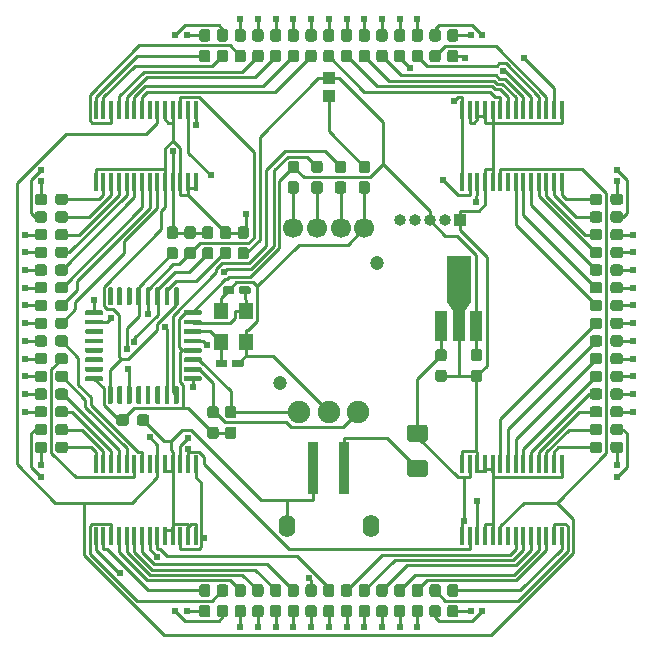
<source format=gbl>
G04 #@! TF.GenerationSoftware,KiCad,Pcbnew,(5.1.5-0-10_14)*
G04 #@! TF.CreationDate,2021-02-01T23:30:03+09:00*
G04 #@! TF.ProjectId,LedClock,4c656443-6c6f-4636-9b2e-6b696361645f,1.1*
G04 #@! TF.SameCoordinates,Original*
G04 #@! TF.FileFunction,Copper,L2,Bot*
G04 #@! TF.FilePolarity,Positive*
%FSLAX46Y46*%
G04 Gerber Fmt 4.6, Leading zero omitted, Abs format (unit mm)*
G04 Created by KiCad (PCBNEW (5.1.5-0-10_14)) date 2021-02-01 23:30:03*
%MOMM*%
%LPD*%
G04 APERTURE LIST*
%ADD10O,1.000000X1.000000*%
%ADD11R,1.000000X1.000000*%
%ADD12R,0.900000X4.500000*%
%ADD13O,1.400000X1.900000*%
%ADD14C,1.200000*%
%ADD15C,1.700000*%
%ADD16C,1.900000*%
%ADD17R,1.100000X1.100000*%
%ADD18R,1.200000X1.350000*%
%ADD19C,0.100000*%
%ADD20R,2.000000X4.000000*%
%ADD21R,1.000000X2.500000*%
%ADD22R,0.300000X1.500000*%
%ADD23C,0.609600*%
%ADD24C,0.254000*%
G04 APERTURE END LIST*
D10*
X6020000Y8700000D03*
X7290000Y8700000D03*
X8560000Y8700000D03*
X9830000Y8700000D03*
D11*
X11100000Y8700000D03*
D12*
X1300000Y-12300000D03*
X-1300000Y-12300000D03*
D13*
X3550000Y-17200000D03*
X-3550000Y-17200000D03*
D14*
X-4100000Y-5100000D03*
X4100000Y5100000D03*
D15*
X-3000000Y8050000D03*
X-1000000Y8050000D03*
X1000000Y8050000D03*
X3000000Y8050000D03*
D16*
X0Y-7500000D03*
X2500000Y-7500000D03*
X-2500000Y-7500000D03*
D17*
X0Y19250000D03*
X0Y20750000D03*
D18*
X-9150000Y1000000D03*
X-9150000Y-1600000D03*
X-7050000Y-1600000D03*
X-7050000Y1000000D03*
G04 #@! TA.AperFunction,SMDPad,CuDef*
D19*
G36*
X-12790198Y3024518D02*
G01*
X-12780491Y3023079D01*
X-12770972Y3020694D01*
X-12761732Y3017388D01*
X-12752860Y3013192D01*
X-12744443Y3008147D01*
X-12736561Y3002301D01*
X-12729289Y2995711D01*
X-12722699Y2988439D01*
X-12716853Y2980557D01*
X-12711808Y2972140D01*
X-12707612Y2963268D01*
X-12704306Y2954028D01*
X-12701921Y2944509D01*
X-12700482Y2934802D01*
X-12700000Y2925000D01*
X-12700000Y1625000D01*
X-12700482Y1615198D01*
X-12701921Y1605491D01*
X-12704306Y1595972D01*
X-12707612Y1586732D01*
X-12711808Y1577860D01*
X-12716853Y1569443D01*
X-12722699Y1561561D01*
X-12729289Y1554289D01*
X-12736561Y1547699D01*
X-12744443Y1541853D01*
X-12752860Y1536808D01*
X-12761732Y1532612D01*
X-12770972Y1529306D01*
X-12780491Y1526921D01*
X-12790198Y1525482D01*
X-12800000Y1525000D01*
X-13000000Y1525000D01*
X-13009802Y1525482D01*
X-13019509Y1526921D01*
X-13029028Y1529306D01*
X-13038268Y1532612D01*
X-13047140Y1536808D01*
X-13055557Y1541853D01*
X-13063439Y1547699D01*
X-13070711Y1554289D01*
X-13077301Y1561561D01*
X-13083147Y1569443D01*
X-13088192Y1577860D01*
X-13092388Y1586732D01*
X-13095694Y1595972D01*
X-13098079Y1605491D01*
X-13099518Y1615198D01*
X-13100000Y1625000D01*
X-13100000Y2925000D01*
X-13099518Y2934802D01*
X-13098079Y2944509D01*
X-13095694Y2954028D01*
X-13092388Y2963268D01*
X-13088192Y2972140D01*
X-13083147Y2980557D01*
X-13077301Y2988439D01*
X-13070711Y2995711D01*
X-13063439Y3002301D01*
X-13055557Y3008147D01*
X-13047140Y3013192D01*
X-13038268Y3017388D01*
X-13029028Y3020694D01*
X-13019509Y3023079D01*
X-13009802Y3024518D01*
X-13000000Y3025000D01*
X-12800000Y3025000D01*
X-12790198Y3024518D01*
G37*
G04 #@! TD.AperFunction*
G04 #@! TA.AperFunction,SMDPad,CuDef*
G36*
X-13590198Y3024518D02*
G01*
X-13580491Y3023079D01*
X-13570972Y3020694D01*
X-13561732Y3017388D01*
X-13552860Y3013192D01*
X-13544443Y3008147D01*
X-13536561Y3002301D01*
X-13529289Y2995711D01*
X-13522699Y2988439D01*
X-13516853Y2980557D01*
X-13511808Y2972140D01*
X-13507612Y2963268D01*
X-13504306Y2954028D01*
X-13501921Y2944509D01*
X-13500482Y2934802D01*
X-13500000Y2925000D01*
X-13500000Y1625000D01*
X-13500482Y1615198D01*
X-13501921Y1605491D01*
X-13504306Y1595972D01*
X-13507612Y1586732D01*
X-13511808Y1577860D01*
X-13516853Y1569443D01*
X-13522699Y1561561D01*
X-13529289Y1554289D01*
X-13536561Y1547699D01*
X-13544443Y1541853D01*
X-13552860Y1536808D01*
X-13561732Y1532612D01*
X-13570972Y1529306D01*
X-13580491Y1526921D01*
X-13590198Y1525482D01*
X-13600000Y1525000D01*
X-13800000Y1525000D01*
X-13809802Y1525482D01*
X-13819509Y1526921D01*
X-13829028Y1529306D01*
X-13838268Y1532612D01*
X-13847140Y1536808D01*
X-13855557Y1541853D01*
X-13863439Y1547699D01*
X-13870711Y1554289D01*
X-13877301Y1561561D01*
X-13883147Y1569443D01*
X-13888192Y1577860D01*
X-13892388Y1586732D01*
X-13895694Y1595972D01*
X-13898079Y1605491D01*
X-13899518Y1615198D01*
X-13900000Y1625000D01*
X-13900000Y2925000D01*
X-13899518Y2934802D01*
X-13898079Y2944509D01*
X-13895694Y2954028D01*
X-13892388Y2963268D01*
X-13888192Y2972140D01*
X-13883147Y2980557D01*
X-13877301Y2988439D01*
X-13870711Y2995711D01*
X-13863439Y3002301D01*
X-13855557Y3008147D01*
X-13847140Y3013192D01*
X-13838268Y3017388D01*
X-13829028Y3020694D01*
X-13819509Y3023079D01*
X-13809802Y3024518D01*
X-13800000Y3025000D01*
X-13600000Y3025000D01*
X-13590198Y3024518D01*
G37*
G04 #@! TD.AperFunction*
G04 #@! TA.AperFunction,SMDPad,CuDef*
G36*
X-14390198Y3024518D02*
G01*
X-14380491Y3023079D01*
X-14370972Y3020694D01*
X-14361732Y3017388D01*
X-14352860Y3013192D01*
X-14344443Y3008147D01*
X-14336561Y3002301D01*
X-14329289Y2995711D01*
X-14322699Y2988439D01*
X-14316853Y2980557D01*
X-14311808Y2972140D01*
X-14307612Y2963268D01*
X-14304306Y2954028D01*
X-14301921Y2944509D01*
X-14300482Y2934802D01*
X-14300000Y2925000D01*
X-14300000Y1625000D01*
X-14300482Y1615198D01*
X-14301921Y1605491D01*
X-14304306Y1595972D01*
X-14307612Y1586732D01*
X-14311808Y1577860D01*
X-14316853Y1569443D01*
X-14322699Y1561561D01*
X-14329289Y1554289D01*
X-14336561Y1547699D01*
X-14344443Y1541853D01*
X-14352860Y1536808D01*
X-14361732Y1532612D01*
X-14370972Y1529306D01*
X-14380491Y1526921D01*
X-14390198Y1525482D01*
X-14400000Y1525000D01*
X-14600000Y1525000D01*
X-14609802Y1525482D01*
X-14619509Y1526921D01*
X-14629028Y1529306D01*
X-14638268Y1532612D01*
X-14647140Y1536808D01*
X-14655557Y1541853D01*
X-14663439Y1547699D01*
X-14670711Y1554289D01*
X-14677301Y1561561D01*
X-14683147Y1569443D01*
X-14688192Y1577860D01*
X-14692388Y1586732D01*
X-14695694Y1595972D01*
X-14698079Y1605491D01*
X-14699518Y1615198D01*
X-14700000Y1625000D01*
X-14700000Y2925000D01*
X-14699518Y2934802D01*
X-14698079Y2944509D01*
X-14695694Y2954028D01*
X-14692388Y2963268D01*
X-14688192Y2972140D01*
X-14683147Y2980557D01*
X-14677301Y2988439D01*
X-14670711Y2995711D01*
X-14663439Y3002301D01*
X-14655557Y3008147D01*
X-14647140Y3013192D01*
X-14638268Y3017388D01*
X-14629028Y3020694D01*
X-14619509Y3023079D01*
X-14609802Y3024518D01*
X-14600000Y3025000D01*
X-14400000Y3025000D01*
X-14390198Y3024518D01*
G37*
G04 #@! TD.AperFunction*
G04 #@! TA.AperFunction,SMDPad,CuDef*
G36*
X-15190198Y3024518D02*
G01*
X-15180491Y3023079D01*
X-15170972Y3020694D01*
X-15161732Y3017388D01*
X-15152860Y3013192D01*
X-15144443Y3008147D01*
X-15136561Y3002301D01*
X-15129289Y2995711D01*
X-15122699Y2988439D01*
X-15116853Y2980557D01*
X-15111808Y2972140D01*
X-15107612Y2963268D01*
X-15104306Y2954028D01*
X-15101921Y2944509D01*
X-15100482Y2934802D01*
X-15100000Y2925000D01*
X-15100000Y1625000D01*
X-15100482Y1615198D01*
X-15101921Y1605491D01*
X-15104306Y1595972D01*
X-15107612Y1586732D01*
X-15111808Y1577860D01*
X-15116853Y1569443D01*
X-15122699Y1561561D01*
X-15129289Y1554289D01*
X-15136561Y1547699D01*
X-15144443Y1541853D01*
X-15152860Y1536808D01*
X-15161732Y1532612D01*
X-15170972Y1529306D01*
X-15180491Y1526921D01*
X-15190198Y1525482D01*
X-15200000Y1525000D01*
X-15400000Y1525000D01*
X-15409802Y1525482D01*
X-15419509Y1526921D01*
X-15429028Y1529306D01*
X-15438268Y1532612D01*
X-15447140Y1536808D01*
X-15455557Y1541853D01*
X-15463439Y1547699D01*
X-15470711Y1554289D01*
X-15477301Y1561561D01*
X-15483147Y1569443D01*
X-15488192Y1577860D01*
X-15492388Y1586732D01*
X-15495694Y1595972D01*
X-15498079Y1605491D01*
X-15499518Y1615198D01*
X-15500000Y1625000D01*
X-15500000Y2925000D01*
X-15499518Y2934802D01*
X-15498079Y2944509D01*
X-15495694Y2954028D01*
X-15492388Y2963268D01*
X-15488192Y2972140D01*
X-15483147Y2980557D01*
X-15477301Y2988439D01*
X-15470711Y2995711D01*
X-15463439Y3002301D01*
X-15455557Y3008147D01*
X-15447140Y3013192D01*
X-15438268Y3017388D01*
X-15429028Y3020694D01*
X-15419509Y3023079D01*
X-15409802Y3024518D01*
X-15400000Y3025000D01*
X-15200000Y3025000D01*
X-15190198Y3024518D01*
G37*
G04 #@! TD.AperFunction*
G04 #@! TA.AperFunction,SMDPad,CuDef*
G36*
X-15990198Y3024518D02*
G01*
X-15980491Y3023079D01*
X-15970972Y3020694D01*
X-15961732Y3017388D01*
X-15952860Y3013192D01*
X-15944443Y3008147D01*
X-15936561Y3002301D01*
X-15929289Y2995711D01*
X-15922699Y2988439D01*
X-15916853Y2980557D01*
X-15911808Y2972140D01*
X-15907612Y2963268D01*
X-15904306Y2954028D01*
X-15901921Y2944509D01*
X-15900482Y2934802D01*
X-15900000Y2925000D01*
X-15900000Y1625000D01*
X-15900482Y1615198D01*
X-15901921Y1605491D01*
X-15904306Y1595972D01*
X-15907612Y1586732D01*
X-15911808Y1577860D01*
X-15916853Y1569443D01*
X-15922699Y1561561D01*
X-15929289Y1554289D01*
X-15936561Y1547699D01*
X-15944443Y1541853D01*
X-15952860Y1536808D01*
X-15961732Y1532612D01*
X-15970972Y1529306D01*
X-15980491Y1526921D01*
X-15990198Y1525482D01*
X-16000000Y1525000D01*
X-16200000Y1525000D01*
X-16209802Y1525482D01*
X-16219509Y1526921D01*
X-16229028Y1529306D01*
X-16238268Y1532612D01*
X-16247140Y1536808D01*
X-16255557Y1541853D01*
X-16263439Y1547699D01*
X-16270711Y1554289D01*
X-16277301Y1561561D01*
X-16283147Y1569443D01*
X-16288192Y1577860D01*
X-16292388Y1586732D01*
X-16295694Y1595972D01*
X-16298079Y1605491D01*
X-16299518Y1615198D01*
X-16300000Y1625000D01*
X-16300000Y2925000D01*
X-16299518Y2934802D01*
X-16298079Y2944509D01*
X-16295694Y2954028D01*
X-16292388Y2963268D01*
X-16288192Y2972140D01*
X-16283147Y2980557D01*
X-16277301Y2988439D01*
X-16270711Y2995711D01*
X-16263439Y3002301D01*
X-16255557Y3008147D01*
X-16247140Y3013192D01*
X-16238268Y3017388D01*
X-16229028Y3020694D01*
X-16219509Y3023079D01*
X-16209802Y3024518D01*
X-16200000Y3025000D01*
X-16000000Y3025000D01*
X-15990198Y3024518D01*
G37*
G04 #@! TD.AperFunction*
G04 #@! TA.AperFunction,SMDPad,CuDef*
G36*
X-16790198Y3024518D02*
G01*
X-16780491Y3023079D01*
X-16770972Y3020694D01*
X-16761732Y3017388D01*
X-16752860Y3013192D01*
X-16744443Y3008147D01*
X-16736561Y3002301D01*
X-16729289Y2995711D01*
X-16722699Y2988439D01*
X-16716853Y2980557D01*
X-16711808Y2972140D01*
X-16707612Y2963268D01*
X-16704306Y2954028D01*
X-16701921Y2944509D01*
X-16700482Y2934802D01*
X-16700000Y2925000D01*
X-16700000Y1625000D01*
X-16700482Y1615198D01*
X-16701921Y1605491D01*
X-16704306Y1595972D01*
X-16707612Y1586732D01*
X-16711808Y1577860D01*
X-16716853Y1569443D01*
X-16722699Y1561561D01*
X-16729289Y1554289D01*
X-16736561Y1547699D01*
X-16744443Y1541853D01*
X-16752860Y1536808D01*
X-16761732Y1532612D01*
X-16770972Y1529306D01*
X-16780491Y1526921D01*
X-16790198Y1525482D01*
X-16800000Y1525000D01*
X-17000000Y1525000D01*
X-17009802Y1525482D01*
X-17019509Y1526921D01*
X-17029028Y1529306D01*
X-17038268Y1532612D01*
X-17047140Y1536808D01*
X-17055557Y1541853D01*
X-17063439Y1547699D01*
X-17070711Y1554289D01*
X-17077301Y1561561D01*
X-17083147Y1569443D01*
X-17088192Y1577860D01*
X-17092388Y1586732D01*
X-17095694Y1595972D01*
X-17098079Y1605491D01*
X-17099518Y1615198D01*
X-17100000Y1625000D01*
X-17100000Y2925000D01*
X-17099518Y2934802D01*
X-17098079Y2944509D01*
X-17095694Y2954028D01*
X-17092388Y2963268D01*
X-17088192Y2972140D01*
X-17083147Y2980557D01*
X-17077301Y2988439D01*
X-17070711Y2995711D01*
X-17063439Y3002301D01*
X-17055557Y3008147D01*
X-17047140Y3013192D01*
X-17038268Y3017388D01*
X-17029028Y3020694D01*
X-17019509Y3023079D01*
X-17009802Y3024518D01*
X-17000000Y3025000D01*
X-16800000Y3025000D01*
X-16790198Y3024518D01*
G37*
G04 #@! TD.AperFunction*
G04 #@! TA.AperFunction,SMDPad,CuDef*
G36*
X-17590198Y3024518D02*
G01*
X-17580491Y3023079D01*
X-17570972Y3020694D01*
X-17561732Y3017388D01*
X-17552860Y3013192D01*
X-17544443Y3008147D01*
X-17536561Y3002301D01*
X-17529289Y2995711D01*
X-17522699Y2988439D01*
X-17516853Y2980557D01*
X-17511808Y2972140D01*
X-17507612Y2963268D01*
X-17504306Y2954028D01*
X-17501921Y2944509D01*
X-17500482Y2934802D01*
X-17500000Y2925000D01*
X-17500000Y1625000D01*
X-17500482Y1615198D01*
X-17501921Y1605491D01*
X-17504306Y1595972D01*
X-17507612Y1586732D01*
X-17511808Y1577860D01*
X-17516853Y1569443D01*
X-17522699Y1561561D01*
X-17529289Y1554289D01*
X-17536561Y1547699D01*
X-17544443Y1541853D01*
X-17552860Y1536808D01*
X-17561732Y1532612D01*
X-17570972Y1529306D01*
X-17580491Y1526921D01*
X-17590198Y1525482D01*
X-17600000Y1525000D01*
X-17800000Y1525000D01*
X-17809802Y1525482D01*
X-17819509Y1526921D01*
X-17829028Y1529306D01*
X-17838268Y1532612D01*
X-17847140Y1536808D01*
X-17855557Y1541853D01*
X-17863439Y1547699D01*
X-17870711Y1554289D01*
X-17877301Y1561561D01*
X-17883147Y1569443D01*
X-17888192Y1577860D01*
X-17892388Y1586732D01*
X-17895694Y1595972D01*
X-17898079Y1605491D01*
X-17899518Y1615198D01*
X-17900000Y1625000D01*
X-17900000Y2925000D01*
X-17899518Y2934802D01*
X-17898079Y2944509D01*
X-17895694Y2954028D01*
X-17892388Y2963268D01*
X-17888192Y2972140D01*
X-17883147Y2980557D01*
X-17877301Y2988439D01*
X-17870711Y2995711D01*
X-17863439Y3002301D01*
X-17855557Y3008147D01*
X-17847140Y3013192D01*
X-17838268Y3017388D01*
X-17829028Y3020694D01*
X-17819509Y3023079D01*
X-17809802Y3024518D01*
X-17800000Y3025000D01*
X-17600000Y3025000D01*
X-17590198Y3024518D01*
G37*
G04 #@! TD.AperFunction*
G04 #@! TA.AperFunction,SMDPad,CuDef*
G36*
X-18390198Y3024518D02*
G01*
X-18380491Y3023079D01*
X-18370972Y3020694D01*
X-18361732Y3017388D01*
X-18352860Y3013192D01*
X-18344443Y3008147D01*
X-18336561Y3002301D01*
X-18329289Y2995711D01*
X-18322699Y2988439D01*
X-18316853Y2980557D01*
X-18311808Y2972140D01*
X-18307612Y2963268D01*
X-18304306Y2954028D01*
X-18301921Y2944509D01*
X-18300482Y2934802D01*
X-18300000Y2925000D01*
X-18300000Y1625000D01*
X-18300482Y1615198D01*
X-18301921Y1605491D01*
X-18304306Y1595972D01*
X-18307612Y1586732D01*
X-18311808Y1577860D01*
X-18316853Y1569443D01*
X-18322699Y1561561D01*
X-18329289Y1554289D01*
X-18336561Y1547699D01*
X-18344443Y1541853D01*
X-18352860Y1536808D01*
X-18361732Y1532612D01*
X-18370972Y1529306D01*
X-18380491Y1526921D01*
X-18390198Y1525482D01*
X-18400000Y1525000D01*
X-18600000Y1525000D01*
X-18609802Y1525482D01*
X-18619509Y1526921D01*
X-18629028Y1529306D01*
X-18638268Y1532612D01*
X-18647140Y1536808D01*
X-18655557Y1541853D01*
X-18663439Y1547699D01*
X-18670711Y1554289D01*
X-18677301Y1561561D01*
X-18683147Y1569443D01*
X-18688192Y1577860D01*
X-18692388Y1586732D01*
X-18695694Y1595972D01*
X-18698079Y1605491D01*
X-18699518Y1615198D01*
X-18700000Y1625000D01*
X-18700000Y2925000D01*
X-18699518Y2934802D01*
X-18698079Y2944509D01*
X-18695694Y2954028D01*
X-18692388Y2963268D01*
X-18688192Y2972140D01*
X-18683147Y2980557D01*
X-18677301Y2988439D01*
X-18670711Y2995711D01*
X-18663439Y3002301D01*
X-18655557Y3008147D01*
X-18647140Y3013192D01*
X-18638268Y3017388D01*
X-18629028Y3020694D01*
X-18619509Y3023079D01*
X-18609802Y3024518D01*
X-18600000Y3025000D01*
X-18400000Y3025000D01*
X-18390198Y3024518D01*
G37*
G04 #@! TD.AperFunction*
G04 #@! TA.AperFunction,SMDPad,CuDef*
G36*
X-19215198Y1099518D02*
G01*
X-19205491Y1098079D01*
X-19195972Y1095694D01*
X-19186732Y1092388D01*
X-19177860Y1088192D01*
X-19169443Y1083147D01*
X-19161561Y1077301D01*
X-19154289Y1070711D01*
X-19147699Y1063439D01*
X-19141853Y1055557D01*
X-19136808Y1047140D01*
X-19132612Y1038268D01*
X-19129306Y1029028D01*
X-19126921Y1019509D01*
X-19125482Y1009802D01*
X-19125000Y1000000D01*
X-19125000Y800000D01*
X-19125482Y790198D01*
X-19126921Y780491D01*
X-19129306Y770972D01*
X-19132612Y761732D01*
X-19136808Y752860D01*
X-19141853Y744443D01*
X-19147699Y736561D01*
X-19154289Y729289D01*
X-19161561Y722699D01*
X-19169443Y716853D01*
X-19177860Y711808D01*
X-19186732Y707612D01*
X-19195972Y704306D01*
X-19205491Y701921D01*
X-19215198Y700482D01*
X-19225000Y700000D01*
X-20525000Y700000D01*
X-20534802Y700482D01*
X-20544509Y701921D01*
X-20554028Y704306D01*
X-20563268Y707612D01*
X-20572140Y711808D01*
X-20580557Y716853D01*
X-20588439Y722699D01*
X-20595711Y729289D01*
X-20602301Y736561D01*
X-20608147Y744443D01*
X-20613192Y752860D01*
X-20617388Y761732D01*
X-20620694Y770972D01*
X-20623079Y780491D01*
X-20624518Y790198D01*
X-20625000Y800000D01*
X-20625000Y1000000D01*
X-20624518Y1009802D01*
X-20623079Y1019509D01*
X-20620694Y1029028D01*
X-20617388Y1038268D01*
X-20613192Y1047140D01*
X-20608147Y1055557D01*
X-20602301Y1063439D01*
X-20595711Y1070711D01*
X-20588439Y1077301D01*
X-20580557Y1083147D01*
X-20572140Y1088192D01*
X-20563268Y1092388D01*
X-20554028Y1095694D01*
X-20544509Y1098079D01*
X-20534802Y1099518D01*
X-20525000Y1100000D01*
X-19225000Y1100000D01*
X-19215198Y1099518D01*
G37*
G04 #@! TD.AperFunction*
G04 #@! TA.AperFunction,SMDPad,CuDef*
G36*
X-19215198Y299518D02*
G01*
X-19205491Y298079D01*
X-19195972Y295694D01*
X-19186732Y292388D01*
X-19177860Y288192D01*
X-19169443Y283147D01*
X-19161561Y277301D01*
X-19154289Y270711D01*
X-19147699Y263439D01*
X-19141853Y255557D01*
X-19136808Y247140D01*
X-19132612Y238268D01*
X-19129306Y229028D01*
X-19126921Y219509D01*
X-19125482Y209802D01*
X-19125000Y200000D01*
X-19125000Y0D01*
X-19125482Y-9802D01*
X-19126921Y-19509D01*
X-19129306Y-29028D01*
X-19132612Y-38268D01*
X-19136808Y-47140D01*
X-19141853Y-55557D01*
X-19147699Y-63439D01*
X-19154289Y-70711D01*
X-19161561Y-77301D01*
X-19169443Y-83147D01*
X-19177860Y-88192D01*
X-19186732Y-92388D01*
X-19195972Y-95694D01*
X-19205491Y-98079D01*
X-19215198Y-99518D01*
X-19225000Y-100000D01*
X-20525000Y-100000D01*
X-20534802Y-99518D01*
X-20544509Y-98079D01*
X-20554028Y-95694D01*
X-20563268Y-92388D01*
X-20572140Y-88192D01*
X-20580557Y-83147D01*
X-20588439Y-77301D01*
X-20595711Y-70711D01*
X-20602301Y-63439D01*
X-20608147Y-55557D01*
X-20613192Y-47140D01*
X-20617388Y-38268D01*
X-20620694Y-29028D01*
X-20623079Y-19509D01*
X-20624518Y-9802D01*
X-20625000Y0D01*
X-20625000Y200000D01*
X-20624518Y209802D01*
X-20623079Y219509D01*
X-20620694Y229028D01*
X-20617388Y238268D01*
X-20613192Y247140D01*
X-20608147Y255557D01*
X-20602301Y263439D01*
X-20595711Y270711D01*
X-20588439Y277301D01*
X-20580557Y283147D01*
X-20572140Y288192D01*
X-20563268Y292388D01*
X-20554028Y295694D01*
X-20544509Y298079D01*
X-20534802Y299518D01*
X-20525000Y300000D01*
X-19225000Y300000D01*
X-19215198Y299518D01*
G37*
G04 #@! TD.AperFunction*
G04 #@! TA.AperFunction,SMDPad,CuDef*
G36*
X-19215198Y-500482D02*
G01*
X-19205491Y-501921D01*
X-19195972Y-504306D01*
X-19186732Y-507612D01*
X-19177860Y-511808D01*
X-19169443Y-516853D01*
X-19161561Y-522699D01*
X-19154289Y-529289D01*
X-19147699Y-536561D01*
X-19141853Y-544443D01*
X-19136808Y-552860D01*
X-19132612Y-561732D01*
X-19129306Y-570972D01*
X-19126921Y-580491D01*
X-19125482Y-590198D01*
X-19125000Y-600000D01*
X-19125000Y-800000D01*
X-19125482Y-809802D01*
X-19126921Y-819509D01*
X-19129306Y-829028D01*
X-19132612Y-838268D01*
X-19136808Y-847140D01*
X-19141853Y-855557D01*
X-19147699Y-863439D01*
X-19154289Y-870711D01*
X-19161561Y-877301D01*
X-19169443Y-883147D01*
X-19177860Y-888192D01*
X-19186732Y-892388D01*
X-19195972Y-895694D01*
X-19205491Y-898079D01*
X-19215198Y-899518D01*
X-19225000Y-900000D01*
X-20525000Y-900000D01*
X-20534802Y-899518D01*
X-20544509Y-898079D01*
X-20554028Y-895694D01*
X-20563268Y-892388D01*
X-20572140Y-888192D01*
X-20580557Y-883147D01*
X-20588439Y-877301D01*
X-20595711Y-870711D01*
X-20602301Y-863439D01*
X-20608147Y-855557D01*
X-20613192Y-847140D01*
X-20617388Y-838268D01*
X-20620694Y-829028D01*
X-20623079Y-819509D01*
X-20624518Y-809802D01*
X-20625000Y-800000D01*
X-20625000Y-600000D01*
X-20624518Y-590198D01*
X-20623079Y-580491D01*
X-20620694Y-570972D01*
X-20617388Y-561732D01*
X-20613192Y-552860D01*
X-20608147Y-544443D01*
X-20602301Y-536561D01*
X-20595711Y-529289D01*
X-20588439Y-522699D01*
X-20580557Y-516853D01*
X-20572140Y-511808D01*
X-20563268Y-507612D01*
X-20554028Y-504306D01*
X-20544509Y-501921D01*
X-20534802Y-500482D01*
X-20525000Y-500000D01*
X-19225000Y-500000D01*
X-19215198Y-500482D01*
G37*
G04 #@! TD.AperFunction*
G04 #@! TA.AperFunction,SMDPad,CuDef*
G36*
X-19215198Y-1300482D02*
G01*
X-19205491Y-1301921D01*
X-19195972Y-1304306D01*
X-19186732Y-1307612D01*
X-19177860Y-1311808D01*
X-19169443Y-1316853D01*
X-19161561Y-1322699D01*
X-19154289Y-1329289D01*
X-19147699Y-1336561D01*
X-19141853Y-1344443D01*
X-19136808Y-1352860D01*
X-19132612Y-1361732D01*
X-19129306Y-1370972D01*
X-19126921Y-1380491D01*
X-19125482Y-1390198D01*
X-19125000Y-1400000D01*
X-19125000Y-1600000D01*
X-19125482Y-1609802D01*
X-19126921Y-1619509D01*
X-19129306Y-1629028D01*
X-19132612Y-1638268D01*
X-19136808Y-1647140D01*
X-19141853Y-1655557D01*
X-19147699Y-1663439D01*
X-19154289Y-1670711D01*
X-19161561Y-1677301D01*
X-19169443Y-1683147D01*
X-19177860Y-1688192D01*
X-19186732Y-1692388D01*
X-19195972Y-1695694D01*
X-19205491Y-1698079D01*
X-19215198Y-1699518D01*
X-19225000Y-1700000D01*
X-20525000Y-1700000D01*
X-20534802Y-1699518D01*
X-20544509Y-1698079D01*
X-20554028Y-1695694D01*
X-20563268Y-1692388D01*
X-20572140Y-1688192D01*
X-20580557Y-1683147D01*
X-20588439Y-1677301D01*
X-20595711Y-1670711D01*
X-20602301Y-1663439D01*
X-20608147Y-1655557D01*
X-20613192Y-1647140D01*
X-20617388Y-1638268D01*
X-20620694Y-1629028D01*
X-20623079Y-1619509D01*
X-20624518Y-1609802D01*
X-20625000Y-1600000D01*
X-20625000Y-1400000D01*
X-20624518Y-1390198D01*
X-20623079Y-1380491D01*
X-20620694Y-1370972D01*
X-20617388Y-1361732D01*
X-20613192Y-1352860D01*
X-20608147Y-1344443D01*
X-20602301Y-1336561D01*
X-20595711Y-1329289D01*
X-20588439Y-1322699D01*
X-20580557Y-1316853D01*
X-20572140Y-1311808D01*
X-20563268Y-1307612D01*
X-20554028Y-1304306D01*
X-20544509Y-1301921D01*
X-20534802Y-1300482D01*
X-20525000Y-1300000D01*
X-19225000Y-1300000D01*
X-19215198Y-1300482D01*
G37*
G04 #@! TD.AperFunction*
G04 #@! TA.AperFunction,SMDPad,CuDef*
G36*
X-19215198Y-2100482D02*
G01*
X-19205491Y-2101921D01*
X-19195972Y-2104306D01*
X-19186732Y-2107612D01*
X-19177860Y-2111808D01*
X-19169443Y-2116853D01*
X-19161561Y-2122699D01*
X-19154289Y-2129289D01*
X-19147699Y-2136561D01*
X-19141853Y-2144443D01*
X-19136808Y-2152860D01*
X-19132612Y-2161732D01*
X-19129306Y-2170972D01*
X-19126921Y-2180491D01*
X-19125482Y-2190198D01*
X-19125000Y-2200000D01*
X-19125000Y-2400000D01*
X-19125482Y-2409802D01*
X-19126921Y-2419509D01*
X-19129306Y-2429028D01*
X-19132612Y-2438268D01*
X-19136808Y-2447140D01*
X-19141853Y-2455557D01*
X-19147699Y-2463439D01*
X-19154289Y-2470711D01*
X-19161561Y-2477301D01*
X-19169443Y-2483147D01*
X-19177860Y-2488192D01*
X-19186732Y-2492388D01*
X-19195972Y-2495694D01*
X-19205491Y-2498079D01*
X-19215198Y-2499518D01*
X-19225000Y-2500000D01*
X-20525000Y-2500000D01*
X-20534802Y-2499518D01*
X-20544509Y-2498079D01*
X-20554028Y-2495694D01*
X-20563268Y-2492388D01*
X-20572140Y-2488192D01*
X-20580557Y-2483147D01*
X-20588439Y-2477301D01*
X-20595711Y-2470711D01*
X-20602301Y-2463439D01*
X-20608147Y-2455557D01*
X-20613192Y-2447140D01*
X-20617388Y-2438268D01*
X-20620694Y-2429028D01*
X-20623079Y-2419509D01*
X-20624518Y-2409802D01*
X-20625000Y-2400000D01*
X-20625000Y-2200000D01*
X-20624518Y-2190198D01*
X-20623079Y-2180491D01*
X-20620694Y-2170972D01*
X-20617388Y-2161732D01*
X-20613192Y-2152860D01*
X-20608147Y-2144443D01*
X-20602301Y-2136561D01*
X-20595711Y-2129289D01*
X-20588439Y-2122699D01*
X-20580557Y-2116853D01*
X-20572140Y-2111808D01*
X-20563268Y-2107612D01*
X-20554028Y-2104306D01*
X-20544509Y-2101921D01*
X-20534802Y-2100482D01*
X-20525000Y-2100000D01*
X-19225000Y-2100000D01*
X-19215198Y-2100482D01*
G37*
G04 #@! TD.AperFunction*
G04 #@! TA.AperFunction,SMDPad,CuDef*
G36*
X-19215198Y-2900482D02*
G01*
X-19205491Y-2901921D01*
X-19195972Y-2904306D01*
X-19186732Y-2907612D01*
X-19177860Y-2911808D01*
X-19169443Y-2916853D01*
X-19161561Y-2922699D01*
X-19154289Y-2929289D01*
X-19147699Y-2936561D01*
X-19141853Y-2944443D01*
X-19136808Y-2952860D01*
X-19132612Y-2961732D01*
X-19129306Y-2970972D01*
X-19126921Y-2980491D01*
X-19125482Y-2990198D01*
X-19125000Y-3000000D01*
X-19125000Y-3200000D01*
X-19125482Y-3209802D01*
X-19126921Y-3219509D01*
X-19129306Y-3229028D01*
X-19132612Y-3238268D01*
X-19136808Y-3247140D01*
X-19141853Y-3255557D01*
X-19147699Y-3263439D01*
X-19154289Y-3270711D01*
X-19161561Y-3277301D01*
X-19169443Y-3283147D01*
X-19177860Y-3288192D01*
X-19186732Y-3292388D01*
X-19195972Y-3295694D01*
X-19205491Y-3298079D01*
X-19215198Y-3299518D01*
X-19225000Y-3300000D01*
X-20525000Y-3300000D01*
X-20534802Y-3299518D01*
X-20544509Y-3298079D01*
X-20554028Y-3295694D01*
X-20563268Y-3292388D01*
X-20572140Y-3288192D01*
X-20580557Y-3283147D01*
X-20588439Y-3277301D01*
X-20595711Y-3270711D01*
X-20602301Y-3263439D01*
X-20608147Y-3255557D01*
X-20613192Y-3247140D01*
X-20617388Y-3238268D01*
X-20620694Y-3229028D01*
X-20623079Y-3219509D01*
X-20624518Y-3209802D01*
X-20625000Y-3200000D01*
X-20625000Y-3000000D01*
X-20624518Y-2990198D01*
X-20623079Y-2980491D01*
X-20620694Y-2970972D01*
X-20617388Y-2961732D01*
X-20613192Y-2952860D01*
X-20608147Y-2944443D01*
X-20602301Y-2936561D01*
X-20595711Y-2929289D01*
X-20588439Y-2922699D01*
X-20580557Y-2916853D01*
X-20572140Y-2911808D01*
X-20563268Y-2907612D01*
X-20554028Y-2904306D01*
X-20544509Y-2901921D01*
X-20534802Y-2900482D01*
X-20525000Y-2900000D01*
X-19225000Y-2900000D01*
X-19215198Y-2900482D01*
G37*
G04 #@! TD.AperFunction*
G04 #@! TA.AperFunction,SMDPad,CuDef*
G36*
X-19215198Y-3700482D02*
G01*
X-19205491Y-3701921D01*
X-19195972Y-3704306D01*
X-19186732Y-3707612D01*
X-19177860Y-3711808D01*
X-19169443Y-3716853D01*
X-19161561Y-3722699D01*
X-19154289Y-3729289D01*
X-19147699Y-3736561D01*
X-19141853Y-3744443D01*
X-19136808Y-3752860D01*
X-19132612Y-3761732D01*
X-19129306Y-3770972D01*
X-19126921Y-3780491D01*
X-19125482Y-3790198D01*
X-19125000Y-3800000D01*
X-19125000Y-4000000D01*
X-19125482Y-4009802D01*
X-19126921Y-4019509D01*
X-19129306Y-4029028D01*
X-19132612Y-4038268D01*
X-19136808Y-4047140D01*
X-19141853Y-4055557D01*
X-19147699Y-4063439D01*
X-19154289Y-4070711D01*
X-19161561Y-4077301D01*
X-19169443Y-4083147D01*
X-19177860Y-4088192D01*
X-19186732Y-4092388D01*
X-19195972Y-4095694D01*
X-19205491Y-4098079D01*
X-19215198Y-4099518D01*
X-19225000Y-4100000D01*
X-20525000Y-4100000D01*
X-20534802Y-4099518D01*
X-20544509Y-4098079D01*
X-20554028Y-4095694D01*
X-20563268Y-4092388D01*
X-20572140Y-4088192D01*
X-20580557Y-4083147D01*
X-20588439Y-4077301D01*
X-20595711Y-4070711D01*
X-20602301Y-4063439D01*
X-20608147Y-4055557D01*
X-20613192Y-4047140D01*
X-20617388Y-4038268D01*
X-20620694Y-4029028D01*
X-20623079Y-4019509D01*
X-20624518Y-4009802D01*
X-20625000Y-4000000D01*
X-20625000Y-3800000D01*
X-20624518Y-3790198D01*
X-20623079Y-3780491D01*
X-20620694Y-3770972D01*
X-20617388Y-3761732D01*
X-20613192Y-3752860D01*
X-20608147Y-3744443D01*
X-20602301Y-3736561D01*
X-20595711Y-3729289D01*
X-20588439Y-3722699D01*
X-20580557Y-3716853D01*
X-20572140Y-3711808D01*
X-20563268Y-3707612D01*
X-20554028Y-3704306D01*
X-20544509Y-3701921D01*
X-20534802Y-3700482D01*
X-20525000Y-3700000D01*
X-19225000Y-3700000D01*
X-19215198Y-3700482D01*
G37*
G04 #@! TD.AperFunction*
G04 #@! TA.AperFunction,SMDPad,CuDef*
G36*
X-19215198Y-4500482D02*
G01*
X-19205491Y-4501921D01*
X-19195972Y-4504306D01*
X-19186732Y-4507612D01*
X-19177860Y-4511808D01*
X-19169443Y-4516853D01*
X-19161561Y-4522699D01*
X-19154289Y-4529289D01*
X-19147699Y-4536561D01*
X-19141853Y-4544443D01*
X-19136808Y-4552860D01*
X-19132612Y-4561732D01*
X-19129306Y-4570972D01*
X-19126921Y-4580491D01*
X-19125482Y-4590198D01*
X-19125000Y-4600000D01*
X-19125000Y-4800000D01*
X-19125482Y-4809802D01*
X-19126921Y-4819509D01*
X-19129306Y-4829028D01*
X-19132612Y-4838268D01*
X-19136808Y-4847140D01*
X-19141853Y-4855557D01*
X-19147699Y-4863439D01*
X-19154289Y-4870711D01*
X-19161561Y-4877301D01*
X-19169443Y-4883147D01*
X-19177860Y-4888192D01*
X-19186732Y-4892388D01*
X-19195972Y-4895694D01*
X-19205491Y-4898079D01*
X-19215198Y-4899518D01*
X-19225000Y-4900000D01*
X-20525000Y-4900000D01*
X-20534802Y-4899518D01*
X-20544509Y-4898079D01*
X-20554028Y-4895694D01*
X-20563268Y-4892388D01*
X-20572140Y-4888192D01*
X-20580557Y-4883147D01*
X-20588439Y-4877301D01*
X-20595711Y-4870711D01*
X-20602301Y-4863439D01*
X-20608147Y-4855557D01*
X-20613192Y-4847140D01*
X-20617388Y-4838268D01*
X-20620694Y-4829028D01*
X-20623079Y-4819509D01*
X-20624518Y-4809802D01*
X-20625000Y-4800000D01*
X-20625000Y-4600000D01*
X-20624518Y-4590198D01*
X-20623079Y-4580491D01*
X-20620694Y-4570972D01*
X-20617388Y-4561732D01*
X-20613192Y-4552860D01*
X-20608147Y-4544443D01*
X-20602301Y-4536561D01*
X-20595711Y-4529289D01*
X-20588439Y-4522699D01*
X-20580557Y-4516853D01*
X-20572140Y-4511808D01*
X-20563268Y-4507612D01*
X-20554028Y-4504306D01*
X-20544509Y-4501921D01*
X-20534802Y-4500482D01*
X-20525000Y-4500000D01*
X-19225000Y-4500000D01*
X-19215198Y-4500482D01*
G37*
G04 #@! TD.AperFunction*
G04 #@! TA.AperFunction,SMDPad,CuDef*
G36*
X-18390198Y-5325482D02*
G01*
X-18380491Y-5326921D01*
X-18370972Y-5329306D01*
X-18361732Y-5332612D01*
X-18352860Y-5336808D01*
X-18344443Y-5341853D01*
X-18336561Y-5347699D01*
X-18329289Y-5354289D01*
X-18322699Y-5361561D01*
X-18316853Y-5369443D01*
X-18311808Y-5377860D01*
X-18307612Y-5386732D01*
X-18304306Y-5395972D01*
X-18301921Y-5405491D01*
X-18300482Y-5415198D01*
X-18300000Y-5425000D01*
X-18300000Y-6725000D01*
X-18300482Y-6734802D01*
X-18301921Y-6744509D01*
X-18304306Y-6754028D01*
X-18307612Y-6763268D01*
X-18311808Y-6772140D01*
X-18316853Y-6780557D01*
X-18322699Y-6788439D01*
X-18329289Y-6795711D01*
X-18336561Y-6802301D01*
X-18344443Y-6808147D01*
X-18352860Y-6813192D01*
X-18361732Y-6817388D01*
X-18370972Y-6820694D01*
X-18380491Y-6823079D01*
X-18390198Y-6824518D01*
X-18400000Y-6825000D01*
X-18600000Y-6825000D01*
X-18609802Y-6824518D01*
X-18619509Y-6823079D01*
X-18629028Y-6820694D01*
X-18638268Y-6817388D01*
X-18647140Y-6813192D01*
X-18655557Y-6808147D01*
X-18663439Y-6802301D01*
X-18670711Y-6795711D01*
X-18677301Y-6788439D01*
X-18683147Y-6780557D01*
X-18688192Y-6772140D01*
X-18692388Y-6763268D01*
X-18695694Y-6754028D01*
X-18698079Y-6744509D01*
X-18699518Y-6734802D01*
X-18700000Y-6725000D01*
X-18700000Y-5425000D01*
X-18699518Y-5415198D01*
X-18698079Y-5405491D01*
X-18695694Y-5395972D01*
X-18692388Y-5386732D01*
X-18688192Y-5377860D01*
X-18683147Y-5369443D01*
X-18677301Y-5361561D01*
X-18670711Y-5354289D01*
X-18663439Y-5347699D01*
X-18655557Y-5341853D01*
X-18647140Y-5336808D01*
X-18638268Y-5332612D01*
X-18629028Y-5329306D01*
X-18619509Y-5326921D01*
X-18609802Y-5325482D01*
X-18600000Y-5325000D01*
X-18400000Y-5325000D01*
X-18390198Y-5325482D01*
G37*
G04 #@! TD.AperFunction*
G04 #@! TA.AperFunction,SMDPad,CuDef*
G36*
X-17590198Y-5325482D02*
G01*
X-17580491Y-5326921D01*
X-17570972Y-5329306D01*
X-17561732Y-5332612D01*
X-17552860Y-5336808D01*
X-17544443Y-5341853D01*
X-17536561Y-5347699D01*
X-17529289Y-5354289D01*
X-17522699Y-5361561D01*
X-17516853Y-5369443D01*
X-17511808Y-5377860D01*
X-17507612Y-5386732D01*
X-17504306Y-5395972D01*
X-17501921Y-5405491D01*
X-17500482Y-5415198D01*
X-17500000Y-5425000D01*
X-17500000Y-6725000D01*
X-17500482Y-6734802D01*
X-17501921Y-6744509D01*
X-17504306Y-6754028D01*
X-17507612Y-6763268D01*
X-17511808Y-6772140D01*
X-17516853Y-6780557D01*
X-17522699Y-6788439D01*
X-17529289Y-6795711D01*
X-17536561Y-6802301D01*
X-17544443Y-6808147D01*
X-17552860Y-6813192D01*
X-17561732Y-6817388D01*
X-17570972Y-6820694D01*
X-17580491Y-6823079D01*
X-17590198Y-6824518D01*
X-17600000Y-6825000D01*
X-17800000Y-6825000D01*
X-17809802Y-6824518D01*
X-17819509Y-6823079D01*
X-17829028Y-6820694D01*
X-17838268Y-6817388D01*
X-17847140Y-6813192D01*
X-17855557Y-6808147D01*
X-17863439Y-6802301D01*
X-17870711Y-6795711D01*
X-17877301Y-6788439D01*
X-17883147Y-6780557D01*
X-17888192Y-6772140D01*
X-17892388Y-6763268D01*
X-17895694Y-6754028D01*
X-17898079Y-6744509D01*
X-17899518Y-6734802D01*
X-17900000Y-6725000D01*
X-17900000Y-5425000D01*
X-17899518Y-5415198D01*
X-17898079Y-5405491D01*
X-17895694Y-5395972D01*
X-17892388Y-5386732D01*
X-17888192Y-5377860D01*
X-17883147Y-5369443D01*
X-17877301Y-5361561D01*
X-17870711Y-5354289D01*
X-17863439Y-5347699D01*
X-17855557Y-5341853D01*
X-17847140Y-5336808D01*
X-17838268Y-5332612D01*
X-17829028Y-5329306D01*
X-17819509Y-5326921D01*
X-17809802Y-5325482D01*
X-17800000Y-5325000D01*
X-17600000Y-5325000D01*
X-17590198Y-5325482D01*
G37*
G04 #@! TD.AperFunction*
G04 #@! TA.AperFunction,SMDPad,CuDef*
G36*
X-16790198Y-5325482D02*
G01*
X-16780491Y-5326921D01*
X-16770972Y-5329306D01*
X-16761732Y-5332612D01*
X-16752860Y-5336808D01*
X-16744443Y-5341853D01*
X-16736561Y-5347699D01*
X-16729289Y-5354289D01*
X-16722699Y-5361561D01*
X-16716853Y-5369443D01*
X-16711808Y-5377860D01*
X-16707612Y-5386732D01*
X-16704306Y-5395972D01*
X-16701921Y-5405491D01*
X-16700482Y-5415198D01*
X-16700000Y-5425000D01*
X-16700000Y-6725000D01*
X-16700482Y-6734802D01*
X-16701921Y-6744509D01*
X-16704306Y-6754028D01*
X-16707612Y-6763268D01*
X-16711808Y-6772140D01*
X-16716853Y-6780557D01*
X-16722699Y-6788439D01*
X-16729289Y-6795711D01*
X-16736561Y-6802301D01*
X-16744443Y-6808147D01*
X-16752860Y-6813192D01*
X-16761732Y-6817388D01*
X-16770972Y-6820694D01*
X-16780491Y-6823079D01*
X-16790198Y-6824518D01*
X-16800000Y-6825000D01*
X-17000000Y-6825000D01*
X-17009802Y-6824518D01*
X-17019509Y-6823079D01*
X-17029028Y-6820694D01*
X-17038268Y-6817388D01*
X-17047140Y-6813192D01*
X-17055557Y-6808147D01*
X-17063439Y-6802301D01*
X-17070711Y-6795711D01*
X-17077301Y-6788439D01*
X-17083147Y-6780557D01*
X-17088192Y-6772140D01*
X-17092388Y-6763268D01*
X-17095694Y-6754028D01*
X-17098079Y-6744509D01*
X-17099518Y-6734802D01*
X-17100000Y-6725000D01*
X-17100000Y-5425000D01*
X-17099518Y-5415198D01*
X-17098079Y-5405491D01*
X-17095694Y-5395972D01*
X-17092388Y-5386732D01*
X-17088192Y-5377860D01*
X-17083147Y-5369443D01*
X-17077301Y-5361561D01*
X-17070711Y-5354289D01*
X-17063439Y-5347699D01*
X-17055557Y-5341853D01*
X-17047140Y-5336808D01*
X-17038268Y-5332612D01*
X-17029028Y-5329306D01*
X-17019509Y-5326921D01*
X-17009802Y-5325482D01*
X-17000000Y-5325000D01*
X-16800000Y-5325000D01*
X-16790198Y-5325482D01*
G37*
G04 #@! TD.AperFunction*
G04 #@! TA.AperFunction,SMDPad,CuDef*
G36*
X-15990198Y-5325482D02*
G01*
X-15980491Y-5326921D01*
X-15970972Y-5329306D01*
X-15961732Y-5332612D01*
X-15952860Y-5336808D01*
X-15944443Y-5341853D01*
X-15936561Y-5347699D01*
X-15929289Y-5354289D01*
X-15922699Y-5361561D01*
X-15916853Y-5369443D01*
X-15911808Y-5377860D01*
X-15907612Y-5386732D01*
X-15904306Y-5395972D01*
X-15901921Y-5405491D01*
X-15900482Y-5415198D01*
X-15900000Y-5425000D01*
X-15900000Y-6725000D01*
X-15900482Y-6734802D01*
X-15901921Y-6744509D01*
X-15904306Y-6754028D01*
X-15907612Y-6763268D01*
X-15911808Y-6772140D01*
X-15916853Y-6780557D01*
X-15922699Y-6788439D01*
X-15929289Y-6795711D01*
X-15936561Y-6802301D01*
X-15944443Y-6808147D01*
X-15952860Y-6813192D01*
X-15961732Y-6817388D01*
X-15970972Y-6820694D01*
X-15980491Y-6823079D01*
X-15990198Y-6824518D01*
X-16000000Y-6825000D01*
X-16200000Y-6825000D01*
X-16209802Y-6824518D01*
X-16219509Y-6823079D01*
X-16229028Y-6820694D01*
X-16238268Y-6817388D01*
X-16247140Y-6813192D01*
X-16255557Y-6808147D01*
X-16263439Y-6802301D01*
X-16270711Y-6795711D01*
X-16277301Y-6788439D01*
X-16283147Y-6780557D01*
X-16288192Y-6772140D01*
X-16292388Y-6763268D01*
X-16295694Y-6754028D01*
X-16298079Y-6744509D01*
X-16299518Y-6734802D01*
X-16300000Y-6725000D01*
X-16300000Y-5425000D01*
X-16299518Y-5415198D01*
X-16298079Y-5405491D01*
X-16295694Y-5395972D01*
X-16292388Y-5386732D01*
X-16288192Y-5377860D01*
X-16283147Y-5369443D01*
X-16277301Y-5361561D01*
X-16270711Y-5354289D01*
X-16263439Y-5347699D01*
X-16255557Y-5341853D01*
X-16247140Y-5336808D01*
X-16238268Y-5332612D01*
X-16229028Y-5329306D01*
X-16219509Y-5326921D01*
X-16209802Y-5325482D01*
X-16200000Y-5325000D01*
X-16000000Y-5325000D01*
X-15990198Y-5325482D01*
G37*
G04 #@! TD.AperFunction*
G04 #@! TA.AperFunction,SMDPad,CuDef*
G36*
X-15190198Y-5325482D02*
G01*
X-15180491Y-5326921D01*
X-15170972Y-5329306D01*
X-15161732Y-5332612D01*
X-15152860Y-5336808D01*
X-15144443Y-5341853D01*
X-15136561Y-5347699D01*
X-15129289Y-5354289D01*
X-15122699Y-5361561D01*
X-15116853Y-5369443D01*
X-15111808Y-5377860D01*
X-15107612Y-5386732D01*
X-15104306Y-5395972D01*
X-15101921Y-5405491D01*
X-15100482Y-5415198D01*
X-15100000Y-5425000D01*
X-15100000Y-6725000D01*
X-15100482Y-6734802D01*
X-15101921Y-6744509D01*
X-15104306Y-6754028D01*
X-15107612Y-6763268D01*
X-15111808Y-6772140D01*
X-15116853Y-6780557D01*
X-15122699Y-6788439D01*
X-15129289Y-6795711D01*
X-15136561Y-6802301D01*
X-15144443Y-6808147D01*
X-15152860Y-6813192D01*
X-15161732Y-6817388D01*
X-15170972Y-6820694D01*
X-15180491Y-6823079D01*
X-15190198Y-6824518D01*
X-15200000Y-6825000D01*
X-15400000Y-6825000D01*
X-15409802Y-6824518D01*
X-15419509Y-6823079D01*
X-15429028Y-6820694D01*
X-15438268Y-6817388D01*
X-15447140Y-6813192D01*
X-15455557Y-6808147D01*
X-15463439Y-6802301D01*
X-15470711Y-6795711D01*
X-15477301Y-6788439D01*
X-15483147Y-6780557D01*
X-15488192Y-6772140D01*
X-15492388Y-6763268D01*
X-15495694Y-6754028D01*
X-15498079Y-6744509D01*
X-15499518Y-6734802D01*
X-15500000Y-6725000D01*
X-15500000Y-5425000D01*
X-15499518Y-5415198D01*
X-15498079Y-5405491D01*
X-15495694Y-5395972D01*
X-15492388Y-5386732D01*
X-15488192Y-5377860D01*
X-15483147Y-5369443D01*
X-15477301Y-5361561D01*
X-15470711Y-5354289D01*
X-15463439Y-5347699D01*
X-15455557Y-5341853D01*
X-15447140Y-5336808D01*
X-15438268Y-5332612D01*
X-15429028Y-5329306D01*
X-15419509Y-5326921D01*
X-15409802Y-5325482D01*
X-15400000Y-5325000D01*
X-15200000Y-5325000D01*
X-15190198Y-5325482D01*
G37*
G04 #@! TD.AperFunction*
G04 #@! TA.AperFunction,SMDPad,CuDef*
G36*
X-14390198Y-5325482D02*
G01*
X-14380491Y-5326921D01*
X-14370972Y-5329306D01*
X-14361732Y-5332612D01*
X-14352860Y-5336808D01*
X-14344443Y-5341853D01*
X-14336561Y-5347699D01*
X-14329289Y-5354289D01*
X-14322699Y-5361561D01*
X-14316853Y-5369443D01*
X-14311808Y-5377860D01*
X-14307612Y-5386732D01*
X-14304306Y-5395972D01*
X-14301921Y-5405491D01*
X-14300482Y-5415198D01*
X-14300000Y-5425000D01*
X-14300000Y-6725000D01*
X-14300482Y-6734802D01*
X-14301921Y-6744509D01*
X-14304306Y-6754028D01*
X-14307612Y-6763268D01*
X-14311808Y-6772140D01*
X-14316853Y-6780557D01*
X-14322699Y-6788439D01*
X-14329289Y-6795711D01*
X-14336561Y-6802301D01*
X-14344443Y-6808147D01*
X-14352860Y-6813192D01*
X-14361732Y-6817388D01*
X-14370972Y-6820694D01*
X-14380491Y-6823079D01*
X-14390198Y-6824518D01*
X-14400000Y-6825000D01*
X-14600000Y-6825000D01*
X-14609802Y-6824518D01*
X-14619509Y-6823079D01*
X-14629028Y-6820694D01*
X-14638268Y-6817388D01*
X-14647140Y-6813192D01*
X-14655557Y-6808147D01*
X-14663439Y-6802301D01*
X-14670711Y-6795711D01*
X-14677301Y-6788439D01*
X-14683147Y-6780557D01*
X-14688192Y-6772140D01*
X-14692388Y-6763268D01*
X-14695694Y-6754028D01*
X-14698079Y-6744509D01*
X-14699518Y-6734802D01*
X-14700000Y-6725000D01*
X-14700000Y-5425000D01*
X-14699518Y-5415198D01*
X-14698079Y-5405491D01*
X-14695694Y-5395972D01*
X-14692388Y-5386732D01*
X-14688192Y-5377860D01*
X-14683147Y-5369443D01*
X-14677301Y-5361561D01*
X-14670711Y-5354289D01*
X-14663439Y-5347699D01*
X-14655557Y-5341853D01*
X-14647140Y-5336808D01*
X-14638268Y-5332612D01*
X-14629028Y-5329306D01*
X-14619509Y-5326921D01*
X-14609802Y-5325482D01*
X-14600000Y-5325000D01*
X-14400000Y-5325000D01*
X-14390198Y-5325482D01*
G37*
G04 #@! TD.AperFunction*
G04 #@! TA.AperFunction,SMDPad,CuDef*
G36*
X-13590198Y-5325482D02*
G01*
X-13580491Y-5326921D01*
X-13570972Y-5329306D01*
X-13561732Y-5332612D01*
X-13552860Y-5336808D01*
X-13544443Y-5341853D01*
X-13536561Y-5347699D01*
X-13529289Y-5354289D01*
X-13522699Y-5361561D01*
X-13516853Y-5369443D01*
X-13511808Y-5377860D01*
X-13507612Y-5386732D01*
X-13504306Y-5395972D01*
X-13501921Y-5405491D01*
X-13500482Y-5415198D01*
X-13500000Y-5425000D01*
X-13500000Y-6725000D01*
X-13500482Y-6734802D01*
X-13501921Y-6744509D01*
X-13504306Y-6754028D01*
X-13507612Y-6763268D01*
X-13511808Y-6772140D01*
X-13516853Y-6780557D01*
X-13522699Y-6788439D01*
X-13529289Y-6795711D01*
X-13536561Y-6802301D01*
X-13544443Y-6808147D01*
X-13552860Y-6813192D01*
X-13561732Y-6817388D01*
X-13570972Y-6820694D01*
X-13580491Y-6823079D01*
X-13590198Y-6824518D01*
X-13600000Y-6825000D01*
X-13800000Y-6825000D01*
X-13809802Y-6824518D01*
X-13819509Y-6823079D01*
X-13829028Y-6820694D01*
X-13838268Y-6817388D01*
X-13847140Y-6813192D01*
X-13855557Y-6808147D01*
X-13863439Y-6802301D01*
X-13870711Y-6795711D01*
X-13877301Y-6788439D01*
X-13883147Y-6780557D01*
X-13888192Y-6772140D01*
X-13892388Y-6763268D01*
X-13895694Y-6754028D01*
X-13898079Y-6744509D01*
X-13899518Y-6734802D01*
X-13900000Y-6725000D01*
X-13900000Y-5425000D01*
X-13899518Y-5415198D01*
X-13898079Y-5405491D01*
X-13895694Y-5395972D01*
X-13892388Y-5386732D01*
X-13888192Y-5377860D01*
X-13883147Y-5369443D01*
X-13877301Y-5361561D01*
X-13870711Y-5354289D01*
X-13863439Y-5347699D01*
X-13855557Y-5341853D01*
X-13847140Y-5336808D01*
X-13838268Y-5332612D01*
X-13829028Y-5329306D01*
X-13819509Y-5326921D01*
X-13809802Y-5325482D01*
X-13800000Y-5325000D01*
X-13600000Y-5325000D01*
X-13590198Y-5325482D01*
G37*
G04 #@! TD.AperFunction*
G04 #@! TA.AperFunction,SMDPad,CuDef*
G36*
X-12790198Y-5325482D02*
G01*
X-12780491Y-5326921D01*
X-12770972Y-5329306D01*
X-12761732Y-5332612D01*
X-12752860Y-5336808D01*
X-12744443Y-5341853D01*
X-12736561Y-5347699D01*
X-12729289Y-5354289D01*
X-12722699Y-5361561D01*
X-12716853Y-5369443D01*
X-12711808Y-5377860D01*
X-12707612Y-5386732D01*
X-12704306Y-5395972D01*
X-12701921Y-5405491D01*
X-12700482Y-5415198D01*
X-12700000Y-5425000D01*
X-12700000Y-6725000D01*
X-12700482Y-6734802D01*
X-12701921Y-6744509D01*
X-12704306Y-6754028D01*
X-12707612Y-6763268D01*
X-12711808Y-6772140D01*
X-12716853Y-6780557D01*
X-12722699Y-6788439D01*
X-12729289Y-6795711D01*
X-12736561Y-6802301D01*
X-12744443Y-6808147D01*
X-12752860Y-6813192D01*
X-12761732Y-6817388D01*
X-12770972Y-6820694D01*
X-12780491Y-6823079D01*
X-12790198Y-6824518D01*
X-12800000Y-6825000D01*
X-13000000Y-6825000D01*
X-13009802Y-6824518D01*
X-13019509Y-6823079D01*
X-13029028Y-6820694D01*
X-13038268Y-6817388D01*
X-13047140Y-6813192D01*
X-13055557Y-6808147D01*
X-13063439Y-6802301D01*
X-13070711Y-6795711D01*
X-13077301Y-6788439D01*
X-13083147Y-6780557D01*
X-13088192Y-6772140D01*
X-13092388Y-6763268D01*
X-13095694Y-6754028D01*
X-13098079Y-6744509D01*
X-13099518Y-6734802D01*
X-13100000Y-6725000D01*
X-13100000Y-5425000D01*
X-13099518Y-5415198D01*
X-13098079Y-5405491D01*
X-13095694Y-5395972D01*
X-13092388Y-5386732D01*
X-13088192Y-5377860D01*
X-13083147Y-5369443D01*
X-13077301Y-5361561D01*
X-13070711Y-5354289D01*
X-13063439Y-5347699D01*
X-13055557Y-5341853D01*
X-13047140Y-5336808D01*
X-13038268Y-5332612D01*
X-13029028Y-5329306D01*
X-13019509Y-5326921D01*
X-13009802Y-5325482D01*
X-13000000Y-5325000D01*
X-12800000Y-5325000D01*
X-12790198Y-5325482D01*
G37*
G04 #@! TD.AperFunction*
G04 #@! TA.AperFunction,SMDPad,CuDef*
G36*
X-10865198Y-4500482D02*
G01*
X-10855491Y-4501921D01*
X-10845972Y-4504306D01*
X-10836732Y-4507612D01*
X-10827860Y-4511808D01*
X-10819443Y-4516853D01*
X-10811561Y-4522699D01*
X-10804289Y-4529289D01*
X-10797699Y-4536561D01*
X-10791853Y-4544443D01*
X-10786808Y-4552860D01*
X-10782612Y-4561732D01*
X-10779306Y-4570972D01*
X-10776921Y-4580491D01*
X-10775482Y-4590198D01*
X-10775000Y-4600000D01*
X-10775000Y-4800000D01*
X-10775482Y-4809802D01*
X-10776921Y-4819509D01*
X-10779306Y-4829028D01*
X-10782612Y-4838268D01*
X-10786808Y-4847140D01*
X-10791853Y-4855557D01*
X-10797699Y-4863439D01*
X-10804289Y-4870711D01*
X-10811561Y-4877301D01*
X-10819443Y-4883147D01*
X-10827860Y-4888192D01*
X-10836732Y-4892388D01*
X-10845972Y-4895694D01*
X-10855491Y-4898079D01*
X-10865198Y-4899518D01*
X-10875000Y-4900000D01*
X-12175000Y-4900000D01*
X-12184802Y-4899518D01*
X-12194509Y-4898079D01*
X-12204028Y-4895694D01*
X-12213268Y-4892388D01*
X-12222140Y-4888192D01*
X-12230557Y-4883147D01*
X-12238439Y-4877301D01*
X-12245711Y-4870711D01*
X-12252301Y-4863439D01*
X-12258147Y-4855557D01*
X-12263192Y-4847140D01*
X-12267388Y-4838268D01*
X-12270694Y-4829028D01*
X-12273079Y-4819509D01*
X-12274518Y-4809802D01*
X-12275000Y-4800000D01*
X-12275000Y-4600000D01*
X-12274518Y-4590198D01*
X-12273079Y-4580491D01*
X-12270694Y-4570972D01*
X-12267388Y-4561732D01*
X-12263192Y-4552860D01*
X-12258147Y-4544443D01*
X-12252301Y-4536561D01*
X-12245711Y-4529289D01*
X-12238439Y-4522699D01*
X-12230557Y-4516853D01*
X-12222140Y-4511808D01*
X-12213268Y-4507612D01*
X-12204028Y-4504306D01*
X-12194509Y-4501921D01*
X-12184802Y-4500482D01*
X-12175000Y-4500000D01*
X-10875000Y-4500000D01*
X-10865198Y-4500482D01*
G37*
G04 #@! TD.AperFunction*
G04 #@! TA.AperFunction,SMDPad,CuDef*
G36*
X-10865198Y-3700482D02*
G01*
X-10855491Y-3701921D01*
X-10845972Y-3704306D01*
X-10836732Y-3707612D01*
X-10827860Y-3711808D01*
X-10819443Y-3716853D01*
X-10811561Y-3722699D01*
X-10804289Y-3729289D01*
X-10797699Y-3736561D01*
X-10791853Y-3744443D01*
X-10786808Y-3752860D01*
X-10782612Y-3761732D01*
X-10779306Y-3770972D01*
X-10776921Y-3780491D01*
X-10775482Y-3790198D01*
X-10775000Y-3800000D01*
X-10775000Y-4000000D01*
X-10775482Y-4009802D01*
X-10776921Y-4019509D01*
X-10779306Y-4029028D01*
X-10782612Y-4038268D01*
X-10786808Y-4047140D01*
X-10791853Y-4055557D01*
X-10797699Y-4063439D01*
X-10804289Y-4070711D01*
X-10811561Y-4077301D01*
X-10819443Y-4083147D01*
X-10827860Y-4088192D01*
X-10836732Y-4092388D01*
X-10845972Y-4095694D01*
X-10855491Y-4098079D01*
X-10865198Y-4099518D01*
X-10875000Y-4100000D01*
X-12175000Y-4100000D01*
X-12184802Y-4099518D01*
X-12194509Y-4098079D01*
X-12204028Y-4095694D01*
X-12213268Y-4092388D01*
X-12222140Y-4088192D01*
X-12230557Y-4083147D01*
X-12238439Y-4077301D01*
X-12245711Y-4070711D01*
X-12252301Y-4063439D01*
X-12258147Y-4055557D01*
X-12263192Y-4047140D01*
X-12267388Y-4038268D01*
X-12270694Y-4029028D01*
X-12273079Y-4019509D01*
X-12274518Y-4009802D01*
X-12275000Y-4000000D01*
X-12275000Y-3800000D01*
X-12274518Y-3790198D01*
X-12273079Y-3780491D01*
X-12270694Y-3770972D01*
X-12267388Y-3761732D01*
X-12263192Y-3752860D01*
X-12258147Y-3744443D01*
X-12252301Y-3736561D01*
X-12245711Y-3729289D01*
X-12238439Y-3722699D01*
X-12230557Y-3716853D01*
X-12222140Y-3711808D01*
X-12213268Y-3707612D01*
X-12204028Y-3704306D01*
X-12194509Y-3701921D01*
X-12184802Y-3700482D01*
X-12175000Y-3700000D01*
X-10875000Y-3700000D01*
X-10865198Y-3700482D01*
G37*
G04 #@! TD.AperFunction*
G04 #@! TA.AperFunction,SMDPad,CuDef*
G36*
X-10865198Y-2900482D02*
G01*
X-10855491Y-2901921D01*
X-10845972Y-2904306D01*
X-10836732Y-2907612D01*
X-10827860Y-2911808D01*
X-10819443Y-2916853D01*
X-10811561Y-2922699D01*
X-10804289Y-2929289D01*
X-10797699Y-2936561D01*
X-10791853Y-2944443D01*
X-10786808Y-2952860D01*
X-10782612Y-2961732D01*
X-10779306Y-2970972D01*
X-10776921Y-2980491D01*
X-10775482Y-2990198D01*
X-10775000Y-3000000D01*
X-10775000Y-3200000D01*
X-10775482Y-3209802D01*
X-10776921Y-3219509D01*
X-10779306Y-3229028D01*
X-10782612Y-3238268D01*
X-10786808Y-3247140D01*
X-10791853Y-3255557D01*
X-10797699Y-3263439D01*
X-10804289Y-3270711D01*
X-10811561Y-3277301D01*
X-10819443Y-3283147D01*
X-10827860Y-3288192D01*
X-10836732Y-3292388D01*
X-10845972Y-3295694D01*
X-10855491Y-3298079D01*
X-10865198Y-3299518D01*
X-10875000Y-3300000D01*
X-12175000Y-3300000D01*
X-12184802Y-3299518D01*
X-12194509Y-3298079D01*
X-12204028Y-3295694D01*
X-12213268Y-3292388D01*
X-12222140Y-3288192D01*
X-12230557Y-3283147D01*
X-12238439Y-3277301D01*
X-12245711Y-3270711D01*
X-12252301Y-3263439D01*
X-12258147Y-3255557D01*
X-12263192Y-3247140D01*
X-12267388Y-3238268D01*
X-12270694Y-3229028D01*
X-12273079Y-3219509D01*
X-12274518Y-3209802D01*
X-12275000Y-3200000D01*
X-12275000Y-3000000D01*
X-12274518Y-2990198D01*
X-12273079Y-2980491D01*
X-12270694Y-2970972D01*
X-12267388Y-2961732D01*
X-12263192Y-2952860D01*
X-12258147Y-2944443D01*
X-12252301Y-2936561D01*
X-12245711Y-2929289D01*
X-12238439Y-2922699D01*
X-12230557Y-2916853D01*
X-12222140Y-2911808D01*
X-12213268Y-2907612D01*
X-12204028Y-2904306D01*
X-12194509Y-2901921D01*
X-12184802Y-2900482D01*
X-12175000Y-2900000D01*
X-10875000Y-2900000D01*
X-10865198Y-2900482D01*
G37*
G04 #@! TD.AperFunction*
G04 #@! TA.AperFunction,SMDPad,CuDef*
G36*
X-10865198Y-2100482D02*
G01*
X-10855491Y-2101921D01*
X-10845972Y-2104306D01*
X-10836732Y-2107612D01*
X-10827860Y-2111808D01*
X-10819443Y-2116853D01*
X-10811561Y-2122699D01*
X-10804289Y-2129289D01*
X-10797699Y-2136561D01*
X-10791853Y-2144443D01*
X-10786808Y-2152860D01*
X-10782612Y-2161732D01*
X-10779306Y-2170972D01*
X-10776921Y-2180491D01*
X-10775482Y-2190198D01*
X-10775000Y-2200000D01*
X-10775000Y-2400000D01*
X-10775482Y-2409802D01*
X-10776921Y-2419509D01*
X-10779306Y-2429028D01*
X-10782612Y-2438268D01*
X-10786808Y-2447140D01*
X-10791853Y-2455557D01*
X-10797699Y-2463439D01*
X-10804289Y-2470711D01*
X-10811561Y-2477301D01*
X-10819443Y-2483147D01*
X-10827860Y-2488192D01*
X-10836732Y-2492388D01*
X-10845972Y-2495694D01*
X-10855491Y-2498079D01*
X-10865198Y-2499518D01*
X-10875000Y-2500000D01*
X-12175000Y-2500000D01*
X-12184802Y-2499518D01*
X-12194509Y-2498079D01*
X-12204028Y-2495694D01*
X-12213268Y-2492388D01*
X-12222140Y-2488192D01*
X-12230557Y-2483147D01*
X-12238439Y-2477301D01*
X-12245711Y-2470711D01*
X-12252301Y-2463439D01*
X-12258147Y-2455557D01*
X-12263192Y-2447140D01*
X-12267388Y-2438268D01*
X-12270694Y-2429028D01*
X-12273079Y-2419509D01*
X-12274518Y-2409802D01*
X-12275000Y-2400000D01*
X-12275000Y-2200000D01*
X-12274518Y-2190198D01*
X-12273079Y-2180491D01*
X-12270694Y-2170972D01*
X-12267388Y-2161732D01*
X-12263192Y-2152860D01*
X-12258147Y-2144443D01*
X-12252301Y-2136561D01*
X-12245711Y-2129289D01*
X-12238439Y-2122699D01*
X-12230557Y-2116853D01*
X-12222140Y-2111808D01*
X-12213268Y-2107612D01*
X-12204028Y-2104306D01*
X-12194509Y-2101921D01*
X-12184802Y-2100482D01*
X-12175000Y-2100000D01*
X-10875000Y-2100000D01*
X-10865198Y-2100482D01*
G37*
G04 #@! TD.AperFunction*
G04 #@! TA.AperFunction,SMDPad,CuDef*
G36*
X-10865198Y-1300482D02*
G01*
X-10855491Y-1301921D01*
X-10845972Y-1304306D01*
X-10836732Y-1307612D01*
X-10827860Y-1311808D01*
X-10819443Y-1316853D01*
X-10811561Y-1322699D01*
X-10804289Y-1329289D01*
X-10797699Y-1336561D01*
X-10791853Y-1344443D01*
X-10786808Y-1352860D01*
X-10782612Y-1361732D01*
X-10779306Y-1370972D01*
X-10776921Y-1380491D01*
X-10775482Y-1390198D01*
X-10775000Y-1400000D01*
X-10775000Y-1600000D01*
X-10775482Y-1609802D01*
X-10776921Y-1619509D01*
X-10779306Y-1629028D01*
X-10782612Y-1638268D01*
X-10786808Y-1647140D01*
X-10791853Y-1655557D01*
X-10797699Y-1663439D01*
X-10804289Y-1670711D01*
X-10811561Y-1677301D01*
X-10819443Y-1683147D01*
X-10827860Y-1688192D01*
X-10836732Y-1692388D01*
X-10845972Y-1695694D01*
X-10855491Y-1698079D01*
X-10865198Y-1699518D01*
X-10875000Y-1700000D01*
X-12175000Y-1700000D01*
X-12184802Y-1699518D01*
X-12194509Y-1698079D01*
X-12204028Y-1695694D01*
X-12213268Y-1692388D01*
X-12222140Y-1688192D01*
X-12230557Y-1683147D01*
X-12238439Y-1677301D01*
X-12245711Y-1670711D01*
X-12252301Y-1663439D01*
X-12258147Y-1655557D01*
X-12263192Y-1647140D01*
X-12267388Y-1638268D01*
X-12270694Y-1629028D01*
X-12273079Y-1619509D01*
X-12274518Y-1609802D01*
X-12275000Y-1600000D01*
X-12275000Y-1400000D01*
X-12274518Y-1390198D01*
X-12273079Y-1380491D01*
X-12270694Y-1370972D01*
X-12267388Y-1361732D01*
X-12263192Y-1352860D01*
X-12258147Y-1344443D01*
X-12252301Y-1336561D01*
X-12245711Y-1329289D01*
X-12238439Y-1322699D01*
X-12230557Y-1316853D01*
X-12222140Y-1311808D01*
X-12213268Y-1307612D01*
X-12204028Y-1304306D01*
X-12194509Y-1301921D01*
X-12184802Y-1300482D01*
X-12175000Y-1300000D01*
X-10875000Y-1300000D01*
X-10865198Y-1300482D01*
G37*
G04 #@! TD.AperFunction*
G04 #@! TA.AperFunction,SMDPad,CuDef*
G36*
X-10865198Y-500482D02*
G01*
X-10855491Y-501921D01*
X-10845972Y-504306D01*
X-10836732Y-507612D01*
X-10827860Y-511808D01*
X-10819443Y-516853D01*
X-10811561Y-522699D01*
X-10804289Y-529289D01*
X-10797699Y-536561D01*
X-10791853Y-544443D01*
X-10786808Y-552860D01*
X-10782612Y-561732D01*
X-10779306Y-570972D01*
X-10776921Y-580491D01*
X-10775482Y-590198D01*
X-10775000Y-600000D01*
X-10775000Y-800000D01*
X-10775482Y-809802D01*
X-10776921Y-819509D01*
X-10779306Y-829028D01*
X-10782612Y-838268D01*
X-10786808Y-847140D01*
X-10791853Y-855557D01*
X-10797699Y-863439D01*
X-10804289Y-870711D01*
X-10811561Y-877301D01*
X-10819443Y-883147D01*
X-10827860Y-888192D01*
X-10836732Y-892388D01*
X-10845972Y-895694D01*
X-10855491Y-898079D01*
X-10865198Y-899518D01*
X-10875000Y-900000D01*
X-12175000Y-900000D01*
X-12184802Y-899518D01*
X-12194509Y-898079D01*
X-12204028Y-895694D01*
X-12213268Y-892388D01*
X-12222140Y-888192D01*
X-12230557Y-883147D01*
X-12238439Y-877301D01*
X-12245711Y-870711D01*
X-12252301Y-863439D01*
X-12258147Y-855557D01*
X-12263192Y-847140D01*
X-12267388Y-838268D01*
X-12270694Y-829028D01*
X-12273079Y-819509D01*
X-12274518Y-809802D01*
X-12275000Y-800000D01*
X-12275000Y-600000D01*
X-12274518Y-590198D01*
X-12273079Y-580491D01*
X-12270694Y-570972D01*
X-12267388Y-561732D01*
X-12263192Y-552860D01*
X-12258147Y-544443D01*
X-12252301Y-536561D01*
X-12245711Y-529289D01*
X-12238439Y-522699D01*
X-12230557Y-516853D01*
X-12222140Y-511808D01*
X-12213268Y-507612D01*
X-12204028Y-504306D01*
X-12194509Y-501921D01*
X-12184802Y-500482D01*
X-12175000Y-500000D01*
X-10875000Y-500000D01*
X-10865198Y-500482D01*
G37*
G04 #@! TD.AperFunction*
G04 #@! TA.AperFunction,SMDPad,CuDef*
G36*
X-10865198Y299518D02*
G01*
X-10855491Y298079D01*
X-10845972Y295694D01*
X-10836732Y292388D01*
X-10827860Y288192D01*
X-10819443Y283147D01*
X-10811561Y277301D01*
X-10804289Y270711D01*
X-10797699Y263439D01*
X-10791853Y255557D01*
X-10786808Y247140D01*
X-10782612Y238268D01*
X-10779306Y229028D01*
X-10776921Y219509D01*
X-10775482Y209802D01*
X-10775000Y200000D01*
X-10775000Y0D01*
X-10775482Y-9802D01*
X-10776921Y-19509D01*
X-10779306Y-29028D01*
X-10782612Y-38268D01*
X-10786808Y-47140D01*
X-10791853Y-55557D01*
X-10797699Y-63439D01*
X-10804289Y-70711D01*
X-10811561Y-77301D01*
X-10819443Y-83147D01*
X-10827860Y-88192D01*
X-10836732Y-92388D01*
X-10845972Y-95694D01*
X-10855491Y-98079D01*
X-10865198Y-99518D01*
X-10875000Y-100000D01*
X-12175000Y-100000D01*
X-12184802Y-99518D01*
X-12194509Y-98079D01*
X-12204028Y-95694D01*
X-12213268Y-92388D01*
X-12222140Y-88192D01*
X-12230557Y-83147D01*
X-12238439Y-77301D01*
X-12245711Y-70711D01*
X-12252301Y-63439D01*
X-12258147Y-55557D01*
X-12263192Y-47140D01*
X-12267388Y-38268D01*
X-12270694Y-29028D01*
X-12273079Y-19509D01*
X-12274518Y-9802D01*
X-12275000Y0D01*
X-12275000Y200000D01*
X-12274518Y209802D01*
X-12273079Y219509D01*
X-12270694Y229028D01*
X-12267388Y238268D01*
X-12263192Y247140D01*
X-12258147Y255557D01*
X-12252301Y263439D01*
X-12245711Y270711D01*
X-12238439Y277301D01*
X-12230557Y283147D01*
X-12222140Y288192D01*
X-12213268Y292388D01*
X-12204028Y295694D01*
X-12194509Y298079D01*
X-12184802Y299518D01*
X-12175000Y300000D01*
X-10875000Y300000D01*
X-10865198Y299518D01*
G37*
G04 #@! TD.AperFunction*
G04 #@! TA.AperFunction,SMDPad,CuDef*
G36*
X-10865198Y1099518D02*
G01*
X-10855491Y1098079D01*
X-10845972Y1095694D01*
X-10836732Y1092388D01*
X-10827860Y1088192D01*
X-10819443Y1083147D01*
X-10811561Y1077301D01*
X-10804289Y1070711D01*
X-10797699Y1063439D01*
X-10791853Y1055557D01*
X-10786808Y1047140D01*
X-10782612Y1038268D01*
X-10779306Y1029028D01*
X-10776921Y1019509D01*
X-10775482Y1009802D01*
X-10775000Y1000000D01*
X-10775000Y800000D01*
X-10775482Y790198D01*
X-10776921Y780491D01*
X-10779306Y770972D01*
X-10782612Y761732D01*
X-10786808Y752860D01*
X-10791853Y744443D01*
X-10797699Y736561D01*
X-10804289Y729289D01*
X-10811561Y722699D01*
X-10819443Y716853D01*
X-10827860Y711808D01*
X-10836732Y707612D01*
X-10845972Y704306D01*
X-10855491Y701921D01*
X-10865198Y700482D01*
X-10875000Y700000D01*
X-12175000Y700000D01*
X-12184802Y700482D01*
X-12194509Y701921D01*
X-12204028Y704306D01*
X-12213268Y707612D01*
X-12222140Y711808D01*
X-12230557Y716853D01*
X-12238439Y722699D01*
X-12245711Y729289D01*
X-12252301Y736561D01*
X-12258147Y744443D01*
X-12263192Y752860D01*
X-12267388Y761732D01*
X-12270694Y770972D01*
X-12273079Y780491D01*
X-12274518Y790198D01*
X-12275000Y800000D01*
X-12275000Y1000000D01*
X-12274518Y1009802D01*
X-12273079Y1019509D01*
X-12270694Y1029028D01*
X-12267388Y1038268D01*
X-12263192Y1047140D01*
X-12258147Y1055557D01*
X-12252301Y1063439D01*
X-12245711Y1070711D01*
X-12238439Y1077301D01*
X-12230557Y1083147D01*
X-12222140Y1088192D01*
X-12213268Y1092388D01*
X-12204028Y1095694D01*
X-12194509Y1098079D01*
X-12184802Y1099518D01*
X-12175000Y1100000D01*
X-10875000Y1100000D01*
X-10865198Y1099518D01*
G37*
G04 #@! TD.AperFunction*
G04 #@! TA.AperFunction,SMDPad,CuDef*
G36*
X10500000Y1035000D02*
G01*
X10000000Y1785000D01*
X12000000Y1785000D01*
X11500000Y1035000D01*
X10500000Y1035000D01*
G37*
G04 #@! TD.AperFunction*
D20*
X11000000Y3760000D03*
D21*
X9500000Y-200000D03*
X11000000Y-200000D03*
X12500000Y-200000D03*
D22*
X-11275000Y11952000D03*
X-11925000Y11952000D03*
X-12575000Y11952000D03*
X-13225000Y11952000D03*
X-13875000Y11952000D03*
X-14525000Y11952000D03*
X-15175000Y11952000D03*
X-15825000Y11952000D03*
X-16475000Y11952000D03*
X-17125000Y11952000D03*
X-17775000Y11952000D03*
X-18425000Y11952000D03*
X-19075000Y11952000D03*
X-19725000Y11952000D03*
X-19725000Y18048000D03*
X-19075000Y18048000D03*
X-18421000Y18048000D03*
X-17775000Y18048000D03*
X-17125000Y18048000D03*
X-16475000Y18048000D03*
X-15825000Y18048000D03*
X-15175000Y18048000D03*
X-14525000Y18048000D03*
X-13875000Y18048000D03*
X-13225000Y18048000D03*
X-12575000Y18048000D03*
X-11925000Y18048000D03*
X-11275000Y18048000D03*
X-11275000Y-18048000D03*
X-11925000Y-18048000D03*
X-12575000Y-18048000D03*
X-13225000Y-18048000D03*
X-13875000Y-18048000D03*
X-14525000Y-18048000D03*
X-15175000Y-18048000D03*
X-15825000Y-18048000D03*
X-16475000Y-18048000D03*
X-17125000Y-18048000D03*
X-17775000Y-18048000D03*
X-18425000Y-18048000D03*
X-19075000Y-18048000D03*
X-19725000Y-18048000D03*
X-19725000Y-11952000D03*
X-19075000Y-11952000D03*
X-18421000Y-11952000D03*
X-17775000Y-11952000D03*
X-17125000Y-11952000D03*
X-16475000Y-11952000D03*
X-15825000Y-11952000D03*
X-15175000Y-11952000D03*
X-14525000Y-11952000D03*
X-13875000Y-11952000D03*
X-13225000Y-11952000D03*
X-12575000Y-11952000D03*
X-11925000Y-11952000D03*
X-11275000Y-11952000D03*
X11275000Y-11952000D03*
X11925000Y-11952000D03*
X12575000Y-11952000D03*
X13225000Y-11952000D03*
X13875000Y-11952000D03*
X14525000Y-11952000D03*
X15175000Y-11952000D03*
X15825000Y-11952000D03*
X16475000Y-11952000D03*
X17125000Y-11952000D03*
X17775000Y-11952000D03*
X18425000Y-11952000D03*
X19075000Y-11952000D03*
X19725000Y-11952000D03*
X19725000Y-18048000D03*
X19075000Y-18048000D03*
X18421000Y-18048000D03*
X17775000Y-18048000D03*
X17125000Y-18048000D03*
X16475000Y-18048000D03*
X15825000Y-18048000D03*
X15175000Y-18048000D03*
X14525000Y-18048000D03*
X13875000Y-18048000D03*
X13225000Y-18048000D03*
X12575000Y-18048000D03*
X11925000Y-18048000D03*
X11275000Y-18048000D03*
X11275000Y18048000D03*
X11925000Y18048000D03*
X12575000Y18048000D03*
X13225000Y18048000D03*
X13875000Y18048000D03*
X14525000Y18048000D03*
X15175000Y18048000D03*
X15825000Y18048000D03*
X16475000Y18048000D03*
X17125000Y18048000D03*
X17775000Y18048000D03*
X18425000Y18048000D03*
X19075000Y18048000D03*
X19725000Y18048000D03*
X19725000Y11952000D03*
X19075000Y11952000D03*
X18421000Y11952000D03*
X17775000Y11952000D03*
X17125000Y11952000D03*
X16475000Y11952000D03*
X15825000Y11952000D03*
X15175000Y11952000D03*
X14525000Y11952000D03*
X13875000Y11952000D03*
X13225000Y11952000D03*
X12575000Y11952000D03*
X11925000Y11952000D03*
X11275000Y11952000D03*
G04 #@! TA.AperFunction,SMDPad,CuDef*
D19*
G36*
X3260779Y13773856D02*
G01*
X3283834Y13770437D01*
X3306443Y13764773D01*
X3328387Y13756921D01*
X3349457Y13746956D01*
X3369448Y13734974D01*
X3388168Y13721090D01*
X3405438Y13705438D01*
X3421090Y13688168D01*
X3434974Y13669448D01*
X3446956Y13649457D01*
X3456921Y13628387D01*
X3464773Y13606443D01*
X3470437Y13583834D01*
X3473856Y13560779D01*
X3475000Y13537500D01*
X3475000Y12962500D01*
X3473856Y12939221D01*
X3470437Y12916166D01*
X3464773Y12893557D01*
X3456921Y12871613D01*
X3446956Y12850543D01*
X3434974Y12830552D01*
X3421090Y12811832D01*
X3405438Y12794562D01*
X3388168Y12778910D01*
X3369448Y12765026D01*
X3349457Y12753044D01*
X3328387Y12743079D01*
X3306443Y12735227D01*
X3283834Y12729563D01*
X3260779Y12726144D01*
X3237500Y12725000D01*
X2762500Y12725000D01*
X2739221Y12726144D01*
X2716166Y12729563D01*
X2693557Y12735227D01*
X2671613Y12743079D01*
X2650543Y12753044D01*
X2630552Y12765026D01*
X2611832Y12778910D01*
X2594562Y12794562D01*
X2578910Y12811832D01*
X2565026Y12830552D01*
X2553044Y12850543D01*
X2543079Y12871613D01*
X2535227Y12893557D01*
X2529563Y12916166D01*
X2526144Y12939221D01*
X2525000Y12962500D01*
X2525000Y13537500D01*
X2526144Y13560779D01*
X2529563Y13583834D01*
X2535227Y13606443D01*
X2543079Y13628387D01*
X2553044Y13649457D01*
X2565026Y13669448D01*
X2578910Y13688168D01*
X2594562Y13705438D01*
X2611832Y13721090D01*
X2630552Y13734974D01*
X2650543Y13746956D01*
X2671613Y13756921D01*
X2693557Y13764773D01*
X2716166Y13770437D01*
X2739221Y13773856D01*
X2762500Y13775000D01*
X3237500Y13775000D01*
X3260779Y13773856D01*
G37*
G04 #@! TD.AperFunction*
G04 #@! TA.AperFunction,SMDPad,CuDef*
G36*
X3260779Y12023856D02*
G01*
X3283834Y12020437D01*
X3306443Y12014773D01*
X3328387Y12006921D01*
X3349457Y11996956D01*
X3369448Y11984974D01*
X3388168Y11971090D01*
X3405438Y11955438D01*
X3421090Y11938168D01*
X3434974Y11919448D01*
X3446956Y11899457D01*
X3456921Y11878387D01*
X3464773Y11856443D01*
X3470437Y11833834D01*
X3473856Y11810779D01*
X3475000Y11787500D01*
X3475000Y11212500D01*
X3473856Y11189221D01*
X3470437Y11166166D01*
X3464773Y11143557D01*
X3456921Y11121613D01*
X3446956Y11100543D01*
X3434974Y11080552D01*
X3421090Y11061832D01*
X3405438Y11044562D01*
X3388168Y11028910D01*
X3369448Y11015026D01*
X3349457Y11003044D01*
X3328387Y10993079D01*
X3306443Y10985227D01*
X3283834Y10979563D01*
X3260779Y10976144D01*
X3237500Y10975000D01*
X2762500Y10975000D01*
X2739221Y10976144D01*
X2716166Y10979563D01*
X2693557Y10985227D01*
X2671613Y10993079D01*
X2650543Y11003044D01*
X2630552Y11015026D01*
X2611832Y11028910D01*
X2594562Y11044562D01*
X2578910Y11061832D01*
X2565026Y11080552D01*
X2553044Y11100543D01*
X2543079Y11121613D01*
X2535227Y11143557D01*
X2529563Y11166166D01*
X2526144Y11189221D01*
X2525000Y11212500D01*
X2525000Y11787500D01*
X2526144Y11810779D01*
X2529563Y11833834D01*
X2535227Y11856443D01*
X2543079Y11878387D01*
X2553044Y11899457D01*
X2565026Y11919448D01*
X2578910Y11938168D01*
X2594562Y11955438D01*
X2611832Y11971090D01*
X2630552Y11984974D01*
X2650543Y11996956D01*
X2671613Y12006921D01*
X2693557Y12014773D01*
X2716166Y12020437D01*
X2739221Y12023856D01*
X2762500Y12025000D01*
X3237500Y12025000D01*
X3260779Y12023856D01*
G37*
G04 #@! TD.AperFunction*
G04 #@! TA.AperFunction,SMDPad,CuDef*
G36*
X1260779Y13773856D02*
G01*
X1283834Y13770437D01*
X1306443Y13764773D01*
X1328387Y13756921D01*
X1349457Y13746956D01*
X1369448Y13734974D01*
X1388168Y13721090D01*
X1405438Y13705438D01*
X1421090Y13688168D01*
X1434974Y13669448D01*
X1446956Y13649457D01*
X1456921Y13628387D01*
X1464773Y13606443D01*
X1470437Y13583834D01*
X1473856Y13560779D01*
X1475000Y13537500D01*
X1475000Y12962500D01*
X1473856Y12939221D01*
X1470437Y12916166D01*
X1464773Y12893557D01*
X1456921Y12871613D01*
X1446956Y12850543D01*
X1434974Y12830552D01*
X1421090Y12811832D01*
X1405438Y12794562D01*
X1388168Y12778910D01*
X1369448Y12765026D01*
X1349457Y12753044D01*
X1328387Y12743079D01*
X1306443Y12735227D01*
X1283834Y12729563D01*
X1260779Y12726144D01*
X1237500Y12725000D01*
X762500Y12725000D01*
X739221Y12726144D01*
X716166Y12729563D01*
X693557Y12735227D01*
X671613Y12743079D01*
X650543Y12753044D01*
X630552Y12765026D01*
X611832Y12778910D01*
X594562Y12794562D01*
X578910Y12811832D01*
X565026Y12830552D01*
X553044Y12850543D01*
X543079Y12871613D01*
X535227Y12893557D01*
X529563Y12916166D01*
X526144Y12939221D01*
X525000Y12962500D01*
X525000Y13537500D01*
X526144Y13560779D01*
X529563Y13583834D01*
X535227Y13606443D01*
X543079Y13628387D01*
X553044Y13649457D01*
X565026Y13669448D01*
X578910Y13688168D01*
X594562Y13705438D01*
X611832Y13721090D01*
X630552Y13734974D01*
X650543Y13746956D01*
X671613Y13756921D01*
X693557Y13764773D01*
X716166Y13770437D01*
X739221Y13773856D01*
X762500Y13775000D01*
X1237500Y13775000D01*
X1260779Y13773856D01*
G37*
G04 #@! TD.AperFunction*
G04 #@! TA.AperFunction,SMDPad,CuDef*
G36*
X1260779Y12023856D02*
G01*
X1283834Y12020437D01*
X1306443Y12014773D01*
X1328387Y12006921D01*
X1349457Y11996956D01*
X1369448Y11984974D01*
X1388168Y11971090D01*
X1405438Y11955438D01*
X1421090Y11938168D01*
X1434974Y11919448D01*
X1446956Y11899457D01*
X1456921Y11878387D01*
X1464773Y11856443D01*
X1470437Y11833834D01*
X1473856Y11810779D01*
X1475000Y11787500D01*
X1475000Y11212500D01*
X1473856Y11189221D01*
X1470437Y11166166D01*
X1464773Y11143557D01*
X1456921Y11121613D01*
X1446956Y11100543D01*
X1434974Y11080552D01*
X1421090Y11061832D01*
X1405438Y11044562D01*
X1388168Y11028910D01*
X1369448Y11015026D01*
X1349457Y11003044D01*
X1328387Y10993079D01*
X1306443Y10985227D01*
X1283834Y10979563D01*
X1260779Y10976144D01*
X1237500Y10975000D01*
X762500Y10975000D01*
X739221Y10976144D01*
X716166Y10979563D01*
X693557Y10985227D01*
X671613Y10993079D01*
X650543Y11003044D01*
X630552Y11015026D01*
X611832Y11028910D01*
X594562Y11044562D01*
X578910Y11061832D01*
X565026Y11080552D01*
X553044Y11100543D01*
X543079Y11121613D01*
X535227Y11143557D01*
X529563Y11166166D01*
X526144Y11189221D01*
X525000Y11212500D01*
X525000Y11787500D01*
X526144Y11810779D01*
X529563Y11833834D01*
X535227Y11856443D01*
X543079Y11878387D01*
X553044Y11899457D01*
X565026Y11919448D01*
X578910Y11938168D01*
X594562Y11955438D01*
X611832Y11971090D01*
X630552Y11984974D01*
X650543Y11996956D01*
X671613Y12006921D01*
X693557Y12014773D01*
X716166Y12020437D01*
X739221Y12023856D01*
X762500Y12025000D01*
X1237500Y12025000D01*
X1260779Y12023856D01*
G37*
G04 #@! TD.AperFunction*
G04 #@! TA.AperFunction,SMDPad,CuDef*
G36*
X-739221Y13773856D02*
G01*
X-716166Y13770437D01*
X-693557Y13764773D01*
X-671613Y13756921D01*
X-650543Y13746956D01*
X-630552Y13734974D01*
X-611832Y13721090D01*
X-594562Y13705438D01*
X-578910Y13688168D01*
X-565026Y13669448D01*
X-553044Y13649457D01*
X-543079Y13628387D01*
X-535227Y13606443D01*
X-529563Y13583834D01*
X-526144Y13560779D01*
X-525000Y13537500D01*
X-525000Y12962500D01*
X-526144Y12939221D01*
X-529563Y12916166D01*
X-535227Y12893557D01*
X-543079Y12871613D01*
X-553044Y12850543D01*
X-565026Y12830552D01*
X-578910Y12811832D01*
X-594562Y12794562D01*
X-611832Y12778910D01*
X-630552Y12765026D01*
X-650543Y12753044D01*
X-671613Y12743079D01*
X-693557Y12735227D01*
X-716166Y12729563D01*
X-739221Y12726144D01*
X-762500Y12725000D01*
X-1237500Y12725000D01*
X-1260779Y12726144D01*
X-1283834Y12729563D01*
X-1306443Y12735227D01*
X-1328387Y12743079D01*
X-1349457Y12753044D01*
X-1369448Y12765026D01*
X-1388168Y12778910D01*
X-1405438Y12794562D01*
X-1421090Y12811832D01*
X-1434974Y12830552D01*
X-1446956Y12850543D01*
X-1456921Y12871613D01*
X-1464773Y12893557D01*
X-1470437Y12916166D01*
X-1473856Y12939221D01*
X-1475000Y12962500D01*
X-1475000Y13537500D01*
X-1473856Y13560779D01*
X-1470437Y13583834D01*
X-1464773Y13606443D01*
X-1456921Y13628387D01*
X-1446956Y13649457D01*
X-1434974Y13669448D01*
X-1421090Y13688168D01*
X-1405438Y13705438D01*
X-1388168Y13721090D01*
X-1369448Y13734974D01*
X-1349457Y13746956D01*
X-1328387Y13756921D01*
X-1306443Y13764773D01*
X-1283834Y13770437D01*
X-1260779Y13773856D01*
X-1237500Y13775000D01*
X-762500Y13775000D01*
X-739221Y13773856D01*
G37*
G04 #@! TD.AperFunction*
G04 #@! TA.AperFunction,SMDPad,CuDef*
G36*
X-739221Y12023856D02*
G01*
X-716166Y12020437D01*
X-693557Y12014773D01*
X-671613Y12006921D01*
X-650543Y11996956D01*
X-630552Y11984974D01*
X-611832Y11971090D01*
X-594562Y11955438D01*
X-578910Y11938168D01*
X-565026Y11919448D01*
X-553044Y11899457D01*
X-543079Y11878387D01*
X-535227Y11856443D01*
X-529563Y11833834D01*
X-526144Y11810779D01*
X-525000Y11787500D01*
X-525000Y11212500D01*
X-526144Y11189221D01*
X-529563Y11166166D01*
X-535227Y11143557D01*
X-543079Y11121613D01*
X-553044Y11100543D01*
X-565026Y11080552D01*
X-578910Y11061832D01*
X-594562Y11044562D01*
X-611832Y11028910D01*
X-630552Y11015026D01*
X-650543Y11003044D01*
X-671613Y10993079D01*
X-693557Y10985227D01*
X-716166Y10979563D01*
X-739221Y10976144D01*
X-762500Y10975000D01*
X-1237500Y10975000D01*
X-1260779Y10976144D01*
X-1283834Y10979563D01*
X-1306443Y10985227D01*
X-1328387Y10993079D01*
X-1349457Y11003044D01*
X-1369448Y11015026D01*
X-1388168Y11028910D01*
X-1405438Y11044562D01*
X-1421090Y11061832D01*
X-1434974Y11080552D01*
X-1446956Y11100543D01*
X-1456921Y11121613D01*
X-1464773Y11143557D01*
X-1470437Y11166166D01*
X-1473856Y11189221D01*
X-1475000Y11212500D01*
X-1475000Y11787500D01*
X-1473856Y11810779D01*
X-1470437Y11833834D01*
X-1464773Y11856443D01*
X-1456921Y11878387D01*
X-1446956Y11899457D01*
X-1434974Y11919448D01*
X-1421090Y11938168D01*
X-1405438Y11955438D01*
X-1388168Y11971090D01*
X-1369448Y11984974D01*
X-1349457Y11996956D01*
X-1328387Y12006921D01*
X-1306443Y12014773D01*
X-1283834Y12020437D01*
X-1260779Y12023856D01*
X-1237500Y12025000D01*
X-762500Y12025000D01*
X-739221Y12023856D01*
G37*
G04 #@! TD.AperFunction*
G04 #@! TA.AperFunction,SMDPad,CuDef*
G36*
X-2739221Y13773856D02*
G01*
X-2716166Y13770437D01*
X-2693557Y13764773D01*
X-2671613Y13756921D01*
X-2650543Y13746956D01*
X-2630552Y13734974D01*
X-2611832Y13721090D01*
X-2594562Y13705438D01*
X-2578910Y13688168D01*
X-2565026Y13669448D01*
X-2553044Y13649457D01*
X-2543079Y13628387D01*
X-2535227Y13606443D01*
X-2529563Y13583834D01*
X-2526144Y13560779D01*
X-2525000Y13537500D01*
X-2525000Y12962500D01*
X-2526144Y12939221D01*
X-2529563Y12916166D01*
X-2535227Y12893557D01*
X-2543079Y12871613D01*
X-2553044Y12850543D01*
X-2565026Y12830552D01*
X-2578910Y12811832D01*
X-2594562Y12794562D01*
X-2611832Y12778910D01*
X-2630552Y12765026D01*
X-2650543Y12753044D01*
X-2671613Y12743079D01*
X-2693557Y12735227D01*
X-2716166Y12729563D01*
X-2739221Y12726144D01*
X-2762500Y12725000D01*
X-3237500Y12725000D01*
X-3260779Y12726144D01*
X-3283834Y12729563D01*
X-3306443Y12735227D01*
X-3328387Y12743079D01*
X-3349457Y12753044D01*
X-3369448Y12765026D01*
X-3388168Y12778910D01*
X-3405438Y12794562D01*
X-3421090Y12811832D01*
X-3434974Y12830552D01*
X-3446956Y12850543D01*
X-3456921Y12871613D01*
X-3464773Y12893557D01*
X-3470437Y12916166D01*
X-3473856Y12939221D01*
X-3475000Y12962500D01*
X-3475000Y13537500D01*
X-3473856Y13560779D01*
X-3470437Y13583834D01*
X-3464773Y13606443D01*
X-3456921Y13628387D01*
X-3446956Y13649457D01*
X-3434974Y13669448D01*
X-3421090Y13688168D01*
X-3405438Y13705438D01*
X-3388168Y13721090D01*
X-3369448Y13734974D01*
X-3349457Y13746956D01*
X-3328387Y13756921D01*
X-3306443Y13764773D01*
X-3283834Y13770437D01*
X-3260779Y13773856D01*
X-3237500Y13775000D01*
X-2762500Y13775000D01*
X-2739221Y13773856D01*
G37*
G04 #@! TD.AperFunction*
G04 #@! TA.AperFunction,SMDPad,CuDef*
G36*
X-2739221Y12023856D02*
G01*
X-2716166Y12020437D01*
X-2693557Y12014773D01*
X-2671613Y12006921D01*
X-2650543Y11996956D01*
X-2630552Y11984974D01*
X-2611832Y11971090D01*
X-2594562Y11955438D01*
X-2578910Y11938168D01*
X-2565026Y11919448D01*
X-2553044Y11899457D01*
X-2543079Y11878387D01*
X-2535227Y11856443D01*
X-2529563Y11833834D01*
X-2526144Y11810779D01*
X-2525000Y11787500D01*
X-2525000Y11212500D01*
X-2526144Y11189221D01*
X-2529563Y11166166D01*
X-2535227Y11143557D01*
X-2543079Y11121613D01*
X-2553044Y11100543D01*
X-2565026Y11080552D01*
X-2578910Y11061832D01*
X-2594562Y11044562D01*
X-2611832Y11028910D01*
X-2630552Y11015026D01*
X-2650543Y11003044D01*
X-2671613Y10993079D01*
X-2693557Y10985227D01*
X-2716166Y10979563D01*
X-2739221Y10976144D01*
X-2762500Y10975000D01*
X-3237500Y10975000D01*
X-3260779Y10976144D01*
X-3283834Y10979563D01*
X-3306443Y10985227D01*
X-3328387Y10993079D01*
X-3349457Y11003044D01*
X-3369448Y11015026D01*
X-3388168Y11028910D01*
X-3405438Y11044562D01*
X-3421090Y11061832D01*
X-3434974Y11080552D01*
X-3446956Y11100543D01*
X-3456921Y11121613D01*
X-3464773Y11143557D01*
X-3470437Y11166166D01*
X-3473856Y11189221D01*
X-3475000Y11212500D01*
X-3475000Y11787500D01*
X-3473856Y11810779D01*
X-3470437Y11833834D01*
X-3464773Y11856443D01*
X-3456921Y11878387D01*
X-3446956Y11899457D01*
X-3434974Y11919448D01*
X-3421090Y11938168D01*
X-3405438Y11955438D01*
X-3388168Y11971090D01*
X-3369448Y11984974D01*
X-3349457Y11996956D01*
X-3328387Y12006921D01*
X-3306443Y12014773D01*
X-3283834Y12020437D01*
X-3260779Y12023856D01*
X-3237500Y12025000D01*
X-2762500Y12025000D01*
X-2739221Y12023856D01*
G37*
G04 #@! TD.AperFunction*
G04 #@! TA.AperFunction,SMDPad,CuDef*
G36*
X-9539221Y-8751144D02*
G01*
X-9516166Y-8754563D01*
X-9493557Y-8760227D01*
X-9471613Y-8768079D01*
X-9450543Y-8778044D01*
X-9430552Y-8790026D01*
X-9411832Y-8803910D01*
X-9394562Y-8819562D01*
X-9378910Y-8836832D01*
X-9365026Y-8855552D01*
X-9353044Y-8875543D01*
X-9343079Y-8896613D01*
X-9335227Y-8918557D01*
X-9329563Y-8941166D01*
X-9326144Y-8964221D01*
X-9325000Y-8987500D01*
X-9325000Y-9562500D01*
X-9326144Y-9585779D01*
X-9329563Y-9608834D01*
X-9335227Y-9631443D01*
X-9343079Y-9653387D01*
X-9353044Y-9674457D01*
X-9365026Y-9694448D01*
X-9378910Y-9713168D01*
X-9394562Y-9730438D01*
X-9411832Y-9746090D01*
X-9430552Y-9759974D01*
X-9450543Y-9771956D01*
X-9471613Y-9781921D01*
X-9493557Y-9789773D01*
X-9516166Y-9795437D01*
X-9539221Y-9798856D01*
X-9562500Y-9800000D01*
X-10037500Y-9800000D01*
X-10060779Y-9798856D01*
X-10083834Y-9795437D01*
X-10106443Y-9789773D01*
X-10128387Y-9781921D01*
X-10149457Y-9771956D01*
X-10169448Y-9759974D01*
X-10188168Y-9746090D01*
X-10205438Y-9730438D01*
X-10221090Y-9713168D01*
X-10234974Y-9694448D01*
X-10246956Y-9674457D01*
X-10256921Y-9653387D01*
X-10264773Y-9631443D01*
X-10270437Y-9608834D01*
X-10273856Y-9585779D01*
X-10275000Y-9562500D01*
X-10275000Y-8987500D01*
X-10273856Y-8964221D01*
X-10270437Y-8941166D01*
X-10264773Y-8918557D01*
X-10256921Y-8896613D01*
X-10246956Y-8875543D01*
X-10234974Y-8855552D01*
X-10221090Y-8836832D01*
X-10205438Y-8819562D01*
X-10188168Y-8803910D01*
X-10169448Y-8790026D01*
X-10149457Y-8778044D01*
X-10128387Y-8768079D01*
X-10106443Y-8760227D01*
X-10083834Y-8754563D01*
X-10060779Y-8751144D01*
X-10037500Y-8750000D01*
X-9562500Y-8750000D01*
X-9539221Y-8751144D01*
G37*
G04 #@! TD.AperFunction*
G04 #@! TA.AperFunction,SMDPad,CuDef*
G36*
X-9539221Y-7001144D02*
G01*
X-9516166Y-7004563D01*
X-9493557Y-7010227D01*
X-9471613Y-7018079D01*
X-9450543Y-7028044D01*
X-9430552Y-7040026D01*
X-9411832Y-7053910D01*
X-9394562Y-7069562D01*
X-9378910Y-7086832D01*
X-9365026Y-7105552D01*
X-9353044Y-7125543D01*
X-9343079Y-7146613D01*
X-9335227Y-7168557D01*
X-9329563Y-7191166D01*
X-9326144Y-7214221D01*
X-9325000Y-7237500D01*
X-9325000Y-7812500D01*
X-9326144Y-7835779D01*
X-9329563Y-7858834D01*
X-9335227Y-7881443D01*
X-9343079Y-7903387D01*
X-9353044Y-7924457D01*
X-9365026Y-7944448D01*
X-9378910Y-7963168D01*
X-9394562Y-7980438D01*
X-9411832Y-7996090D01*
X-9430552Y-8009974D01*
X-9450543Y-8021956D01*
X-9471613Y-8031921D01*
X-9493557Y-8039773D01*
X-9516166Y-8045437D01*
X-9539221Y-8048856D01*
X-9562500Y-8050000D01*
X-10037500Y-8050000D01*
X-10060779Y-8048856D01*
X-10083834Y-8045437D01*
X-10106443Y-8039773D01*
X-10128387Y-8031921D01*
X-10149457Y-8021956D01*
X-10169448Y-8009974D01*
X-10188168Y-7996090D01*
X-10205438Y-7980438D01*
X-10221090Y-7963168D01*
X-10234974Y-7944448D01*
X-10246956Y-7924457D01*
X-10256921Y-7903387D01*
X-10264773Y-7881443D01*
X-10270437Y-7858834D01*
X-10273856Y-7835779D01*
X-10275000Y-7812500D01*
X-10275000Y-7237500D01*
X-10273856Y-7214221D01*
X-10270437Y-7191166D01*
X-10264773Y-7168557D01*
X-10256921Y-7146613D01*
X-10246956Y-7125543D01*
X-10234974Y-7105552D01*
X-10221090Y-7086832D01*
X-10205438Y-7069562D01*
X-10188168Y-7053910D01*
X-10169448Y-7040026D01*
X-10149457Y-7028044D01*
X-10128387Y-7018079D01*
X-10106443Y-7010227D01*
X-10083834Y-7004563D01*
X-10060779Y-7001144D01*
X-10037500Y-7000000D01*
X-9562500Y-7000000D01*
X-9539221Y-7001144D01*
G37*
G04 #@! TD.AperFunction*
G04 #@! TA.AperFunction,SMDPad,CuDef*
G36*
X-8039221Y-8751144D02*
G01*
X-8016166Y-8754563D01*
X-7993557Y-8760227D01*
X-7971613Y-8768079D01*
X-7950543Y-8778044D01*
X-7930552Y-8790026D01*
X-7911832Y-8803910D01*
X-7894562Y-8819562D01*
X-7878910Y-8836832D01*
X-7865026Y-8855552D01*
X-7853044Y-8875543D01*
X-7843079Y-8896613D01*
X-7835227Y-8918557D01*
X-7829563Y-8941166D01*
X-7826144Y-8964221D01*
X-7825000Y-8987500D01*
X-7825000Y-9562500D01*
X-7826144Y-9585779D01*
X-7829563Y-9608834D01*
X-7835227Y-9631443D01*
X-7843079Y-9653387D01*
X-7853044Y-9674457D01*
X-7865026Y-9694448D01*
X-7878910Y-9713168D01*
X-7894562Y-9730438D01*
X-7911832Y-9746090D01*
X-7930552Y-9759974D01*
X-7950543Y-9771956D01*
X-7971613Y-9781921D01*
X-7993557Y-9789773D01*
X-8016166Y-9795437D01*
X-8039221Y-9798856D01*
X-8062500Y-9800000D01*
X-8537500Y-9800000D01*
X-8560779Y-9798856D01*
X-8583834Y-9795437D01*
X-8606443Y-9789773D01*
X-8628387Y-9781921D01*
X-8649457Y-9771956D01*
X-8669448Y-9759974D01*
X-8688168Y-9746090D01*
X-8705438Y-9730438D01*
X-8721090Y-9713168D01*
X-8734974Y-9694448D01*
X-8746956Y-9674457D01*
X-8756921Y-9653387D01*
X-8764773Y-9631443D01*
X-8770437Y-9608834D01*
X-8773856Y-9585779D01*
X-8775000Y-9562500D01*
X-8775000Y-8987500D01*
X-8773856Y-8964221D01*
X-8770437Y-8941166D01*
X-8764773Y-8918557D01*
X-8756921Y-8896613D01*
X-8746956Y-8875543D01*
X-8734974Y-8855552D01*
X-8721090Y-8836832D01*
X-8705438Y-8819562D01*
X-8688168Y-8803910D01*
X-8669448Y-8790026D01*
X-8649457Y-8778044D01*
X-8628387Y-8768079D01*
X-8606443Y-8760227D01*
X-8583834Y-8754563D01*
X-8560779Y-8751144D01*
X-8537500Y-8750000D01*
X-8062500Y-8750000D01*
X-8039221Y-8751144D01*
G37*
G04 #@! TD.AperFunction*
G04 #@! TA.AperFunction,SMDPad,CuDef*
G36*
X-8039221Y-7001144D02*
G01*
X-8016166Y-7004563D01*
X-7993557Y-7010227D01*
X-7971613Y-7018079D01*
X-7950543Y-7028044D01*
X-7930552Y-7040026D01*
X-7911832Y-7053910D01*
X-7894562Y-7069562D01*
X-7878910Y-7086832D01*
X-7865026Y-7105552D01*
X-7853044Y-7125543D01*
X-7843079Y-7146613D01*
X-7835227Y-7168557D01*
X-7829563Y-7191166D01*
X-7826144Y-7214221D01*
X-7825000Y-7237500D01*
X-7825000Y-7812500D01*
X-7826144Y-7835779D01*
X-7829563Y-7858834D01*
X-7835227Y-7881443D01*
X-7843079Y-7903387D01*
X-7853044Y-7924457D01*
X-7865026Y-7944448D01*
X-7878910Y-7963168D01*
X-7894562Y-7980438D01*
X-7911832Y-7996090D01*
X-7930552Y-8009974D01*
X-7950543Y-8021956D01*
X-7971613Y-8031921D01*
X-7993557Y-8039773D01*
X-8016166Y-8045437D01*
X-8039221Y-8048856D01*
X-8062500Y-8050000D01*
X-8537500Y-8050000D01*
X-8560779Y-8048856D01*
X-8583834Y-8045437D01*
X-8606443Y-8039773D01*
X-8628387Y-8031921D01*
X-8649457Y-8021956D01*
X-8669448Y-8009974D01*
X-8688168Y-7996090D01*
X-8705438Y-7980438D01*
X-8721090Y-7963168D01*
X-8734974Y-7944448D01*
X-8746956Y-7924457D01*
X-8756921Y-7903387D01*
X-8764773Y-7881443D01*
X-8770437Y-7858834D01*
X-8773856Y-7835779D01*
X-8775000Y-7812500D01*
X-8775000Y-7237500D01*
X-8773856Y-7214221D01*
X-8770437Y-7191166D01*
X-8764773Y-7168557D01*
X-8756921Y-7146613D01*
X-8746956Y-7125543D01*
X-8734974Y-7105552D01*
X-8721090Y-7086832D01*
X-8705438Y-7069562D01*
X-8688168Y-7053910D01*
X-8669448Y-7040026D01*
X-8649457Y-7028044D01*
X-8628387Y-7018079D01*
X-8606443Y-7010227D01*
X-8583834Y-7004563D01*
X-8560779Y-7001144D01*
X-8537500Y-7000000D01*
X-8062500Y-7000000D01*
X-8039221Y-7001144D01*
G37*
G04 #@! TD.AperFunction*
G04 #@! TA.AperFunction,SMDPad,CuDef*
G36*
X-8489221Y8198856D02*
G01*
X-8466166Y8195437D01*
X-8443557Y8189773D01*
X-8421613Y8181921D01*
X-8400543Y8171956D01*
X-8380552Y8159974D01*
X-8361832Y8146090D01*
X-8344562Y8130438D01*
X-8328910Y8113168D01*
X-8315026Y8094448D01*
X-8303044Y8074457D01*
X-8293079Y8053387D01*
X-8285227Y8031443D01*
X-8279563Y8008834D01*
X-8276144Y7985779D01*
X-8275000Y7962500D01*
X-8275000Y7387500D01*
X-8276144Y7364221D01*
X-8279563Y7341166D01*
X-8285227Y7318557D01*
X-8293079Y7296613D01*
X-8303044Y7275543D01*
X-8315026Y7255552D01*
X-8328910Y7236832D01*
X-8344562Y7219562D01*
X-8361832Y7203910D01*
X-8380552Y7190026D01*
X-8400543Y7178044D01*
X-8421613Y7168079D01*
X-8443557Y7160227D01*
X-8466166Y7154563D01*
X-8489221Y7151144D01*
X-8512500Y7150000D01*
X-8987500Y7150000D01*
X-9010779Y7151144D01*
X-9033834Y7154563D01*
X-9056443Y7160227D01*
X-9078387Y7168079D01*
X-9099457Y7178044D01*
X-9119448Y7190026D01*
X-9138168Y7203910D01*
X-9155438Y7219562D01*
X-9171090Y7236832D01*
X-9184974Y7255552D01*
X-9196956Y7275543D01*
X-9206921Y7296613D01*
X-9214773Y7318557D01*
X-9220437Y7341166D01*
X-9223856Y7364221D01*
X-9225000Y7387500D01*
X-9225000Y7962500D01*
X-9223856Y7985779D01*
X-9220437Y8008834D01*
X-9214773Y8031443D01*
X-9206921Y8053387D01*
X-9196956Y8074457D01*
X-9184974Y8094448D01*
X-9171090Y8113168D01*
X-9155438Y8130438D01*
X-9138168Y8146090D01*
X-9119448Y8159974D01*
X-9099457Y8171956D01*
X-9078387Y8181921D01*
X-9056443Y8189773D01*
X-9033834Y8195437D01*
X-9010779Y8198856D01*
X-8987500Y8200000D01*
X-8512500Y8200000D01*
X-8489221Y8198856D01*
G37*
G04 #@! TD.AperFunction*
G04 #@! TA.AperFunction,SMDPad,CuDef*
G36*
X-8489221Y6448856D02*
G01*
X-8466166Y6445437D01*
X-8443557Y6439773D01*
X-8421613Y6431921D01*
X-8400543Y6421956D01*
X-8380552Y6409974D01*
X-8361832Y6396090D01*
X-8344562Y6380438D01*
X-8328910Y6363168D01*
X-8315026Y6344448D01*
X-8303044Y6324457D01*
X-8293079Y6303387D01*
X-8285227Y6281443D01*
X-8279563Y6258834D01*
X-8276144Y6235779D01*
X-8275000Y6212500D01*
X-8275000Y5637500D01*
X-8276144Y5614221D01*
X-8279563Y5591166D01*
X-8285227Y5568557D01*
X-8293079Y5546613D01*
X-8303044Y5525543D01*
X-8315026Y5505552D01*
X-8328910Y5486832D01*
X-8344562Y5469562D01*
X-8361832Y5453910D01*
X-8380552Y5440026D01*
X-8400543Y5428044D01*
X-8421613Y5418079D01*
X-8443557Y5410227D01*
X-8466166Y5404563D01*
X-8489221Y5401144D01*
X-8512500Y5400000D01*
X-8987500Y5400000D01*
X-9010779Y5401144D01*
X-9033834Y5404563D01*
X-9056443Y5410227D01*
X-9078387Y5418079D01*
X-9099457Y5428044D01*
X-9119448Y5440026D01*
X-9138168Y5453910D01*
X-9155438Y5469562D01*
X-9171090Y5486832D01*
X-9184974Y5505552D01*
X-9196956Y5525543D01*
X-9206921Y5546613D01*
X-9214773Y5568557D01*
X-9220437Y5591166D01*
X-9223856Y5614221D01*
X-9225000Y5637500D01*
X-9225000Y6212500D01*
X-9223856Y6235779D01*
X-9220437Y6258834D01*
X-9214773Y6281443D01*
X-9206921Y6303387D01*
X-9196956Y6324457D01*
X-9184974Y6344448D01*
X-9171090Y6363168D01*
X-9155438Y6380438D01*
X-9138168Y6396090D01*
X-9119448Y6409974D01*
X-9099457Y6421956D01*
X-9078387Y6431921D01*
X-9056443Y6439773D01*
X-9033834Y6445437D01*
X-9010779Y6448856D01*
X-8987500Y6450000D01*
X-8512500Y6450000D01*
X-8489221Y6448856D01*
G37*
G04 #@! TD.AperFunction*
G04 #@! TA.AperFunction,SMDPad,CuDef*
G36*
X-12989221Y8198856D02*
G01*
X-12966166Y8195437D01*
X-12943557Y8189773D01*
X-12921613Y8181921D01*
X-12900543Y8171956D01*
X-12880552Y8159974D01*
X-12861832Y8146090D01*
X-12844562Y8130438D01*
X-12828910Y8113168D01*
X-12815026Y8094448D01*
X-12803044Y8074457D01*
X-12793079Y8053387D01*
X-12785227Y8031443D01*
X-12779563Y8008834D01*
X-12776144Y7985779D01*
X-12775000Y7962500D01*
X-12775000Y7387500D01*
X-12776144Y7364221D01*
X-12779563Y7341166D01*
X-12785227Y7318557D01*
X-12793079Y7296613D01*
X-12803044Y7275543D01*
X-12815026Y7255552D01*
X-12828910Y7236832D01*
X-12844562Y7219562D01*
X-12861832Y7203910D01*
X-12880552Y7190026D01*
X-12900543Y7178044D01*
X-12921613Y7168079D01*
X-12943557Y7160227D01*
X-12966166Y7154563D01*
X-12989221Y7151144D01*
X-13012500Y7150000D01*
X-13487500Y7150000D01*
X-13510779Y7151144D01*
X-13533834Y7154563D01*
X-13556443Y7160227D01*
X-13578387Y7168079D01*
X-13599457Y7178044D01*
X-13619448Y7190026D01*
X-13638168Y7203910D01*
X-13655438Y7219562D01*
X-13671090Y7236832D01*
X-13684974Y7255552D01*
X-13696956Y7275543D01*
X-13706921Y7296613D01*
X-13714773Y7318557D01*
X-13720437Y7341166D01*
X-13723856Y7364221D01*
X-13725000Y7387500D01*
X-13725000Y7962500D01*
X-13723856Y7985779D01*
X-13720437Y8008834D01*
X-13714773Y8031443D01*
X-13706921Y8053387D01*
X-13696956Y8074457D01*
X-13684974Y8094448D01*
X-13671090Y8113168D01*
X-13655438Y8130438D01*
X-13638168Y8146090D01*
X-13619448Y8159974D01*
X-13599457Y8171956D01*
X-13578387Y8181921D01*
X-13556443Y8189773D01*
X-13533834Y8195437D01*
X-13510779Y8198856D01*
X-13487500Y8200000D01*
X-13012500Y8200000D01*
X-12989221Y8198856D01*
G37*
G04 #@! TD.AperFunction*
G04 #@! TA.AperFunction,SMDPad,CuDef*
G36*
X-12989221Y6448856D02*
G01*
X-12966166Y6445437D01*
X-12943557Y6439773D01*
X-12921613Y6431921D01*
X-12900543Y6421956D01*
X-12880552Y6409974D01*
X-12861832Y6396090D01*
X-12844562Y6380438D01*
X-12828910Y6363168D01*
X-12815026Y6344448D01*
X-12803044Y6324457D01*
X-12793079Y6303387D01*
X-12785227Y6281443D01*
X-12779563Y6258834D01*
X-12776144Y6235779D01*
X-12775000Y6212500D01*
X-12775000Y5637500D01*
X-12776144Y5614221D01*
X-12779563Y5591166D01*
X-12785227Y5568557D01*
X-12793079Y5546613D01*
X-12803044Y5525543D01*
X-12815026Y5505552D01*
X-12828910Y5486832D01*
X-12844562Y5469562D01*
X-12861832Y5453910D01*
X-12880552Y5440026D01*
X-12900543Y5428044D01*
X-12921613Y5418079D01*
X-12943557Y5410227D01*
X-12966166Y5404563D01*
X-12989221Y5401144D01*
X-13012500Y5400000D01*
X-13487500Y5400000D01*
X-13510779Y5401144D01*
X-13533834Y5404563D01*
X-13556443Y5410227D01*
X-13578387Y5418079D01*
X-13599457Y5428044D01*
X-13619448Y5440026D01*
X-13638168Y5453910D01*
X-13655438Y5469562D01*
X-13671090Y5486832D01*
X-13684974Y5505552D01*
X-13696956Y5525543D01*
X-13706921Y5546613D01*
X-13714773Y5568557D01*
X-13720437Y5591166D01*
X-13723856Y5614221D01*
X-13725000Y5637500D01*
X-13725000Y6212500D01*
X-13723856Y6235779D01*
X-13720437Y6258834D01*
X-13714773Y6281443D01*
X-13706921Y6303387D01*
X-13696956Y6324457D01*
X-13684974Y6344448D01*
X-13671090Y6363168D01*
X-13655438Y6380438D01*
X-13638168Y6396090D01*
X-13619448Y6409974D01*
X-13599457Y6421956D01*
X-13578387Y6431921D01*
X-13556443Y6439773D01*
X-13533834Y6445437D01*
X-13510779Y6448856D01*
X-13487500Y6450000D01*
X-13012500Y6450000D01*
X-12989221Y6448856D01*
G37*
G04 #@! TD.AperFunction*
G04 #@! TA.AperFunction,SMDPad,CuDef*
G36*
X-11489221Y8198856D02*
G01*
X-11466166Y8195437D01*
X-11443557Y8189773D01*
X-11421613Y8181921D01*
X-11400543Y8171956D01*
X-11380552Y8159974D01*
X-11361832Y8146090D01*
X-11344562Y8130438D01*
X-11328910Y8113168D01*
X-11315026Y8094448D01*
X-11303044Y8074457D01*
X-11293079Y8053387D01*
X-11285227Y8031443D01*
X-11279563Y8008834D01*
X-11276144Y7985779D01*
X-11275000Y7962500D01*
X-11275000Y7387500D01*
X-11276144Y7364221D01*
X-11279563Y7341166D01*
X-11285227Y7318557D01*
X-11293079Y7296613D01*
X-11303044Y7275543D01*
X-11315026Y7255552D01*
X-11328910Y7236832D01*
X-11344562Y7219562D01*
X-11361832Y7203910D01*
X-11380552Y7190026D01*
X-11400543Y7178044D01*
X-11421613Y7168079D01*
X-11443557Y7160227D01*
X-11466166Y7154563D01*
X-11489221Y7151144D01*
X-11512500Y7150000D01*
X-11987500Y7150000D01*
X-12010779Y7151144D01*
X-12033834Y7154563D01*
X-12056443Y7160227D01*
X-12078387Y7168079D01*
X-12099457Y7178044D01*
X-12119448Y7190026D01*
X-12138168Y7203910D01*
X-12155438Y7219562D01*
X-12171090Y7236832D01*
X-12184974Y7255552D01*
X-12196956Y7275543D01*
X-12206921Y7296613D01*
X-12214773Y7318557D01*
X-12220437Y7341166D01*
X-12223856Y7364221D01*
X-12225000Y7387500D01*
X-12225000Y7962500D01*
X-12223856Y7985779D01*
X-12220437Y8008834D01*
X-12214773Y8031443D01*
X-12206921Y8053387D01*
X-12196956Y8074457D01*
X-12184974Y8094448D01*
X-12171090Y8113168D01*
X-12155438Y8130438D01*
X-12138168Y8146090D01*
X-12119448Y8159974D01*
X-12099457Y8171956D01*
X-12078387Y8181921D01*
X-12056443Y8189773D01*
X-12033834Y8195437D01*
X-12010779Y8198856D01*
X-11987500Y8200000D01*
X-11512500Y8200000D01*
X-11489221Y8198856D01*
G37*
G04 #@! TD.AperFunction*
G04 #@! TA.AperFunction,SMDPad,CuDef*
G36*
X-11489221Y6448856D02*
G01*
X-11466166Y6445437D01*
X-11443557Y6439773D01*
X-11421613Y6431921D01*
X-11400543Y6421956D01*
X-11380552Y6409974D01*
X-11361832Y6396090D01*
X-11344562Y6380438D01*
X-11328910Y6363168D01*
X-11315026Y6344448D01*
X-11303044Y6324457D01*
X-11293079Y6303387D01*
X-11285227Y6281443D01*
X-11279563Y6258834D01*
X-11276144Y6235779D01*
X-11275000Y6212500D01*
X-11275000Y5637500D01*
X-11276144Y5614221D01*
X-11279563Y5591166D01*
X-11285227Y5568557D01*
X-11293079Y5546613D01*
X-11303044Y5525543D01*
X-11315026Y5505552D01*
X-11328910Y5486832D01*
X-11344562Y5469562D01*
X-11361832Y5453910D01*
X-11380552Y5440026D01*
X-11400543Y5428044D01*
X-11421613Y5418079D01*
X-11443557Y5410227D01*
X-11466166Y5404563D01*
X-11489221Y5401144D01*
X-11512500Y5400000D01*
X-11987500Y5400000D01*
X-12010779Y5401144D01*
X-12033834Y5404563D01*
X-12056443Y5410227D01*
X-12078387Y5418079D01*
X-12099457Y5428044D01*
X-12119448Y5440026D01*
X-12138168Y5453910D01*
X-12155438Y5469562D01*
X-12171090Y5486832D01*
X-12184974Y5505552D01*
X-12196956Y5525543D01*
X-12206921Y5546613D01*
X-12214773Y5568557D01*
X-12220437Y5591166D01*
X-12223856Y5614221D01*
X-12225000Y5637500D01*
X-12225000Y6212500D01*
X-12223856Y6235779D01*
X-12220437Y6258834D01*
X-12214773Y6281443D01*
X-12206921Y6303387D01*
X-12196956Y6324457D01*
X-12184974Y6344448D01*
X-12171090Y6363168D01*
X-12155438Y6380438D01*
X-12138168Y6396090D01*
X-12119448Y6409974D01*
X-12099457Y6421956D01*
X-12078387Y6431921D01*
X-12056443Y6439773D01*
X-12033834Y6445437D01*
X-12010779Y6448856D01*
X-11987500Y6450000D01*
X-11512500Y6450000D01*
X-11489221Y6448856D01*
G37*
G04 #@! TD.AperFunction*
G04 #@! TA.AperFunction,SMDPad,CuDef*
G36*
X-9989221Y8198856D02*
G01*
X-9966166Y8195437D01*
X-9943557Y8189773D01*
X-9921613Y8181921D01*
X-9900543Y8171956D01*
X-9880552Y8159974D01*
X-9861832Y8146090D01*
X-9844562Y8130438D01*
X-9828910Y8113168D01*
X-9815026Y8094448D01*
X-9803044Y8074457D01*
X-9793079Y8053387D01*
X-9785227Y8031443D01*
X-9779563Y8008834D01*
X-9776144Y7985779D01*
X-9775000Y7962500D01*
X-9775000Y7387500D01*
X-9776144Y7364221D01*
X-9779563Y7341166D01*
X-9785227Y7318557D01*
X-9793079Y7296613D01*
X-9803044Y7275543D01*
X-9815026Y7255552D01*
X-9828910Y7236832D01*
X-9844562Y7219562D01*
X-9861832Y7203910D01*
X-9880552Y7190026D01*
X-9900543Y7178044D01*
X-9921613Y7168079D01*
X-9943557Y7160227D01*
X-9966166Y7154563D01*
X-9989221Y7151144D01*
X-10012500Y7150000D01*
X-10487500Y7150000D01*
X-10510779Y7151144D01*
X-10533834Y7154563D01*
X-10556443Y7160227D01*
X-10578387Y7168079D01*
X-10599457Y7178044D01*
X-10619448Y7190026D01*
X-10638168Y7203910D01*
X-10655438Y7219562D01*
X-10671090Y7236832D01*
X-10684974Y7255552D01*
X-10696956Y7275543D01*
X-10706921Y7296613D01*
X-10714773Y7318557D01*
X-10720437Y7341166D01*
X-10723856Y7364221D01*
X-10725000Y7387500D01*
X-10725000Y7962500D01*
X-10723856Y7985779D01*
X-10720437Y8008834D01*
X-10714773Y8031443D01*
X-10706921Y8053387D01*
X-10696956Y8074457D01*
X-10684974Y8094448D01*
X-10671090Y8113168D01*
X-10655438Y8130438D01*
X-10638168Y8146090D01*
X-10619448Y8159974D01*
X-10599457Y8171956D01*
X-10578387Y8181921D01*
X-10556443Y8189773D01*
X-10533834Y8195437D01*
X-10510779Y8198856D01*
X-10487500Y8200000D01*
X-10012500Y8200000D01*
X-9989221Y8198856D01*
G37*
G04 #@! TD.AperFunction*
G04 #@! TA.AperFunction,SMDPad,CuDef*
G36*
X-9989221Y6448856D02*
G01*
X-9966166Y6445437D01*
X-9943557Y6439773D01*
X-9921613Y6431921D01*
X-9900543Y6421956D01*
X-9880552Y6409974D01*
X-9861832Y6396090D01*
X-9844562Y6380438D01*
X-9828910Y6363168D01*
X-9815026Y6344448D01*
X-9803044Y6324457D01*
X-9793079Y6303387D01*
X-9785227Y6281443D01*
X-9779563Y6258834D01*
X-9776144Y6235779D01*
X-9775000Y6212500D01*
X-9775000Y5637500D01*
X-9776144Y5614221D01*
X-9779563Y5591166D01*
X-9785227Y5568557D01*
X-9793079Y5546613D01*
X-9803044Y5525543D01*
X-9815026Y5505552D01*
X-9828910Y5486832D01*
X-9844562Y5469562D01*
X-9861832Y5453910D01*
X-9880552Y5440026D01*
X-9900543Y5428044D01*
X-9921613Y5418079D01*
X-9943557Y5410227D01*
X-9966166Y5404563D01*
X-9989221Y5401144D01*
X-10012500Y5400000D01*
X-10487500Y5400000D01*
X-10510779Y5401144D01*
X-10533834Y5404563D01*
X-10556443Y5410227D01*
X-10578387Y5418079D01*
X-10599457Y5428044D01*
X-10619448Y5440026D01*
X-10638168Y5453910D01*
X-10655438Y5469562D01*
X-10671090Y5486832D01*
X-10684974Y5505552D01*
X-10696956Y5525543D01*
X-10706921Y5546613D01*
X-10714773Y5568557D01*
X-10720437Y5591166D01*
X-10723856Y5614221D01*
X-10725000Y5637500D01*
X-10725000Y6212500D01*
X-10723856Y6235779D01*
X-10720437Y6258834D01*
X-10714773Y6281443D01*
X-10706921Y6303387D01*
X-10696956Y6324457D01*
X-10684974Y6344448D01*
X-10671090Y6363168D01*
X-10655438Y6380438D01*
X-10638168Y6396090D01*
X-10619448Y6409974D01*
X-10599457Y6421956D01*
X-10578387Y6431921D01*
X-10556443Y6439773D01*
X-10533834Y6445437D01*
X-10510779Y6448856D01*
X-10487500Y6450000D01*
X-10012500Y6450000D01*
X-9989221Y6448856D01*
G37*
G04 #@! TD.AperFunction*
G04 #@! TA.AperFunction,SMDPad,CuDef*
G36*
X-1239221Y23148856D02*
G01*
X-1216166Y23145437D01*
X-1193557Y23139773D01*
X-1171613Y23131921D01*
X-1150543Y23121956D01*
X-1130552Y23109974D01*
X-1111832Y23096090D01*
X-1094562Y23080438D01*
X-1078910Y23063168D01*
X-1065026Y23044448D01*
X-1053044Y23024457D01*
X-1043079Y23003387D01*
X-1035227Y22981443D01*
X-1029563Y22958834D01*
X-1026144Y22935779D01*
X-1025000Y22912500D01*
X-1025000Y22337500D01*
X-1026144Y22314221D01*
X-1029563Y22291166D01*
X-1035227Y22268557D01*
X-1043079Y22246613D01*
X-1053044Y22225543D01*
X-1065026Y22205552D01*
X-1078910Y22186832D01*
X-1094562Y22169562D01*
X-1111832Y22153910D01*
X-1130552Y22140026D01*
X-1150543Y22128044D01*
X-1171613Y22118079D01*
X-1193557Y22110227D01*
X-1216166Y22104563D01*
X-1239221Y22101144D01*
X-1262500Y22100000D01*
X-1737500Y22100000D01*
X-1760779Y22101144D01*
X-1783834Y22104563D01*
X-1806443Y22110227D01*
X-1828387Y22118079D01*
X-1849457Y22128044D01*
X-1869448Y22140026D01*
X-1888168Y22153910D01*
X-1905438Y22169562D01*
X-1921090Y22186832D01*
X-1934974Y22205552D01*
X-1946956Y22225543D01*
X-1956921Y22246613D01*
X-1964773Y22268557D01*
X-1970437Y22291166D01*
X-1973856Y22314221D01*
X-1975000Y22337500D01*
X-1975000Y22912500D01*
X-1973856Y22935779D01*
X-1970437Y22958834D01*
X-1964773Y22981443D01*
X-1956921Y23003387D01*
X-1946956Y23024457D01*
X-1934974Y23044448D01*
X-1921090Y23063168D01*
X-1905438Y23080438D01*
X-1888168Y23096090D01*
X-1869448Y23109974D01*
X-1849457Y23121956D01*
X-1828387Y23131921D01*
X-1806443Y23139773D01*
X-1783834Y23145437D01*
X-1760779Y23148856D01*
X-1737500Y23150000D01*
X-1262500Y23150000D01*
X-1239221Y23148856D01*
G37*
G04 #@! TD.AperFunction*
G04 #@! TA.AperFunction,SMDPad,CuDef*
G36*
X-1239221Y24898856D02*
G01*
X-1216166Y24895437D01*
X-1193557Y24889773D01*
X-1171613Y24881921D01*
X-1150543Y24871956D01*
X-1130552Y24859974D01*
X-1111832Y24846090D01*
X-1094562Y24830438D01*
X-1078910Y24813168D01*
X-1065026Y24794448D01*
X-1053044Y24774457D01*
X-1043079Y24753387D01*
X-1035227Y24731443D01*
X-1029563Y24708834D01*
X-1026144Y24685779D01*
X-1025000Y24662500D01*
X-1025000Y24087500D01*
X-1026144Y24064221D01*
X-1029563Y24041166D01*
X-1035227Y24018557D01*
X-1043079Y23996613D01*
X-1053044Y23975543D01*
X-1065026Y23955552D01*
X-1078910Y23936832D01*
X-1094562Y23919562D01*
X-1111832Y23903910D01*
X-1130552Y23890026D01*
X-1150543Y23878044D01*
X-1171613Y23868079D01*
X-1193557Y23860227D01*
X-1216166Y23854563D01*
X-1239221Y23851144D01*
X-1262500Y23850000D01*
X-1737500Y23850000D01*
X-1760779Y23851144D01*
X-1783834Y23854563D01*
X-1806443Y23860227D01*
X-1828387Y23868079D01*
X-1849457Y23878044D01*
X-1869448Y23890026D01*
X-1888168Y23903910D01*
X-1905438Y23919562D01*
X-1921090Y23936832D01*
X-1934974Y23955552D01*
X-1946956Y23975543D01*
X-1956921Y23996613D01*
X-1964773Y24018557D01*
X-1970437Y24041166D01*
X-1973856Y24064221D01*
X-1975000Y24087500D01*
X-1975000Y24662500D01*
X-1973856Y24685779D01*
X-1970437Y24708834D01*
X-1964773Y24731443D01*
X-1956921Y24753387D01*
X-1946956Y24774457D01*
X-1934974Y24794448D01*
X-1921090Y24813168D01*
X-1905438Y24830438D01*
X-1888168Y24846090D01*
X-1869448Y24859974D01*
X-1849457Y24871956D01*
X-1828387Y24881921D01*
X-1806443Y24889773D01*
X-1783834Y24895437D01*
X-1760779Y24898856D01*
X-1737500Y24900000D01*
X-1262500Y24900000D01*
X-1239221Y24898856D01*
G37*
G04 #@! TD.AperFunction*
G04 #@! TA.AperFunction,SMDPad,CuDef*
G36*
X-2739221Y23148856D02*
G01*
X-2716166Y23145437D01*
X-2693557Y23139773D01*
X-2671613Y23131921D01*
X-2650543Y23121956D01*
X-2630552Y23109974D01*
X-2611832Y23096090D01*
X-2594562Y23080438D01*
X-2578910Y23063168D01*
X-2565026Y23044448D01*
X-2553044Y23024457D01*
X-2543079Y23003387D01*
X-2535227Y22981443D01*
X-2529563Y22958834D01*
X-2526144Y22935779D01*
X-2525000Y22912500D01*
X-2525000Y22337500D01*
X-2526144Y22314221D01*
X-2529563Y22291166D01*
X-2535227Y22268557D01*
X-2543079Y22246613D01*
X-2553044Y22225543D01*
X-2565026Y22205552D01*
X-2578910Y22186832D01*
X-2594562Y22169562D01*
X-2611832Y22153910D01*
X-2630552Y22140026D01*
X-2650543Y22128044D01*
X-2671613Y22118079D01*
X-2693557Y22110227D01*
X-2716166Y22104563D01*
X-2739221Y22101144D01*
X-2762500Y22100000D01*
X-3237500Y22100000D01*
X-3260779Y22101144D01*
X-3283834Y22104563D01*
X-3306443Y22110227D01*
X-3328387Y22118079D01*
X-3349457Y22128044D01*
X-3369448Y22140026D01*
X-3388168Y22153910D01*
X-3405438Y22169562D01*
X-3421090Y22186832D01*
X-3434974Y22205552D01*
X-3446956Y22225543D01*
X-3456921Y22246613D01*
X-3464773Y22268557D01*
X-3470437Y22291166D01*
X-3473856Y22314221D01*
X-3475000Y22337500D01*
X-3475000Y22912500D01*
X-3473856Y22935779D01*
X-3470437Y22958834D01*
X-3464773Y22981443D01*
X-3456921Y23003387D01*
X-3446956Y23024457D01*
X-3434974Y23044448D01*
X-3421090Y23063168D01*
X-3405438Y23080438D01*
X-3388168Y23096090D01*
X-3369448Y23109974D01*
X-3349457Y23121956D01*
X-3328387Y23131921D01*
X-3306443Y23139773D01*
X-3283834Y23145437D01*
X-3260779Y23148856D01*
X-3237500Y23150000D01*
X-2762500Y23150000D01*
X-2739221Y23148856D01*
G37*
G04 #@! TD.AperFunction*
G04 #@! TA.AperFunction,SMDPad,CuDef*
G36*
X-2739221Y24898856D02*
G01*
X-2716166Y24895437D01*
X-2693557Y24889773D01*
X-2671613Y24881921D01*
X-2650543Y24871956D01*
X-2630552Y24859974D01*
X-2611832Y24846090D01*
X-2594562Y24830438D01*
X-2578910Y24813168D01*
X-2565026Y24794448D01*
X-2553044Y24774457D01*
X-2543079Y24753387D01*
X-2535227Y24731443D01*
X-2529563Y24708834D01*
X-2526144Y24685779D01*
X-2525000Y24662500D01*
X-2525000Y24087500D01*
X-2526144Y24064221D01*
X-2529563Y24041166D01*
X-2535227Y24018557D01*
X-2543079Y23996613D01*
X-2553044Y23975543D01*
X-2565026Y23955552D01*
X-2578910Y23936832D01*
X-2594562Y23919562D01*
X-2611832Y23903910D01*
X-2630552Y23890026D01*
X-2650543Y23878044D01*
X-2671613Y23868079D01*
X-2693557Y23860227D01*
X-2716166Y23854563D01*
X-2739221Y23851144D01*
X-2762500Y23850000D01*
X-3237500Y23850000D01*
X-3260779Y23851144D01*
X-3283834Y23854563D01*
X-3306443Y23860227D01*
X-3328387Y23868079D01*
X-3349457Y23878044D01*
X-3369448Y23890026D01*
X-3388168Y23903910D01*
X-3405438Y23919562D01*
X-3421090Y23936832D01*
X-3434974Y23955552D01*
X-3446956Y23975543D01*
X-3456921Y23996613D01*
X-3464773Y24018557D01*
X-3470437Y24041166D01*
X-3473856Y24064221D01*
X-3475000Y24087500D01*
X-3475000Y24662500D01*
X-3473856Y24685779D01*
X-3470437Y24708834D01*
X-3464773Y24731443D01*
X-3456921Y24753387D01*
X-3446956Y24774457D01*
X-3434974Y24794448D01*
X-3421090Y24813168D01*
X-3405438Y24830438D01*
X-3388168Y24846090D01*
X-3369448Y24859974D01*
X-3349457Y24871956D01*
X-3328387Y24881921D01*
X-3306443Y24889773D01*
X-3283834Y24895437D01*
X-3260779Y24898856D01*
X-3237500Y24900000D01*
X-2762500Y24900000D01*
X-2739221Y24898856D01*
G37*
G04 #@! TD.AperFunction*
G04 #@! TA.AperFunction,SMDPad,CuDef*
G36*
X-4239221Y23148856D02*
G01*
X-4216166Y23145437D01*
X-4193557Y23139773D01*
X-4171613Y23131921D01*
X-4150543Y23121956D01*
X-4130552Y23109974D01*
X-4111832Y23096090D01*
X-4094562Y23080438D01*
X-4078910Y23063168D01*
X-4065026Y23044448D01*
X-4053044Y23024457D01*
X-4043079Y23003387D01*
X-4035227Y22981443D01*
X-4029563Y22958834D01*
X-4026144Y22935779D01*
X-4025000Y22912500D01*
X-4025000Y22337500D01*
X-4026144Y22314221D01*
X-4029563Y22291166D01*
X-4035227Y22268557D01*
X-4043079Y22246613D01*
X-4053044Y22225543D01*
X-4065026Y22205552D01*
X-4078910Y22186832D01*
X-4094562Y22169562D01*
X-4111832Y22153910D01*
X-4130552Y22140026D01*
X-4150543Y22128044D01*
X-4171613Y22118079D01*
X-4193557Y22110227D01*
X-4216166Y22104563D01*
X-4239221Y22101144D01*
X-4262500Y22100000D01*
X-4737500Y22100000D01*
X-4760779Y22101144D01*
X-4783834Y22104563D01*
X-4806443Y22110227D01*
X-4828387Y22118079D01*
X-4849457Y22128044D01*
X-4869448Y22140026D01*
X-4888168Y22153910D01*
X-4905438Y22169562D01*
X-4921090Y22186832D01*
X-4934974Y22205552D01*
X-4946956Y22225543D01*
X-4956921Y22246613D01*
X-4964773Y22268557D01*
X-4970437Y22291166D01*
X-4973856Y22314221D01*
X-4975000Y22337500D01*
X-4975000Y22912500D01*
X-4973856Y22935779D01*
X-4970437Y22958834D01*
X-4964773Y22981443D01*
X-4956921Y23003387D01*
X-4946956Y23024457D01*
X-4934974Y23044448D01*
X-4921090Y23063168D01*
X-4905438Y23080438D01*
X-4888168Y23096090D01*
X-4869448Y23109974D01*
X-4849457Y23121956D01*
X-4828387Y23131921D01*
X-4806443Y23139773D01*
X-4783834Y23145437D01*
X-4760779Y23148856D01*
X-4737500Y23150000D01*
X-4262500Y23150000D01*
X-4239221Y23148856D01*
G37*
G04 #@! TD.AperFunction*
G04 #@! TA.AperFunction,SMDPad,CuDef*
G36*
X-4239221Y24898856D02*
G01*
X-4216166Y24895437D01*
X-4193557Y24889773D01*
X-4171613Y24881921D01*
X-4150543Y24871956D01*
X-4130552Y24859974D01*
X-4111832Y24846090D01*
X-4094562Y24830438D01*
X-4078910Y24813168D01*
X-4065026Y24794448D01*
X-4053044Y24774457D01*
X-4043079Y24753387D01*
X-4035227Y24731443D01*
X-4029563Y24708834D01*
X-4026144Y24685779D01*
X-4025000Y24662500D01*
X-4025000Y24087500D01*
X-4026144Y24064221D01*
X-4029563Y24041166D01*
X-4035227Y24018557D01*
X-4043079Y23996613D01*
X-4053044Y23975543D01*
X-4065026Y23955552D01*
X-4078910Y23936832D01*
X-4094562Y23919562D01*
X-4111832Y23903910D01*
X-4130552Y23890026D01*
X-4150543Y23878044D01*
X-4171613Y23868079D01*
X-4193557Y23860227D01*
X-4216166Y23854563D01*
X-4239221Y23851144D01*
X-4262500Y23850000D01*
X-4737500Y23850000D01*
X-4760779Y23851144D01*
X-4783834Y23854563D01*
X-4806443Y23860227D01*
X-4828387Y23868079D01*
X-4849457Y23878044D01*
X-4869448Y23890026D01*
X-4888168Y23903910D01*
X-4905438Y23919562D01*
X-4921090Y23936832D01*
X-4934974Y23955552D01*
X-4946956Y23975543D01*
X-4956921Y23996613D01*
X-4964773Y24018557D01*
X-4970437Y24041166D01*
X-4973856Y24064221D01*
X-4975000Y24087500D01*
X-4975000Y24662500D01*
X-4973856Y24685779D01*
X-4970437Y24708834D01*
X-4964773Y24731443D01*
X-4956921Y24753387D01*
X-4946956Y24774457D01*
X-4934974Y24794448D01*
X-4921090Y24813168D01*
X-4905438Y24830438D01*
X-4888168Y24846090D01*
X-4869448Y24859974D01*
X-4849457Y24871956D01*
X-4828387Y24881921D01*
X-4806443Y24889773D01*
X-4783834Y24895437D01*
X-4760779Y24898856D01*
X-4737500Y24900000D01*
X-4262500Y24900000D01*
X-4239221Y24898856D01*
G37*
G04 #@! TD.AperFunction*
G04 #@! TA.AperFunction,SMDPad,CuDef*
G36*
X-5739221Y23148856D02*
G01*
X-5716166Y23145437D01*
X-5693557Y23139773D01*
X-5671613Y23131921D01*
X-5650543Y23121956D01*
X-5630552Y23109974D01*
X-5611832Y23096090D01*
X-5594562Y23080438D01*
X-5578910Y23063168D01*
X-5565026Y23044448D01*
X-5553044Y23024457D01*
X-5543079Y23003387D01*
X-5535227Y22981443D01*
X-5529563Y22958834D01*
X-5526144Y22935779D01*
X-5525000Y22912500D01*
X-5525000Y22337500D01*
X-5526144Y22314221D01*
X-5529563Y22291166D01*
X-5535227Y22268557D01*
X-5543079Y22246613D01*
X-5553044Y22225543D01*
X-5565026Y22205552D01*
X-5578910Y22186832D01*
X-5594562Y22169562D01*
X-5611832Y22153910D01*
X-5630552Y22140026D01*
X-5650543Y22128044D01*
X-5671613Y22118079D01*
X-5693557Y22110227D01*
X-5716166Y22104563D01*
X-5739221Y22101144D01*
X-5762500Y22100000D01*
X-6237500Y22100000D01*
X-6260779Y22101144D01*
X-6283834Y22104563D01*
X-6306443Y22110227D01*
X-6328387Y22118079D01*
X-6349457Y22128044D01*
X-6369448Y22140026D01*
X-6388168Y22153910D01*
X-6405438Y22169562D01*
X-6421090Y22186832D01*
X-6434974Y22205552D01*
X-6446956Y22225543D01*
X-6456921Y22246613D01*
X-6464773Y22268557D01*
X-6470437Y22291166D01*
X-6473856Y22314221D01*
X-6475000Y22337500D01*
X-6475000Y22912500D01*
X-6473856Y22935779D01*
X-6470437Y22958834D01*
X-6464773Y22981443D01*
X-6456921Y23003387D01*
X-6446956Y23024457D01*
X-6434974Y23044448D01*
X-6421090Y23063168D01*
X-6405438Y23080438D01*
X-6388168Y23096090D01*
X-6369448Y23109974D01*
X-6349457Y23121956D01*
X-6328387Y23131921D01*
X-6306443Y23139773D01*
X-6283834Y23145437D01*
X-6260779Y23148856D01*
X-6237500Y23150000D01*
X-5762500Y23150000D01*
X-5739221Y23148856D01*
G37*
G04 #@! TD.AperFunction*
G04 #@! TA.AperFunction,SMDPad,CuDef*
G36*
X-5739221Y24898856D02*
G01*
X-5716166Y24895437D01*
X-5693557Y24889773D01*
X-5671613Y24881921D01*
X-5650543Y24871956D01*
X-5630552Y24859974D01*
X-5611832Y24846090D01*
X-5594562Y24830438D01*
X-5578910Y24813168D01*
X-5565026Y24794448D01*
X-5553044Y24774457D01*
X-5543079Y24753387D01*
X-5535227Y24731443D01*
X-5529563Y24708834D01*
X-5526144Y24685779D01*
X-5525000Y24662500D01*
X-5525000Y24087500D01*
X-5526144Y24064221D01*
X-5529563Y24041166D01*
X-5535227Y24018557D01*
X-5543079Y23996613D01*
X-5553044Y23975543D01*
X-5565026Y23955552D01*
X-5578910Y23936832D01*
X-5594562Y23919562D01*
X-5611832Y23903910D01*
X-5630552Y23890026D01*
X-5650543Y23878044D01*
X-5671613Y23868079D01*
X-5693557Y23860227D01*
X-5716166Y23854563D01*
X-5739221Y23851144D01*
X-5762500Y23850000D01*
X-6237500Y23850000D01*
X-6260779Y23851144D01*
X-6283834Y23854563D01*
X-6306443Y23860227D01*
X-6328387Y23868079D01*
X-6349457Y23878044D01*
X-6369448Y23890026D01*
X-6388168Y23903910D01*
X-6405438Y23919562D01*
X-6421090Y23936832D01*
X-6434974Y23955552D01*
X-6446956Y23975543D01*
X-6456921Y23996613D01*
X-6464773Y24018557D01*
X-6470437Y24041166D01*
X-6473856Y24064221D01*
X-6475000Y24087500D01*
X-6475000Y24662500D01*
X-6473856Y24685779D01*
X-6470437Y24708834D01*
X-6464773Y24731443D01*
X-6456921Y24753387D01*
X-6446956Y24774457D01*
X-6434974Y24794448D01*
X-6421090Y24813168D01*
X-6405438Y24830438D01*
X-6388168Y24846090D01*
X-6369448Y24859974D01*
X-6349457Y24871956D01*
X-6328387Y24881921D01*
X-6306443Y24889773D01*
X-6283834Y24895437D01*
X-6260779Y24898856D01*
X-6237500Y24900000D01*
X-5762500Y24900000D01*
X-5739221Y24898856D01*
G37*
G04 #@! TD.AperFunction*
G04 #@! TA.AperFunction,SMDPad,CuDef*
G36*
X-7239221Y23148856D02*
G01*
X-7216166Y23145437D01*
X-7193557Y23139773D01*
X-7171613Y23131921D01*
X-7150543Y23121956D01*
X-7130552Y23109974D01*
X-7111832Y23096090D01*
X-7094562Y23080438D01*
X-7078910Y23063168D01*
X-7065026Y23044448D01*
X-7053044Y23024457D01*
X-7043079Y23003387D01*
X-7035227Y22981443D01*
X-7029563Y22958834D01*
X-7026144Y22935779D01*
X-7025000Y22912500D01*
X-7025000Y22337500D01*
X-7026144Y22314221D01*
X-7029563Y22291166D01*
X-7035227Y22268557D01*
X-7043079Y22246613D01*
X-7053044Y22225543D01*
X-7065026Y22205552D01*
X-7078910Y22186832D01*
X-7094562Y22169562D01*
X-7111832Y22153910D01*
X-7130552Y22140026D01*
X-7150543Y22128044D01*
X-7171613Y22118079D01*
X-7193557Y22110227D01*
X-7216166Y22104563D01*
X-7239221Y22101144D01*
X-7262500Y22100000D01*
X-7737500Y22100000D01*
X-7760779Y22101144D01*
X-7783834Y22104563D01*
X-7806443Y22110227D01*
X-7828387Y22118079D01*
X-7849457Y22128044D01*
X-7869448Y22140026D01*
X-7888168Y22153910D01*
X-7905438Y22169562D01*
X-7921090Y22186832D01*
X-7934974Y22205552D01*
X-7946956Y22225543D01*
X-7956921Y22246613D01*
X-7964773Y22268557D01*
X-7970437Y22291166D01*
X-7973856Y22314221D01*
X-7975000Y22337500D01*
X-7975000Y22912500D01*
X-7973856Y22935779D01*
X-7970437Y22958834D01*
X-7964773Y22981443D01*
X-7956921Y23003387D01*
X-7946956Y23024457D01*
X-7934974Y23044448D01*
X-7921090Y23063168D01*
X-7905438Y23080438D01*
X-7888168Y23096090D01*
X-7869448Y23109974D01*
X-7849457Y23121956D01*
X-7828387Y23131921D01*
X-7806443Y23139773D01*
X-7783834Y23145437D01*
X-7760779Y23148856D01*
X-7737500Y23150000D01*
X-7262500Y23150000D01*
X-7239221Y23148856D01*
G37*
G04 #@! TD.AperFunction*
G04 #@! TA.AperFunction,SMDPad,CuDef*
G36*
X-7239221Y24898856D02*
G01*
X-7216166Y24895437D01*
X-7193557Y24889773D01*
X-7171613Y24881921D01*
X-7150543Y24871956D01*
X-7130552Y24859974D01*
X-7111832Y24846090D01*
X-7094562Y24830438D01*
X-7078910Y24813168D01*
X-7065026Y24794448D01*
X-7053044Y24774457D01*
X-7043079Y24753387D01*
X-7035227Y24731443D01*
X-7029563Y24708834D01*
X-7026144Y24685779D01*
X-7025000Y24662500D01*
X-7025000Y24087500D01*
X-7026144Y24064221D01*
X-7029563Y24041166D01*
X-7035227Y24018557D01*
X-7043079Y23996613D01*
X-7053044Y23975543D01*
X-7065026Y23955552D01*
X-7078910Y23936832D01*
X-7094562Y23919562D01*
X-7111832Y23903910D01*
X-7130552Y23890026D01*
X-7150543Y23878044D01*
X-7171613Y23868079D01*
X-7193557Y23860227D01*
X-7216166Y23854563D01*
X-7239221Y23851144D01*
X-7262500Y23850000D01*
X-7737500Y23850000D01*
X-7760779Y23851144D01*
X-7783834Y23854563D01*
X-7806443Y23860227D01*
X-7828387Y23868079D01*
X-7849457Y23878044D01*
X-7869448Y23890026D01*
X-7888168Y23903910D01*
X-7905438Y23919562D01*
X-7921090Y23936832D01*
X-7934974Y23955552D01*
X-7946956Y23975543D01*
X-7956921Y23996613D01*
X-7964773Y24018557D01*
X-7970437Y24041166D01*
X-7973856Y24064221D01*
X-7975000Y24087500D01*
X-7975000Y24662500D01*
X-7973856Y24685779D01*
X-7970437Y24708834D01*
X-7964773Y24731443D01*
X-7956921Y24753387D01*
X-7946956Y24774457D01*
X-7934974Y24794448D01*
X-7921090Y24813168D01*
X-7905438Y24830438D01*
X-7888168Y24846090D01*
X-7869448Y24859974D01*
X-7849457Y24871956D01*
X-7828387Y24881921D01*
X-7806443Y24889773D01*
X-7783834Y24895437D01*
X-7760779Y24898856D01*
X-7737500Y24900000D01*
X-7262500Y24900000D01*
X-7239221Y24898856D01*
G37*
G04 #@! TD.AperFunction*
G04 #@! TA.AperFunction,SMDPad,CuDef*
G36*
X-8739221Y23148856D02*
G01*
X-8716166Y23145437D01*
X-8693557Y23139773D01*
X-8671613Y23131921D01*
X-8650543Y23121956D01*
X-8630552Y23109974D01*
X-8611832Y23096090D01*
X-8594562Y23080438D01*
X-8578910Y23063168D01*
X-8565026Y23044448D01*
X-8553044Y23024457D01*
X-8543079Y23003387D01*
X-8535227Y22981443D01*
X-8529563Y22958834D01*
X-8526144Y22935779D01*
X-8525000Y22912500D01*
X-8525000Y22337500D01*
X-8526144Y22314221D01*
X-8529563Y22291166D01*
X-8535227Y22268557D01*
X-8543079Y22246613D01*
X-8553044Y22225543D01*
X-8565026Y22205552D01*
X-8578910Y22186832D01*
X-8594562Y22169562D01*
X-8611832Y22153910D01*
X-8630552Y22140026D01*
X-8650543Y22128044D01*
X-8671613Y22118079D01*
X-8693557Y22110227D01*
X-8716166Y22104563D01*
X-8739221Y22101144D01*
X-8762500Y22100000D01*
X-9237500Y22100000D01*
X-9260779Y22101144D01*
X-9283834Y22104563D01*
X-9306443Y22110227D01*
X-9328387Y22118079D01*
X-9349457Y22128044D01*
X-9369448Y22140026D01*
X-9388168Y22153910D01*
X-9405438Y22169562D01*
X-9421090Y22186832D01*
X-9434974Y22205552D01*
X-9446956Y22225543D01*
X-9456921Y22246613D01*
X-9464773Y22268557D01*
X-9470437Y22291166D01*
X-9473856Y22314221D01*
X-9475000Y22337500D01*
X-9475000Y22912500D01*
X-9473856Y22935779D01*
X-9470437Y22958834D01*
X-9464773Y22981443D01*
X-9456921Y23003387D01*
X-9446956Y23024457D01*
X-9434974Y23044448D01*
X-9421090Y23063168D01*
X-9405438Y23080438D01*
X-9388168Y23096090D01*
X-9369448Y23109974D01*
X-9349457Y23121956D01*
X-9328387Y23131921D01*
X-9306443Y23139773D01*
X-9283834Y23145437D01*
X-9260779Y23148856D01*
X-9237500Y23150000D01*
X-8762500Y23150000D01*
X-8739221Y23148856D01*
G37*
G04 #@! TD.AperFunction*
G04 #@! TA.AperFunction,SMDPad,CuDef*
G36*
X-8739221Y24898856D02*
G01*
X-8716166Y24895437D01*
X-8693557Y24889773D01*
X-8671613Y24881921D01*
X-8650543Y24871956D01*
X-8630552Y24859974D01*
X-8611832Y24846090D01*
X-8594562Y24830438D01*
X-8578910Y24813168D01*
X-8565026Y24794448D01*
X-8553044Y24774457D01*
X-8543079Y24753387D01*
X-8535227Y24731443D01*
X-8529563Y24708834D01*
X-8526144Y24685779D01*
X-8525000Y24662500D01*
X-8525000Y24087500D01*
X-8526144Y24064221D01*
X-8529563Y24041166D01*
X-8535227Y24018557D01*
X-8543079Y23996613D01*
X-8553044Y23975543D01*
X-8565026Y23955552D01*
X-8578910Y23936832D01*
X-8594562Y23919562D01*
X-8611832Y23903910D01*
X-8630552Y23890026D01*
X-8650543Y23878044D01*
X-8671613Y23868079D01*
X-8693557Y23860227D01*
X-8716166Y23854563D01*
X-8739221Y23851144D01*
X-8762500Y23850000D01*
X-9237500Y23850000D01*
X-9260779Y23851144D01*
X-9283834Y23854563D01*
X-9306443Y23860227D01*
X-9328387Y23868079D01*
X-9349457Y23878044D01*
X-9369448Y23890026D01*
X-9388168Y23903910D01*
X-9405438Y23919562D01*
X-9421090Y23936832D01*
X-9434974Y23955552D01*
X-9446956Y23975543D01*
X-9456921Y23996613D01*
X-9464773Y24018557D01*
X-9470437Y24041166D01*
X-9473856Y24064221D01*
X-9475000Y24087500D01*
X-9475000Y24662500D01*
X-9473856Y24685779D01*
X-9470437Y24708834D01*
X-9464773Y24731443D01*
X-9456921Y24753387D01*
X-9446956Y24774457D01*
X-9434974Y24794448D01*
X-9421090Y24813168D01*
X-9405438Y24830438D01*
X-9388168Y24846090D01*
X-9369448Y24859974D01*
X-9349457Y24871956D01*
X-9328387Y24881921D01*
X-9306443Y24889773D01*
X-9283834Y24895437D01*
X-9260779Y24898856D01*
X-9237500Y24900000D01*
X-8762500Y24900000D01*
X-8739221Y24898856D01*
G37*
G04 #@! TD.AperFunction*
G04 #@! TA.AperFunction,SMDPad,CuDef*
G36*
X-10239221Y23148856D02*
G01*
X-10216166Y23145437D01*
X-10193557Y23139773D01*
X-10171613Y23131921D01*
X-10150543Y23121956D01*
X-10130552Y23109974D01*
X-10111832Y23096090D01*
X-10094562Y23080438D01*
X-10078910Y23063168D01*
X-10065026Y23044448D01*
X-10053044Y23024457D01*
X-10043079Y23003387D01*
X-10035227Y22981443D01*
X-10029563Y22958834D01*
X-10026144Y22935779D01*
X-10025000Y22912500D01*
X-10025000Y22337500D01*
X-10026144Y22314221D01*
X-10029563Y22291166D01*
X-10035227Y22268557D01*
X-10043079Y22246613D01*
X-10053044Y22225543D01*
X-10065026Y22205552D01*
X-10078910Y22186832D01*
X-10094562Y22169562D01*
X-10111832Y22153910D01*
X-10130552Y22140026D01*
X-10150543Y22128044D01*
X-10171613Y22118079D01*
X-10193557Y22110227D01*
X-10216166Y22104563D01*
X-10239221Y22101144D01*
X-10262500Y22100000D01*
X-10737500Y22100000D01*
X-10760779Y22101144D01*
X-10783834Y22104563D01*
X-10806443Y22110227D01*
X-10828387Y22118079D01*
X-10849457Y22128044D01*
X-10869448Y22140026D01*
X-10888168Y22153910D01*
X-10905438Y22169562D01*
X-10921090Y22186832D01*
X-10934974Y22205552D01*
X-10946956Y22225543D01*
X-10956921Y22246613D01*
X-10964773Y22268557D01*
X-10970437Y22291166D01*
X-10973856Y22314221D01*
X-10975000Y22337500D01*
X-10975000Y22912500D01*
X-10973856Y22935779D01*
X-10970437Y22958834D01*
X-10964773Y22981443D01*
X-10956921Y23003387D01*
X-10946956Y23024457D01*
X-10934974Y23044448D01*
X-10921090Y23063168D01*
X-10905438Y23080438D01*
X-10888168Y23096090D01*
X-10869448Y23109974D01*
X-10849457Y23121956D01*
X-10828387Y23131921D01*
X-10806443Y23139773D01*
X-10783834Y23145437D01*
X-10760779Y23148856D01*
X-10737500Y23150000D01*
X-10262500Y23150000D01*
X-10239221Y23148856D01*
G37*
G04 #@! TD.AperFunction*
G04 #@! TA.AperFunction,SMDPad,CuDef*
G36*
X-10239221Y24898856D02*
G01*
X-10216166Y24895437D01*
X-10193557Y24889773D01*
X-10171613Y24881921D01*
X-10150543Y24871956D01*
X-10130552Y24859974D01*
X-10111832Y24846090D01*
X-10094562Y24830438D01*
X-10078910Y24813168D01*
X-10065026Y24794448D01*
X-10053044Y24774457D01*
X-10043079Y24753387D01*
X-10035227Y24731443D01*
X-10029563Y24708834D01*
X-10026144Y24685779D01*
X-10025000Y24662500D01*
X-10025000Y24087500D01*
X-10026144Y24064221D01*
X-10029563Y24041166D01*
X-10035227Y24018557D01*
X-10043079Y23996613D01*
X-10053044Y23975543D01*
X-10065026Y23955552D01*
X-10078910Y23936832D01*
X-10094562Y23919562D01*
X-10111832Y23903910D01*
X-10130552Y23890026D01*
X-10150543Y23878044D01*
X-10171613Y23868079D01*
X-10193557Y23860227D01*
X-10216166Y23854563D01*
X-10239221Y23851144D01*
X-10262500Y23850000D01*
X-10737500Y23850000D01*
X-10760779Y23851144D01*
X-10783834Y23854563D01*
X-10806443Y23860227D01*
X-10828387Y23868079D01*
X-10849457Y23878044D01*
X-10869448Y23890026D01*
X-10888168Y23903910D01*
X-10905438Y23919562D01*
X-10921090Y23936832D01*
X-10934974Y23955552D01*
X-10946956Y23975543D01*
X-10956921Y23996613D01*
X-10964773Y24018557D01*
X-10970437Y24041166D01*
X-10973856Y24064221D01*
X-10975000Y24087500D01*
X-10975000Y24662500D01*
X-10973856Y24685779D01*
X-10970437Y24708834D01*
X-10964773Y24731443D01*
X-10956921Y24753387D01*
X-10946956Y24774457D01*
X-10934974Y24794448D01*
X-10921090Y24813168D01*
X-10905438Y24830438D01*
X-10888168Y24846090D01*
X-10869448Y24859974D01*
X-10849457Y24871956D01*
X-10828387Y24881921D01*
X-10806443Y24889773D01*
X-10783834Y24895437D01*
X-10760779Y24898856D01*
X-10737500Y24900000D01*
X-10262500Y24900000D01*
X-10239221Y24898856D01*
G37*
G04 #@! TD.AperFunction*
G04 #@! TA.AperFunction,SMDPad,CuDef*
G36*
X-22314221Y10973856D02*
G01*
X-22291166Y10970437D01*
X-22268557Y10964773D01*
X-22246613Y10956921D01*
X-22225543Y10946956D01*
X-22205552Y10934974D01*
X-22186832Y10921090D01*
X-22169562Y10905438D01*
X-22153910Y10888168D01*
X-22140026Y10869448D01*
X-22128044Y10849457D01*
X-22118079Y10828387D01*
X-22110227Y10806443D01*
X-22104563Y10783834D01*
X-22101144Y10760779D01*
X-22100000Y10737500D01*
X-22100000Y10262500D01*
X-22101144Y10239221D01*
X-22104563Y10216166D01*
X-22110227Y10193557D01*
X-22118079Y10171613D01*
X-22128044Y10150543D01*
X-22140026Y10130552D01*
X-22153910Y10111832D01*
X-22169562Y10094562D01*
X-22186832Y10078910D01*
X-22205552Y10065026D01*
X-22225543Y10053044D01*
X-22246613Y10043079D01*
X-22268557Y10035227D01*
X-22291166Y10029563D01*
X-22314221Y10026144D01*
X-22337500Y10025000D01*
X-22912500Y10025000D01*
X-22935779Y10026144D01*
X-22958834Y10029563D01*
X-22981443Y10035227D01*
X-23003387Y10043079D01*
X-23024457Y10053044D01*
X-23044448Y10065026D01*
X-23063168Y10078910D01*
X-23080438Y10094562D01*
X-23096090Y10111832D01*
X-23109974Y10130552D01*
X-23121956Y10150543D01*
X-23131921Y10171613D01*
X-23139773Y10193557D01*
X-23145437Y10216166D01*
X-23148856Y10239221D01*
X-23150000Y10262500D01*
X-23150000Y10737500D01*
X-23148856Y10760779D01*
X-23145437Y10783834D01*
X-23139773Y10806443D01*
X-23131921Y10828387D01*
X-23121956Y10849457D01*
X-23109974Y10869448D01*
X-23096090Y10888168D01*
X-23080438Y10905438D01*
X-23063168Y10921090D01*
X-23044448Y10934974D01*
X-23024457Y10946956D01*
X-23003387Y10956921D01*
X-22981443Y10964773D01*
X-22958834Y10970437D01*
X-22935779Y10973856D01*
X-22912500Y10975000D01*
X-22337500Y10975000D01*
X-22314221Y10973856D01*
G37*
G04 #@! TD.AperFunction*
G04 #@! TA.AperFunction,SMDPad,CuDef*
G36*
X-24064221Y10973856D02*
G01*
X-24041166Y10970437D01*
X-24018557Y10964773D01*
X-23996613Y10956921D01*
X-23975543Y10946956D01*
X-23955552Y10934974D01*
X-23936832Y10921090D01*
X-23919562Y10905438D01*
X-23903910Y10888168D01*
X-23890026Y10869448D01*
X-23878044Y10849457D01*
X-23868079Y10828387D01*
X-23860227Y10806443D01*
X-23854563Y10783834D01*
X-23851144Y10760779D01*
X-23850000Y10737500D01*
X-23850000Y10262500D01*
X-23851144Y10239221D01*
X-23854563Y10216166D01*
X-23860227Y10193557D01*
X-23868079Y10171613D01*
X-23878044Y10150543D01*
X-23890026Y10130552D01*
X-23903910Y10111832D01*
X-23919562Y10094562D01*
X-23936832Y10078910D01*
X-23955552Y10065026D01*
X-23975543Y10053044D01*
X-23996613Y10043079D01*
X-24018557Y10035227D01*
X-24041166Y10029563D01*
X-24064221Y10026144D01*
X-24087500Y10025000D01*
X-24662500Y10025000D01*
X-24685779Y10026144D01*
X-24708834Y10029563D01*
X-24731443Y10035227D01*
X-24753387Y10043079D01*
X-24774457Y10053044D01*
X-24794448Y10065026D01*
X-24813168Y10078910D01*
X-24830438Y10094562D01*
X-24846090Y10111832D01*
X-24859974Y10130552D01*
X-24871956Y10150543D01*
X-24881921Y10171613D01*
X-24889773Y10193557D01*
X-24895437Y10216166D01*
X-24898856Y10239221D01*
X-24900000Y10262500D01*
X-24900000Y10737500D01*
X-24898856Y10760779D01*
X-24895437Y10783834D01*
X-24889773Y10806443D01*
X-24881921Y10828387D01*
X-24871956Y10849457D01*
X-24859974Y10869448D01*
X-24846090Y10888168D01*
X-24830438Y10905438D01*
X-24813168Y10921090D01*
X-24794448Y10934974D01*
X-24774457Y10946956D01*
X-24753387Y10956921D01*
X-24731443Y10964773D01*
X-24708834Y10970437D01*
X-24685779Y10973856D01*
X-24662500Y10975000D01*
X-24087500Y10975000D01*
X-24064221Y10973856D01*
G37*
G04 #@! TD.AperFunction*
G04 #@! TA.AperFunction,SMDPad,CuDef*
G36*
X-22314221Y9473856D02*
G01*
X-22291166Y9470437D01*
X-22268557Y9464773D01*
X-22246613Y9456921D01*
X-22225543Y9446956D01*
X-22205552Y9434974D01*
X-22186832Y9421090D01*
X-22169562Y9405438D01*
X-22153910Y9388168D01*
X-22140026Y9369448D01*
X-22128044Y9349457D01*
X-22118079Y9328387D01*
X-22110227Y9306443D01*
X-22104563Y9283834D01*
X-22101144Y9260779D01*
X-22100000Y9237500D01*
X-22100000Y8762500D01*
X-22101144Y8739221D01*
X-22104563Y8716166D01*
X-22110227Y8693557D01*
X-22118079Y8671613D01*
X-22128044Y8650543D01*
X-22140026Y8630552D01*
X-22153910Y8611832D01*
X-22169562Y8594562D01*
X-22186832Y8578910D01*
X-22205552Y8565026D01*
X-22225543Y8553044D01*
X-22246613Y8543079D01*
X-22268557Y8535227D01*
X-22291166Y8529563D01*
X-22314221Y8526144D01*
X-22337500Y8525000D01*
X-22912500Y8525000D01*
X-22935779Y8526144D01*
X-22958834Y8529563D01*
X-22981443Y8535227D01*
X-23003387Y8543079D01*
X-23024457Y8553044D01*
X-23044448Y8565026D01*
X-23063168Y8578910D01*
X-23080438Y8594562D01*
X-23096090Y8611832D01*
X-23109974Y8630552D01*
X-23121956Y8650543D01*
X-23131921Y8671613D01*
X-23139773Y8693557D01*
X-23145437Y8716166D01*
X-23148856Y8739221D01*
X-23150000Y8762500D01*
X-23150000Y9237500D01*
X-23148856Y9260779D01*
X-23145437Y9283834D01*
X-23139773Y9306443D01*
X-23131921Y9328387D01*
X-23121956Y9349457D01*
X-23109974Y9369448D01*
X-23096090Y9388168D01*
X-23080438Y9405438D01*
X-23063168Y9421090D01*
X-23044448Y9434974D01*
X-23024457Y9446956D01*
X-23003387Y9456921D01*
X-22981443Y9464773D01*
X-22958834Y9470437D01*
X-22935779Y9473856D01*
X-22912500Y9475000D01*
X-22337500Y9475000D01*
X-22314221Y9473856D01*
G37*
G04 #@! TD.AperFunction*
G04 #@! TA.AperFunction,SMDPad,CuDef*
G36*
X-24064221Y9473856D02*
G01*
X-24041166Y9470437D01*
X-24018557Y9464773D01*
X-23996613Y9456921D01*
X-23975543Y9446956D01*
X-23955552Y9434974D01*
X-23936832Y9421090D01*
X-23919562Y9405438D01*
X-23903910Y9388168D01*
X-23890026Y9369448D01*
X-23878044Y9349457D01*
X-23868079Y9328387D01*
X-23860227Y9306443D01*
X-23854563Y9283834D01*
X-23851144Y9260779D01*
X-23850000Y9237500D01*
X-23850000Y8762500D01*
X-23851144Y8739221D01*
X-23854563Y8716166D01*
X-23860227Y8693557D01*
X-23868079Y8671613D01*
X-23878044Y8650543D01*
X-23890026Y8630552D01*
X-23903910Y8611832D01*
X-23919562Y8594562D01*
X-23936832Y8578910D01*
X-23955552Y8565026D01*
X-23975543Y8553044D01*
X-23996613Y8543079D01*
X-24018557Y8535227D01*
X-24041166Y8529563D01*
X-24064221Y8526144D01*
X-24087500Y8525000D01*
X-24662500Y8525000D01*
X-24685779Y8526144D01*
X-24708834Y8529563D01*
X-24731443Y8535227D01*
X-24753387Y8543079D01*
X-24774457Y8553044D01*
X-24794448Y8565026D01*
X-24813168Y8578910D01*
X-24830438Y8594562D01*
X-24846090Y8611832D01*
X-24859974Y8630552D01*
X-24871956Y8650543D01*
X-24881921Y8671613D01*
X-24889773Y8693557D01*
X-24895437Y8716166D01*
X-24898856Y8739221D01*
X-24900000Y8762500D01*
X-24900000Y9237500D01*
X-24898856Y9260779D01*
X-24895437Y9283834D01*
X-24889773Y9306443D01*
X-24881921Y9328387D01*
X-24871956Y9349457D01*
X-24859974Y9369448D01*
X-24846090Y9388168D01*
X-24830438Y9405438D01*
X-24813168Y9421090D01*
X-24794448Y9434974D01*
X-24774457Y9446956D01*
X-24753387Y9456921D01*
X-24731443Y9464773D01*
X-24708834Y9470437D01*
X-24685779Y9473856D01*
X-24662500Y9475000D01*
X-24087500Y9475000D01*
X-24064221Y9473856D01*
G37*
G04 #@! TD.AperFunction*
G04 #@! TA.AperFunction,SMDPad,CuDef*
G36*
X-22314221Y7973856D02*
G01*
X-22291166Y7970437D01*
X-22268557Y7964773D01*
X-22246613Y7956921D01*
X-22225543Y7946956D01*
X-22205552Y7934974D01*
X-22186832Y7921090D01*
X-22169562Y7905438D01*
X-22153910Y7888168D01*
X-22140026Y7869448D01*
X-22128044Y7849457D01*
X-22118079Y7828387D01*
X-22110227Y7806443D01*
X-22104563Y7783834D01*
X-22101144Y7760779D01*
X-22100000Y7737500D01*
X-22100000Y7262500D01*
X-22101144Y7239221D01*
X-22104563Y7216166D01*
X-22110227Y7193557D01*
X-22118079Y7171613D01*
X-22128044Y7150543D01*
X-22140026Y7130552D01*
X-22153910Y7111832D01*
X-22169562Y7094562D01*
X-22186832Y7078910D01*
X-22205552Y7065026D01*
X-22225543Y7053044D01*
X-22246613Y7043079D01*
X-22268557Y7035227D01*
X-22291166Y7029563D01*
X-22314221Y7026144D01*
X-22337500Y7025000D01*
X-22912500Y7025000D01*
X-22935779Y7026144D01*
X-22958834Y7029563D01*
X-22981443Y7035227D01*
X-23003387Y7043079D01*
X-23024457Y7053044D01*
X-23044448Y7065026D01*
X-23063168Y7078910D01*
X-23080438Y7094562D01*
X-23096090Y7111832D01*
X-23109974Y7130552D01*
X-23121956Y7150543D01*
X-23131921Y7171613D01*
X-23139773Y7193557D01*
X-23145437Y7216166D01*
X-23148856Y7239221D01*
X-23150000Y7262500D01*
X-23150000Y7737500D01*
X-23148856Y7760779D01*
X-23145437Y7783834D01*
X-23139773Y7806443D01*
X-23131921Y7828387D01*
X-23121956Y7849457D01*
X-23109974Y7869448D01*
X-23096090Y7888168D01*
X-23080438Y7905438D01*
X-23063168Y7921090D01*
X-23044448Y7934974D01*
X-23024457Y7946956D01*
X-23003387Y7956921D01*
X-22981443Y7964773D01*
X-22958834Y7970437D01*
X-22935779Y7973856D01*
X-22912500Y7975000D01*
X-22337500Y7975000D01*
X-22314221Y7973856D01*
G37*
G04 #@! TD.AperFunction*
G04 #@! TA.AperFunction,SMDPad,CuDef*
G36*
X-24064221Y7973856D02*
G01*
X-24041166Y7970437D01*
X-24018557Y7964773D01*
X-23996613Y7956921D01*
X-23975543Y7946956D01*
X-23955552Y7934974D01*
X-23936832Y7921090D01*
X-23919562Y7905438D01*
X-23903910Y7888168D01*
X-23890026Y7869448D01*
X-23878044Y7849457D01*
X-23868079Y7828387D01*
X-23860227Y7806443D01*
X-23854563Y7783834D01*
X-23851144Y7760779D01*
X-23850000Y7737500D01*
X-23850000Y7262500D01*
X-23851144Y7239221D01*
X-23854563Y7216166D01*
X-23860227Y7193557D01*
X-23868079Y7171613D01*
X-23878044Y7150543D01*
X-23890026Y7130552D01*
X-23903910Y7111832D01*
X-23919562Y7094562D01*
X-23936832Y7078910D01*
X-23955552Y7065026D01*
X-23975543Y7053044D01*
X-23996613Y7043079D01*
X-24018557Y7035227D01*
X-24041166Y7029563D01*
X-24064221Y7026144D01*
X-24087500Y7025000D01*
X-24662500Y7025000D01*
X-24685779Y7026144D01*
X-24708834Y7029563D01*
X-24731443Y7035227D01*
X-24753387Y7043079D01*
X-24774457Y7053044D01*
X-24794448Y7065026D01*
X-24813168Y7078910D01*
X-24830438Y7094562D01*
X-24846090Y7111832D01*
X-24859974Y7130552D01*
X-24871956Y7150543D01*
X-24881921Y7171613D01*
X-24889773Y7193557D01*
X-24895437Y7216166D01*
X-24898856Y7239221D01*
X-24900000Y7262500D01*
X-24900000Y7737500D01*
X-24898856Y7760779D01*
X-24895437Y7783834D01*
X-24889773Y7806443D01*
X-24881921Y7828387D01*
X-24871956Y7849457D01*
X-24859974Y7869448D01*
X-24846090Y7888168D01*
X-24830438Y7905438D01*
X-24813168Y7921090D01*
X-24794448Y7934974D01*
X-24774457Y7946956D01*
X-24753387Y7956921D01*
X-24731443Y7964773D01*
X-24708834Y7970437D01*
X-24685779Y7973856D01*
X-24662500Y7975000D01*
X-24087500Y7975000D01*
X-24064221Y7973856D01*
G37*
G04 #@! TD.AperFunction*
G04 #@! TA.AperFunction,SMDPad,CuDef*
G36*
X-22314221Y6473856D02*
G01*
X-22291166Y6470437D01*
X-22268557Y6464773D01*
X-22246613Y6456921D01*
X-22225543Y6446956D01*
X-22205552Y6434974D01*
X-22186832Y6421090D01*
X-22169562Y6405438D01*
X-22153910Y6388168D01*
X-22140026Y6369448D01*
X-22128044Y6349457D01*
X-22118079Y6328387D01*
X-22110227Y6306443D01*
X-22104563Y6283834D01*
X-22101144Y6260779D01*
X-22100000Y6237500D01*
X-22100000Y5762500D01*
X-22101144Y5739221D01*
X-22104563Y5716166D01*
X-22110227Y5693557D01*
X-22118079Y5671613D01*
X-22128044Y5650543D01*
X-22140026Y5630552D01*
X-22153910Y5611832D01*
X-22169562Y5594562D01*
X-22186832Y5578910D01*
X-22205552Y5565026D01*
X-22225543Y5553044D01*
X-22246613Y5543079D01*
X-22268557Y5535227D01*
X-22291166Y5529563D01*
X-22314221Y5526144D01*
X-22337500Y5525000D01*
X-22912500Y5525000D01*
X-22935779Y5526144D01*
X-22958834Y5529563D01*
X-22981443Y5535227D01*
X-23003387Y5543079D01*
X-23024457Y5553044D01*
X-23044448Y5565026D01*
X-23063168Y5578910D01*
X-23080438Y5594562D01*
X-23096090Y5611832D01*
X-23109974Y5630552D01*
X-23121956Y5650543D01*
X-23131921Y5671613D01*
X-23139773Y5693557D01*
X-23145437Y5716166D01*
X-23148856Y5739221D01*
X-23150000Y5762500D01*
X-23150000Y6237500D01*
X-23148856Y6260779D01*
X-23145437Y6283834D01*
X-23139773Y6306443D01*
X-23131921Y6328387D01*
X-23121956Y6349457D01*
X-23109974Y6369448D01*
X-23096090Y6388168D01*
X-23080438Y6405438D01*
X-23063168Y6421090D01*
X-23044448Y6434974D01*
X-23024457Y6446956D01*
X-23003387Y6456921D01*
X-22981443Y6464773D01*
X-22958834Y6470437D01*
X-22935779Y6473856D01*
X-22912500Y6475000D01*
X-22337500Y6475000D01*
X-22314221Y6473856D01*
G37*
G04 #@! TD.AperFunction*
G04 #@! TA.AperFunction,SMDPad,CuDef*
G36*
X-24064221Y6473856D02*
G01*
X-24041166Y6470437D01*
X-24018557Y6464773D01*
X-23996613Y6456921D01*
X-23975543Y6446956D01*
X-23955552Y6434974D01*
X-23936832Y6421090D01*
X-23919562Y6405438D01*
X-23903910Y6388168D01*
X-23890026Y6369448D01*
X-23878044Y6349457D01*
X-23868079Y6328387D01*
X-23860227Y6306443D01*
X-23854563Y6283834D01*
X-23851144Y6260779D01*
X-23850000Y6237500D01*
X-23850000Y5762500D01*
X-23851144Y5739221D01*
X-23854563Y5716166D01*
X-23860227Y5693557D01*
X-23868079Y5671613D01*
X-23878044Y5650543D01*
X-23890026Y5630552D01*
X-23903910Y5611832D01*
X-23919562Y5594562D01*
X-23936832Y5578910D01*
X-23955552Y5565026D01*
X-23975543Y5553044D01*
X-23996613Y5543079D01*
X-24018557Y5535227D01*
X-24041166Y5529563D01*
X-24064221Y5526144D01*
X-24087500Y5525000D01*
X-24662500Y5525000D01*
X-24685779Y5526144D01*
X-24708834Y5529563D01*
X-24731443Y5535227D01*
X-24753387Y5543079D01*
X-24774457Y5553044D01*
X-24794448Y5565026D01*
X-24813168Y5578910D01*
X-24830438Y5594562D01*
X-24846090Y5611832D01*
X-24859974Y5630552D01*
X-24871956Y5650543D01*
X-24881921Y5671613D01*
X-24889773Y5693557D01*
X-24895437Y5716166D01*
X-24898856Y5739221D01*
X-24900000Y5762500D01*
X-24900000Y6237500D01*
X-24898856Y6260779D01*
X-24895437Y6283834D01*
X-24889773Y6306443D01*
X-24881921Y6328387D01*
X-24871956Y6349457D01*
X-24859974Y6369448D01*
X-24846090Y6388168D01*
X-24830438Y6405438D01*
X-24813168Y6421090D01*
X-24794448Y6434974D01*
X-24774457Y6446956D01*
X-24753387Y6456921D01*
X-24731443Y6464773D01*
X-24708834Y6470437D01*
X-24685779Y6473856D01*
X-24662500Y6475000D01*
X-24087500Y6475000D01*
X-24064221Y6473856D01*
G37*
G04 #@! TD.AperFunction*
G04 #@! TA.AperFunction,SMDPad,CuDef*
G36*
X-22314221Y4973856D02*
G01*
X-22291166Y4970437D01*
X-22268557Y4964773D01*
X-22246613Y4956921D01*
X-22225543Y4946956D01*
X-22205552Y4934974D01*
X-22186832Y4921090D01*
X-22169562Y4905438D01*
X-22153910Y4888168D01*
X-22140026Y4869448D01*
X-22128044Y4849457D01*
X-22118079Y4828387D01*
X-22110227Y4806443D01*
X-22104563Y4783834D01*
X-22101144Y4760779D01*
X-22100000Y4737500D01*
X-22100000Y4262500D01*
X-22101144Y4239221D01*
X-22104563Y4216166D01*
X-22110227Y4193557D01*
X-22118079Y4171613D01*
X-22128044Y4150543D01*
X-22140026Y4130552D01*
X-22153910Y4111832D01*
X-22169562Y4094562D01*
X-22186832Y4078910D01*
X-22205552Y4065026D01*
X-22225543Y4053044D01*
X-22246613Y4043079D01*
X-22268557Y4035227D01*
X-22291166Y4029563D01*
X-22314221Y4026144D01*
X-22337500Y4025000D01*
X-22912500Y4025000D01*
X-22935779Y4026144D01*
X-22958834Y4029563D01*
X-22981443Y4035227D01*
X-23003387Y4043079D01*
X-23024457Y4053044D01*
X-23044448Y4065026D01*
X-23063168Y4078910D01*
X-23080438Y4094562D01*
X-23096090Y4111832D01*
X-23109974Y4130552D01*
X-23121956Y4150543D01*
X-23131921Y4171613D01*
X-23139773Y4193557D01*
X-23145437Y4216166D01*
X-23148856Y4239221D01*
X-23150000Y4262500D01*
X-23150000Y4737500D01*
X-23148856Y4760779D01*
X-23145437Y4783834D01*
X-23139773Y4806443D01*
X-23131921Y4828387D01*
X-23121956Y4849457D01*
X-23109974Y4869448D01*
X-23096090Y4888168D01*
X-23080438Y4905438D01*
X-23063168Y4921090D01*
X-23044448Y4934974D01*
X-23024457Y4946956D01*
X-23003387Y4956921D01*
X-22981443Y4964773D01*
X-22958834Y4970437D01*
X-22935779Y4973856D01*
X-22912500Y4975000D01*
X-22337500Y4975000D01*
X-22314221Y4973856D01*
G37*
G04 #@! TD.AperFunction*
G04 #@! TA.AperFunction,SMDPad,CuDef*
G36*
X-24064221Y4973856D02*
G01*
X-24041166Y4970437D01*
X-24018557Y4964773D01*
X-23996613Y4956921D01*
X-23975543Y4946956D01*
X-23955552Y4934974D01*
X-23936832Y4921090D01*
X-23919562Y4905438D01*
X-23903910Y4888168D01*
X-23890026Y4869448D01*
X-23878044Y4849457D01*
X-23868079Y4828387D01*
X-23860227Y4806443D01*
X-23854563Y4783834D01*
X-23851144Y4760779D01*
X-23850000Y4737500D01*
X-23850000Y4262500D01*
X-23851144Y4239221D01*
X-23854563Y4216166D01*
X-23860227Y4193557D01*
X-23868079Y4171613D01*
X-23878044Y4150543D01*
X-23890026Y4130552D01*
X-23903910Y4111832D01*
X-23919562Y4094562D01*
X-23936832Y4078910D01*
X-23955552Y4065026D01*
X-23975543Y4053044D01*
X-23996613Y4043079D01*
X-24018557Y4035227D01*
X-24041166Y4029563D01*
X-24064221Y4026144D01*
X-24087500Y4025000D01*
X-24662500Y4025000D01*
X-24685779Y4026144D01*
X-24708834Y4029563D01*
X-24731443Y4035227D01*
X-24753387Y4043079D01*
X-24774457Y4053044D01*
X-24794448Y4065026D01*
X-24813168Y4078910D01*
X-24830438Y4094562D01*
X-24846090Y4111832D01*
X-24859974Y4130552D01*
X-24871956Y4150543D01*
X-24881921Y4171613D01*
X-24889773Y4193557D01*
X-24895437Y4216166D01*
X-24898856Y4239221D01*
X-24900000Y4262500D01*
X-24900000Y4737500D01*
X-24898856Y4760779D01*
X-24895437Y4783834D01*
X-24889773Y4806443D01*
X-24881921Y4828387D01*
X-24871956Y4849457D01*
X-24859974Y4869448D01*
X-24846090Y4888168D01*
X-24830438Y4905438D01*
X-24813168Y4921090D01*
X-24794448Y4934974D01*
X-24774457Y4946956D01*
X-24753387Y4956921D01*
X-24731443Y4964773D01*
X-24708834Y4970437D01*
X-24685779Y4973856D01*
X-24662500Y4975000D01*
X-24087500Y4975000D01*
X-24064221Y4973856D01*
G37*
G04 #@! TD.AperFunction*
G04 #@! TA.AperFunction,SMDPad,CuDef*
G36*
X-22314221Y3473856D02*
G01*
X-22291166Y3470437D01*
X-22268557Y3464773D01*
X-22246613Y3456921D01*
X-22225543Y3446956D01*
X-22205552Y3434974D01*
X-22186832Y3421090D01*
X-22169562Y3405438D01*
X-22153910Y3388168D01*
X-22140026Y3369448D01*
X-22128044Y3349457D01*
X-22118079Y3328387D01*
X-22110227Y3306443D01*
X-22104563Y3283834D01*
X-22101144Y3260779D01*
X-22100000Y3237500D01*
X-22100000Y2762500D01*
X-22101144Y2739221D01*
X-22104563Y2716166D01*
X-22110227Y2693557D01*
X-22118079Y2671613D01*
X-22128044Y2650543D01*
X-22140026Y2630552D01*
X-22153910Y2611832D01*
X-22169562Y2594562D01*
X-22186832Y2578910D01*
X-22205552Y2565026D01*
X-22225543Y2553044D01*
X-22246613Y2543079D01*
X-22268557Y2535227D01*
X-22291166Y2529563D01*
X-22314221Y2526144D01*
X-22337500Y2525000D01*
X-22912500Y2525000D01*
X-22935779Y2526144D01*
X-22958834Y2529563D01*
X-22981443Y2535227D01*
X-23003387Y2543079D01*
X-23024457Y2553044D01*
X-23044448Y2565026D01*
X-23063168Y2578910D01*
X-23080438Y2594562D01*
X-23096090Y2611832D01*
X-23109974Y2630552D01*
X-23121956Y2650543D01*
X-23131921Y2671613D01*
X-23139773Y2693557D01*
X-23145437Y2716166D01*
X-23148856Y2739221D01*
X-23150000Y2762500D01*
X-23150000Y3237500D01*
X-23148856Y3260779D01*
X-23145437Y3283834D01*
X-23139773Y3306443D01*
X-23131921Y3328387D01*
X-23121956Y3349457D01*
X-23109974Y3369448D01*
X-23096090Y3388168D01*
X-23080438Y3405438D01*
X-23063168Y3421090D01*
X-23044448Y3434974D01*
X-23024457Y3446956D01*
X-23003387Y3456921D01*
X-22981443Y3464773D01*
X-22958834Y3470437D01*
X-22935779Y3473856D01*
X-22912500Y3475000D01*
X-22337500Y3475000D01*
X-22314221Y3473856D01*
G37*
G04 #@! TD.AperFunction*
G04 #@! TA.AperFunction,SMDPad,CuDef*
G36*
X-24064221Y3473856D02*
G01*
X-24041166Y3470437D01*
X-24018557Y3464773D01*
X-23996613Y3456921D01*
X-23975543Y3446956D01*
X-23955552Y3434974D01*
X-23936832Y3421090D01*
X-23919562Y3405438D01*
X-23903910Y3388168D01*
X-23890026Y3369448D01*
X-23878044Y3349457D01*
X-23868079Y3328387D01*
X-23860227Y3306443D01*
X-23854563Y3283834D01*
X-23851144Y3260779D01*
X-23850000Y3237500D01*
X-23850000Y2762500D01*
X-23851144Y2739221D01*
X-23854563Y2716166D01*
X-23860227Y2693557D01*
X-23868079Y2671613D01*
X-23878044Y2650543D01*
X-23890026Y2630552D01*
X-23903910Y2611832D01*
X-23919562Y2594562D01*
X-23936832Y2578910D01*
X-23955552Y2565026D01*
X-23975543Y2553044D01*
X-23996613Y2543079D01*
X-24018557Y2535227D01*
X-24041166Y2529563D01*
X-24064221Y2526144D01*
X-24087500Y2525000D01*
X-24662500Y2525000D01*
X-24685779Y2526144D01*
X-24708834Y2529563D01*
X-24731443Y2535227D01*
X-24753387Y2543079D01*
X-24774457Y2553044D01*
X-24794448Y2565026D01*
X-24813168Y2578910D01*
X-24830438Y2594562D01*
X-24846090Y2611832D01*
X-24859974Y2630552D01*
X-24871956Y2650543D01*
X-24881921Y2671613D01*
X-24889773Y2693557D01*
X-24895437Y2716166D01*
X-24898856Y2739221D01*
X-24900000Y2762500D01*
X-24900000Y3237500D01*
X-24898856Y3260779D01*
X-24895437Y3283834D01*
X-24889773Y3306443D01*
X-24881921Y3328387D01*
X-24871956Y3349457D01*
X-24859974Y3369448D01*
X-24846090Y3388168D01*
X-24830438Y3405438D01*
X-24813168Y3421090D01*
X-24794448Y3434974D01*
X-24774457Y3446956D01*
X-24753387Y3456921D01*
X-24731443Y3464773D01*
X-24708834Y3470437D01*
X-24685779Y3473856D01*
X-24662500Y3475000D01*
X-24087500Y3475000D01*
X-24064221Y3473856D01*
G37*
G04 #@! TD.AperFunction*
G04 #@! TA.AperFunction,SMDPad,CuDef*
G36*
X-22314221Y1973856D02*
G01*
X-22291166Y1970437D01*
X-22268557Y1964773D01*
X-22246613Y1956921D01*
X-22225543Y1946956D01*
X-22205552Y1934974D01*
X-22186832Y1921090D01*
X-22169562Y1905438D01*
X-22153910Y1888168D01*
X-22140026Y1869448D01*
X-22128044Y1849457D01*
X-22118079Y1828387D01*
X-22110227Y1806443D01*
X-22104563Y1783834D01*
X-22101144Y1760779D01*
X-22100000Y1737500D01*
X-22100000Y1262500D01*
X-22101144Y1239221D01*
X-22104563Y1216166D01*
X-22110227Y1193557D01*
X-22118079Y1171613D01*
X-22128044Y1150543D01*
X-22140026Y1130552D01*
X-22153910Y1111832D01*
X-22169562Y1094562D01*
X-22186832Y1078910D01*
X-22205552Y1065026D01*
X-22225543Y1053044D01*
X-22246613Y1043079D01*
X-22268557Y1035227D01*
X-22291166Y1029563D01*
X-22314221Y1026144D01*
X-22337500Y1025000D01*
X-22912500Y1025000D01*
X-22935779Y1026144D01*
X-22958834Y1029563D01*
X-22981443Y1035227D01*
X-23003387Y1043079D01*
X-23024457Y1053044D01*
X-23044448Y1065026D01*
X-23063168Y1078910D01*
X-23080438Y1094562D01*
X-23096090Y1111832D01*
X-23109974Y1130552D01*
X-23121956Y1150543D01*
X-23131921Y1171613D01*
X-23139773Y1193557D01*
X-23145437Y1216166D01*
X-23148856Y1239221D01*
X-23150000Y1262500D01*
X-23150000Y1737500D01*
X-23148856Y1760779D01*
X-23145437Y1783834D01*
X-23139773Y1806443D01*
X-23131921Y1828387D01*
X-23121956Y1849457D01*
X-23109974Y1869448D01*
X-23096090Y1888168D01*
X-23080438Y1905438D01*
X-23063168Y1921090D01*
X-23044448Y1934974D01*
X-23024457Y1946956D01*
X-23003387Y1956921D01*
X-22981443Y1964773D01*
X-22958834Y1970437D01*
X-22935779Y1973856D01*
X-22912500Y1975000D01*
X-22337500Y1975000D01*
X-22314221Y1973856D01*
G37*
G04 #@! TD.AperFunction*
G04 #@! TA.AperFunction,SMDPad,CuDef*
G36*
X-24064221Y1973856D02*
G01*
X-24041166Y1970437D01*
X-24018557Y1964773D01*
X-23996613Y1956921D01*
X-23975543Y1946956D01*
X-23955552Y1934974D01*
X-23936832Y1921090D01*
X-23919562Y1905438D01*
X-23903910Y1888168D01*
X-23890026Y1869448D01*
X-23878044Y1849457D01*
X-23868079Y1828387D01*
X-23860227Y1806443D01*
X-23854563Y1783834D01*
X-23851144Y1760779D01*
X-23850000Y1737500D01*
X-23850000Y1262500D01*
X-23851144Y1239221D01*
X-23854563Y1216166D01*
X-23860227Y1193557D01*
X-23868079Y1171613D01*
X-23878044Y1150543D01*
X-23890026Y1130552D01*
X-23903910Y1111832D01*
X-23919562Y1094562D01*
X-23936832Y1078910D01*
X-23955552Y1065026D01*
X-23975543Y1053044D01*
X-23996613Y1043079D01*
X-24018557Y1035227D01*
X-24041166Y1029563D01*
X-24064221Y1026144D01*
X-24087500Y1025000D01*
X-24662500Y1025000D01*
X-24685779Y1026144D01*
X-24708834Y1029563D01*
X-24731443Y1035227D01*
X-24753387Y1043079D01*
X-24774457Y1053044D01*
X-24794448Y1065026D01*
X-24813168Y1078910D01*
X-24830438Y1094562D01*
X-24846090Y1111832D01*
X-24859974Y1130552D01*
X-24871956Y1150543D01*
X-24881921Y1171613D01*
X-24889773Y1193557D01*
X-24895437Y1216166D01*
X-24898856Y1239221D01*
X-24900000Y1262500D01*
X-24900000Y1737500D01*
X-24898856Y1760779D01*
X-24895437Y1783834D01*
X-24889773Y1806443D01*
X-24881921Y1828387D01*
X-24871956Y1849457D01*
X-24859974Y1869448D01*
X-24846090Y1888168D01*
X-24830438Y1905438D01*
X-24813168Y1921090D01*
X-24794448Y1934974D01*
X-24774457Y1946956D01*
X-24753387Y1956921D01*
X-24731443Y1964773D01*
X-24708834Y1970437D01*
X-24685779Y1973856D01*
X-24662500Y1975000D01*
X-24087500Y1975000D01*
X-24064221Y1973856D01*
G37*
G04 #@! TD.AperFunction*
G04 #@! TA.AperFunction,SMDPad,CuDef*
G36*
X-22314221Y473856D02*
G01*
X-22291166Y470437D01*
X-22268557Y464773D01*
X-22246613Y456921D01*
X-22225543Y446956D01*
X-22205552Y434974D01*
X-22186832Y421090D01*
X-22169562Y405438D01*
X-22153910Y388168D01*
X-22140026Y369448D01*
X-22128044Y349457D01*
X-22118079Y328387D01*
X-22110227Y306443D01*
X-22104563Y283834D01*
X-22101144Y260779D01*
X-22100000Y237500D01*
X-22100000Y-237500D01*
X-22101144Y-260779D01*
X-22104563Y-283834D01*
X-22110227Y-306443D01*
X-22118079Y-328387D01*
X-22128044Y-349457D01*
X-22140026Y-369448D01*
X-22153910Y-388168D01*
X-22169562Y-405438D01*
X-22186832Y-421090D01*
X-22205552Y-434974D01*
X-22225543Y-446956D01*
X-22246613Y-456921D01*
X-22268557Y-464773D01*
X-22291166Y-470437D01*
X-22314221Y-473856D01*
X-22337500Y-475000D01*
X-22912500Y-475000D01*
X-22935779Y-473856D01*
X-22958834Y-470437D01*
X-22981443Y-464773D01*
X-23003387Y-456921D01*
X-23024457Y-446956D01*
X-23044448Y-434974D01*
X-23063168Y-421090D01*
X-23080438Y-405438D01*
X-23096090Y-388168D01*
X-23109974Y-369448D01*
X-23121956Y-349457D01*
X-23131921Y-328387D01*
X-23139773Y-306443D01*
X-23145437Y-283834D01*
X-23148856Y-260779D01*
X-23150000Y-237500D01*
X-23150000Y237500D01*
X-23148856Y260779D01*
X-23145437Y283834D01*
X-23139773Y306443D01*
X-23131921Y328387D01*
X-23121956Y349457D01*
X-23109974Y369448D01*
X-23096090Y388168D01*
X-23080438Y405438D01*
X-23063168Y421090D01*
X-23044448Y434974D01*
X-23024457Y446956D01*
X-23003387Y456921D01*
X-22981443Y464773D01*
X-22958834Y470437D01*
X-22935779Y473856D01*
X-22912500Y475000D01*
X-22337500Y475000D01*
X-22314221Y473856D01*
G37*
G04 #@! TD.AperFunction*
G04 #@! TA.AperFunction,SMDPad,CuDef*
G36*
X-24064221Y473856D02*
G01*
X-24041166Y470437D01*
X-24018557Y464773D01*
X-23996613Y456921D01*
X-23975543Y446956D01*
X-23955552Y434974D01*
X-23936832Y421090D01*
X-23919562Y405438D01*
X-23903910Y388168D01*
X-23890026Y369448D01*
X-23878044Y349457D01*
X-23868079Y328387D01*
X-23860227Y306443D01*
X-23854563Y283834D01*
X-23851144Y260779D01*
X-23850000Y237500D01*
X-23850000Y-237500D01*
X-23851144Y-260779D01*
X-23854563Y-283834D01*
X-23860227Y-306443D01*
X-23868079Y-328387D01*
X-23878044Y-349457D01*
X-23890026Y-369448D01*
X-23903910Y-388168D01*
X-23919562Y-405438D01*
X-23936832Y-421090D01*
X-23955552Y-434974D01*
X-23975543Y-446956D01*
X-23996613Y-456921D01*
X-24018557Y-464773D01*
X-24041166Y-470437D01*
X-24064221Y-473856D01*
X-24087500Y-475000D01*
X-24662500Y-475000D01*
X-24685779Y-473856D01*
X-24708834Y-470437D01*
X-24731443Y-464773D01*
X-24753387Y-456921D01*
X-24774457Y-446956D01*
X-24794448Y-434974D01*
X-24813168Y-421090D01*
X-24830438Y-405438D01*
X-24846090Y-388168D01*
X-24859974Y-369448D01*
X-24871956Y-349457D01*
X-24881921Y-328387D01*
X-24889773Y-306443D01*
X-24895437Y-283834D01*
X-24898856Y-260779D01*
X-24900000Y-237500D01*
X-24900000Y237500D01*
X-24898856Y260779D01*
X-24895437Y283834D01*
X-24889773Y306443D01*
X-24881921Y328387D01*
X-24871956Y349457D01*
X-24859974Y369448D01*
X-24846090Y388168D01*
X-24830438Y405438D01*
X-24813168Y421090D01*
X-24794448Y434974D01*
X-24774457Y446956D01*
X-24753387Y456921D01*
X-24731443Y464773D01*
X-24708834Y470437D01*
X-24685779Y473856D01*
X-24662500Y475000D01*
X-24087500Y475000D01*
X-24064221Y473856D01*
G37*
G04 #@! TD.AperFunction*
G04 #@! TA.AperFunction,SMDPad,CuDef*
G36*
X-22314221Y-1026144D02*
G01*
X-22291166Y-1029563D01*
X-22268557Y-1035227D01*
X-22246613Y-1043079D01*
X-22225543Y-1053044D01*
X-22205552Y-1065026D01*
X-22186832Y-1078910D01*
X-22169562Y-1094562D01*
X-22153910Y-1111832D01*
X-22140026Y-1130552D01*
X-22128044Y-1150543D01*
X-22118079Y-1171613D01*
X-22110227Y-1193557D01*
X-22104563Y-1216166D01*
X-22101144Y-1239221D01*
X-22100000Y-1262500D01*
X-22100000Y-1737500D01*
X-22101144Y-1760779D01*
X-22104563Y-1783834D01*
X-22110227Y-1806443D01*
X-22118079Y-1828387D01*
X-22128044Y-1849457D01*
X-22140026Y-1869448D01*
X-22153910Y-1888168D01*
X-22169562Y-1905438D01*
X-22186832Y-1921090D01*
X-22205552Y-1934974D01*
X-22225543Y-1946956D01*
X-22246613Y-1956921D01*
X-22268557Y-1964773D01*
X-22291166Y-1970437D01*
X-22314221Y-1973856D01*
X-22337500Y-1975000D01*
X-22912500Y-1975000D01*
X-22935779Y-1973856D01*
X-22958834Y-1970437D01*
X-22981443Y-1964773D01*
X-23003387Y-1956921D01*
X-23024457Y-1946956D01*
X-23044448Y-1934974D01*
X-23063168Y-1921090D01*
X-23080438Y-1905438D01*
X-23096090Y-1888168D01*
X-23109974Y-1869448D01*
X-23121956Y-1849457D01*
X-23131921Y-1828387D01*
X-23139773Y-1806443D01*
X-23145437Y-1783834D01*
X-23148856Y-1760779D01*
X-23150000Y-1737500D01*
X-23150000Y-1262500D01*
X-23148856Y-1239221D01*
X-23145437Y-1216166D01*
X-23139773Y-1193557D01*
X-23131921Y-1171613D01*
X-23121956Y-1150543D01*
X-23109974Y-1130552D01*
X-23096090Y-1111832D01*
X-23080438Y-1094562D01*
X-23063168Y-1078910D01*
X-23044448Y-1065026D01*
X-23024457Y-1053044D01*
X-23003387Y-1043079D01*
X-22981443Y-1035227D01*
X-22958834Y-1029563D01*
X-22935779Y-1026144D01*
X-22912500Y-1025000D01*
X-22337500Y-1025000D01*
X-22314221Y-1026144D01*
G37*
G04 #@! TD.AperFunction*
G04 #@! TA.AperFunction,SMDPad,CuDef*
G36*
X-24064221Y-1026144D02*
G01*
X-24041166Y-1029563D01*
X-24018557Y-1035227D01*
X-23996613Y-1043079D01*
X-23975543Y-1053044D01*
X-23955552Y-1065026D01*
X-23936832Y-1078910D01*
X-23919562Y-1094562D01*
X-23903910Y-1111832D01*
X-23890026Y-1130552D01*
X-23878044Y-1150543D01*
X-23868079Y-1171613D01*
X-23860227Y-1193557D01*
X-23854563Y-1216166D01*
X-23851144Y-1239221D01*
X-23850000Y-1262500D01*
X-23850000Y-1737500D01*
X-23851144Y-1760779D01*
X-23854563Y-1783834D01*
X-23860227Y-1806443D01*
X-23868079Y-1828387D01*
X-23878044Y-1849457D01*
X-23890026Y-1869448D01*
X-23903910Y-1888168D01*
X-23919562Y-1905438D01*
X-23936832Y-1921090D01*
X-23955552Y-1934974D01*
X-23975543Y-1946956D01*
X-23996613Y-1956921D01*
X-24018557Y-1964773D01*
X-24041166Y-1970437D01*
X-24064221Y-1973856D01*
X-24087500Y-1975000D01*
X-24662500Y-1975000D01*
X-24685779Y-1973856D01*
X-24708834Y-1970437D01*
X-24731443Y-1964773D01*
X-24753387Y-1956921D01*
X-24774457Y-1946956D01*
X-24794448Y-1934974D01*
X-24813168Y-1921090D01*
X-24830438Y-1905438D01*
X-24846090Y-1888168D01*
X-24859974Y-1869448D01*
X-24871956Y-1849457D01*
X-24881921Y-1828387D01*
X-24889773Y-1806443D01*
X-24895437Y-1783834D01*
X-24898856Y-1760779D01*
X-24900000Y-1737500D01*
X-24900000Y-1262500D01*
X-24898856Y-1239221D01*
X-24895437Y-1216166D01*
X-24889773Y-1193557D01*
X-24881921Y-1171613D01*
X-24871956Y-1150543D01*
X-24859974Y-1130552D01*
X-24846090Y-1111832D01*
X-24830438Y-1094562D01*
X-24813168Y-1078910D01*
X-24794448Y-1065026D01*
X-24774457Y-1053044D01*
X-24753387Y-1043079D01*
X-24731443Y-1035227D01*
X-24708834Y-1029563D01*
X-24685779Y-1026144D01*
X-24662500Y-1025000D01*
X-24087500Y-1025000D01*
X-24064221Y-1026144D01*
G37*
G04 #@! TD.AperFunction*
G04 #@! TA.AperFunction,SMDPad,CuDef*
G36*
X-22314221Y-2526144D02*
G01*
X-22291166Y-2529563D01*
X-22268557Y-2535227D01*
X-22246613Y-2543079D01*
X-22225543Y-2553044D01*
X-22205552Y-2565026D01*
X-22186832Y-2578910D01*
X-22169562Y-2594562D01*
X-22153910Y-2611832D01*
X-22140026Y-2630552D01*
X-22128044Y-2650543D01*
X-22118079Y-2671613D01*
X-22110227Y-2693557D01*
X-22104563Y-2716166D01*
X-22101144Y-2739221D01*
X-22100000Y-2762500D01*
X-22100000Y-3237500D01*
X-22101144Y-3260779D01*
X-22104563Y-3283834D01*
X-22110227Y-3306443D01*
X-22118079Y-3328387D01*
X-22128044Y-3349457D01*
X-22140026Y-3369448D01*
X-22153910Y-3388168D01*
X-22169562Y-3405438D01*
X-22186832Y-3421090D01*
X-22205552Y-3434974D01*
X-22225543Y-3446956D01*
X-22246613Y-3456921D01*
X-22268557Y-3464773D01*
X-22291166Y-3470437D01*
X-22314221Y-3473856D01*
X-22337500Y-3475000D01*
X-22912500Y-3475000D01*
X-22935779Y-3473856D01*
X-22958834Y-3470437D01*
X-22981443Y-3464773D01*
X-23003387Y-3456921D01*
X-23024457Y-3446956D01*
X-23044448Y-3434974D01*
X-23063168Y-3421090D01*
X-23080438Y-3405438D01*
X-23096090Y-3388168D01*
X-23109974Y-3369448D01*
X-23121956Y-3349457D01*
X-23131921Y-3328387D01*
X-23139773Y-3306443D01*
X-23145437Y-3283834D01*
X-23148856Y-3260779D01*
X-23150000Y-3237500D01*
X-23150000Y-2762500D01*
X-23148856Y-2739221D01*
X-23145437Y-2716166D01*
X-23139773Y-2693557D01*
X-23131921Y-2671613D01*
X-23121956Y-2650543D01*
X-23109974Y-2630552D01*
X-23096090Y-2611832D01*
X-23080438Y-2594562D01*
X-23063168Y-2578910D01*
X-23044448Y-2565026D01*
X-23024457Y-2553044D01*
X-23003387Y-2543079D01*
X-22981443Y-2535227D01*
X-22958834Y-2529563D01*
X-22935779Y-2526144D01*
X-22912500Y-2525000D01*
X-22337500Y-2525000D01*
X-22314221Y-2526144D01*
G37*
G04 #@! TD.AperFunction*
G04 #@! TA.AperFunction,SMDPad,CuDef*
G36*
X-24064221Y-2526144D02*
G01*
X-24041166Y-2529563D01*
X-24018557Y-2535227D01*
X-23996613Y-2543079D01*
X-23975543Y-2553044D01*
X-23955552Y-2565026D01*
X-23936832Y-2578910D01*
X-23919562Y-2594562D01*
X-23903910Y-2611832D01*
X-23890026Y-2630552D01*
X-23878044Y-2650543D01*
X-23868079Y-2671613D01*
X-23860227Y-2693557D01*
X-23854563Y-2716166D01*
X-23851144Y-2739221D01*
X-23850000Y-2762500D01*
X-23850000Y-3237500D01*
X-23851144Y-3260779D01*
X-23854563Y-3283834D01*
X-23860227Y-3306443D01*
X-23868079Y-3328387D01*
X-23878044Y-3349457D01*
X-23890026Y-3369448D01*
X-23903910Y-3388168D01*
X-23919562Y-3405438D01*
X-23936832Y-3421090D01*
X-23955552Y-3434974D01*
X-23975543Y-3446956D01*
X-23996613Y-3456921D01*
X-24018557Y-3464773D01*
X-24041166Y-3470437D01*
X-24064221Y-3473856D01*
X-24087500Y-3475000D01*
X-24662500Y-3475000D01*
X-24685779Y-3473856D01*
X-24708834Y-3470437D01*
X-24731443Y-3464773D01*
X-24753387Y-3456921D01*
X-24774457Y-3446956D01*
X-24794448Y-3434974D01*
X-24813168Y-3421090D01*
X-24830438Y-3405438D01*
X-24846090Y-3388168D01*
X-24859974Y-3369448D01*
X-24871956Y-3349457D01*
X-24881921Y-3328387D01*
X-24889773Y-3306443D01*
X-24895437Y-3283834D01*
X-24898856Y-3260779D01*
X-24900000Y-3237500D01*
X-24900000Y-2762500D01*
X-24898856Y-2739221D01*
X-24895437Y-2716166D01*
X-24889773Y-2693557D01*
X-24881921Y-2671613D01*
X-24871956Y-2650543D01*
X-24859974Y-2630552D01*
X-24846090Y-2611832D01*
X-24830438Y-2594562D01*
X-24813168Y-2578910D01*
X-24794448Y-2565026D01*
X-24774457Y-2553044D01*
X-24753387Y-2543079D01*
X-24731443Y-2535227D01*
X-24708834Y-2529563D01*
X-24685779Y-2526144D01*
X-24662500Y-2525000D01*
X-24087500Y-2525000D01*
X-24064221Y-2526144D01*
G37*
G04 #@! TD.AperFunction*
G04 #@! TA.AperFunction,SMDPad,CuDef*
G36*
X-22314221Y-4026144D02*
G01*
X-22291166Y-4029563D01*
X-22268557Y-4035227D01*
X-22246613Y-4043079D01*
X-22225543Y-4053044D01*
X-22205552Y-4065026D01*
X-22186832Y-4078910D01*
X-22169562Y-4094562D01*
X-22153910Y-4111832D01*
X-22140026Y-4130552D01*
X-22128044Y-4150543D01*
X-22118079Y-4171613D01*
X-22110227Y-4193557D01*
X-22104563Y-4216166D01*
X-22101144Y-4239221D01*
X-22100000Y-4262500D01*
X-22100000Y-4737500D01*
X-22101144Y-4760779D01*
X-22104563Y-4783834D01*
X-22110227Y-4806443D01*
X-22118079Y-4828387D01*
X-22128044Y-4849457D01*
X-22140026Y-4869448D01*
X-22153910Y-4888168D01*
X-22169562Y-4905438D01*
X-22186832Y-4921090D01*
X-22205552Y-4934974D01*
X-22225543Y-4946956D01*
X-22246613Y-4956921D01*
X-22268557Y-4964773D01*
X-22291166Y-4970437D01*
X-22314221Y-4973856D01*
X-22337500Y-4975000D01*
X-22912500Y-4975000D01*
X-22935779Y-4973856D01*
X-22958834Y-4970437D01*
X-22981443Y-4964773D01*
X-23003387Y-4956921D01*
X-23024457Y-4946956D01*
X-23044448Y-4934974D01*
X-23063168Y-4921090D01*
X-23080438Y-4905438D01*
X-23096090Y-4888168D01*
X-23109974Y-4869448D01*
X-23121956Y-4849457D01*
X-23131921Y-4828387D01*
X-23139773Y-4806443D01*
X-23145437Y-4783834D01*
X-23148856Y-4760779D01*
X-23150000Y-4737500D01*
X-23150000Y-4262500D01*
X-23148856Y-4239221D01*
X-23145437Y-4216166D01*
X-23139773Y-4193557D01*
X-23131921Y-4171613D01*
X-23121956Y-4150543D01*
X-23109974Y-4130552D01*
X-23096090Y-4111832D01*
X-23080438Y-4094562D01*
X-23063168Y-4078910D01*
X-23044448Y-4065026D01*
X-23024457Y-4053044D01*
X-23003387Y-4043079D01*
X-22981443Y-4035227D01*
X-22958834Y-4029563D01*
X-22935779Y-4026144D01*
X-22912500Y-4025000D01*
X-22337500Y-4025000D01*
X-22314221Y-4026144D01*
G37*
G04 #@! TD.AperFunction*
G04 #@! TA.AperFunction,SMDPad,CuDef*
G36*
X-24064221Y-4026144D02*
G01*
X-24041166Y-4029563D01*
X-24018557Y-4035227D01*
X-23996613Y-4043079D01*
X-23975543Y-4053044D01*
X-23955552Y-4065026D01*
X-23936832Y-4078910D01*
X-23919562Y-4094562D01*
X-23903910Y-4111832D01*
X-23890026Y-4130552D01*
X-23878044Y-4150543D01*
X-23868079Y-4171613D01*
X-23860227Y-4193557D01*
X-23854563Y-4216166D01*
X-23851144Y-4239221D01*
X-23850000Y-4262500D01*
X-23850000Y-4737500D01*
X-23851144Y-4760779D01*
X-23854563Y-4783834D01*
X-23860227Y-4806443D01*
X-23868079Y-4828387D01*
X-23878044Y-4849457D01*
X-23890026Y-4869448D01*
X-23903910Y-4888168D01*
X-23919562Y-4905438D01*
X-23936832Y-4921090D01*
X-23955552Y-4934974D01*
X-23975543Y-4946956D01*
X-23996613Y-4956921D01*
X-24018557Y-4964773D01*
X-24041166Y-4970437D01*
X-24064221Y-4973856D01*
X-24087500Y-4975000D01*
X-24662500Y-4975000D01*
X-24685779Y-4973856D01*
X-24708834Y-4970437D01*
X-24731443Y-4964773D01*
X-24753387Y-4956921D01*
X-24774457Y-4946956D01*
X-24794448Y-4934974D01*
X-24813168Y-4921090D01*
X-24830438Y-4905438D01*
X-24846090Y-4888168D01*
X-24859974Y-4869448D01*
X-24871956Y-4849457D01*
X-24881921Y-4828387D01*
X-24889773Y-4806443D01*
X-24895437Y-4783834D01*
X-24898856Y-4760779D01*
X-24900000Y-4737500D01*
X-24900000Y-4262500D01*
X-24898856Y-4239221D01*
X-24895437Y-4216166D01*
X-24889773Y-4193557D01*
X-24881921Y-4171613D01*
X-24871956Y-4150543D01*
X-24859974Y-4130552D01*
X-24846090Y-4111832D01*
X-24830438Y-4094562D01*
X-24813168Y-4078910D01*
X-24794448Y-4065026D01*
X-24774457Y-4053044D01*
X-24753387Y-4043079D01*
X-24731443Y-4035227D01*
X-24708834Y-4029563D01*
X-24685779Y-4026144D01*
X-24662500Y-4025000D01*
X-24087500Y-4025000D01*
X-24064221Y-4026144D01*
G37*
G04 #@! TD.AperFunction*
G04 #@! TA.AperFunction,SMDPad,CuDef*
G36*
X-22314221Y-5526144D02*
G01*
X-22291166Y-5529563D01*
X-22268557Y-5535227D01*
X-22246613Y-5543079D01*
X-22225543Y-5553044D01*
X-22205552Y-5565026D01*
X-22186832Y-5578910D01*
X-22169562Y-5594562D01*
X-22153910Y-5611832D01*
X-22140026Y-5630552D01*
X-22128044Y-5650543D01*
X-22118079Y-5671613D01*
X-22110227Y-5693557D01*
X-22104563Y-5716166D01*
X-22101144Y-5739221D01*
X-22100000Y-5762500D01*
X-22100000Y-6237500D01*
X-22101144Y-6260779D01*
X-22104563Y-6283834D01*
X-22110227Y-6306443D01*
X-22118079Y-6328387D01*
X-22128044Y-6349457D01*
X-22140026Y-6369448D01*
X-22153910Y-6388168D01*
X-22169562Y-6405438D01*
X-22186832Y-6421090D01*
X-22205552Y-6434974D01*
X-22225543Y-6446956D01*
X-22246613Y-6456921D01*
X-22268557Y-6464773D01*
X-22291166Y-6470437D01*
X-22314221Y-6473856D01*
X-22337500Y-6475000D01*
X-22912500Y-6475000D01*
X-22935779Y-6473856D01*
X-22958834Y-6470437D01*
X-22981443Y-6464773D01*
X-23003387Y-6456921D01*
X-23024457Y-6446956D01*
X-23044448Y-6434974D01*
X-23063168Y-6421090D01*
X-23080438Y-6405438D01*
X-23096090Y-6388168D01*
X-23109974Y-6369448D01*
X-23121956Y-6349457D01*
X-23131921Y-6328387D01*
X-23139773Y-6306443D01*
X-23145437Y-6283834D01*
X-23148856Y-6260779D01*
X-23150000Y-6237500D01*
X-23150000Y-5762500D01*
X-23148856Y-5739221D01*
X-23145437Y-5716166D01*
X-23139773Y-5693557D01*
X-23131921Y-5671613D01*
X-23121956Y-5650543D01*
X-23109974Y-5630552D01*
X-23096090Y-5611832D01*
X-23080438Y-5594562D01*
X-23063168Y-5578910D01*
X-23044448Y-5565026D01*
X-23024457Y-5553044D01*
X-23003387Y-5543079D01*
X-22981443Y-5535227D01*
X-22958834Y-5529563D01*
X-22935779Y-5526144D01*
X-22912500Y-5525000D01*
X-22337500Y-5525000D01*
X-22314221Y-5526144D01*
G37*
G04 #@! TD.AperFunction*
G04 #@! TA.AperFunction,SMDPad,CuDef*
G36*
X-24064221Y-5526144D02*
G01*
X-24041166Y-5529563D01*
X-24018557Y-5535227D01*
X-23996613Y-5543079D01*
X-23975543Y-5553044D01*
X-23955552Y-5565026D01*
X-23936832Y-5578910D01*
X-23919562Y-5594562D01*
X-23903910Y-5611832D01*
X-23890026Y-5630552D01*
X-23878044Y-5650543D01*
X-23868079Y-5671613D01*
X-23860227Y-5693557D01*
X-23854563Y-5716166D01*
X-23851144Y-5739221D01*
X-23850000Y-5762500D01*
X-23850000Y-6237500D01*
X-23851144Y-6260779D01*
X-23854563Y-6283834D01*
X-23860227Y-6306443D01*
X-23868079Y-6328387D01*
X-23878044Y-6349457D01*
X-23890026Y-6369448D01*
X-23903910Y-6388168D01*
X-23919562Y-6405438D01*
X-23936832Y-6421090D01*
X-23955552Y-6434974D01*
X-23975543Y-6446956D01*
X-23996613Y-6456921D01*
X-24018557Y-6464773D01*
X-24041166Y-6470437D01*
X-24064221Y-6473856D01*
X-24087500Y-6475000D01*
X-24662500Y-6475000D01*
X-24685779Y-6473856D01*
X-24708834Y-6470437D01*
X-24731443Y-6464773D01*
X-24753387Y-6456921D01*
X-24774457Y-6446956D01*
X-24794448Y-6434974D01*
X-24813168Y-6421090D01*
X-24830438Y-6405438D01*
X-24846090Y-6388168D01*
X-24859974Y-6369448D01*
X-24871956Y-6349457D01*
X-24881921Y-6328387D01*
X-24889773Y-6306443D01*
X-24895437Y-6283834D01*
X-24898856Y-6260779D01*
X-24900000Y-6237500D01*
X-24900000Y-5762500D01*
X-24898856Y-5739221D01*
X-24895437Y-5716166D01*
X-24889773Y-5693557D01*
X-24881921Y-5671613D01*
X-24871956Y-5650543D01*
X-24859974Y-5630552D01*
X-24846090Y-5611832D01*
X-24830438Y-5594562D01*
X-24813168Y-5578910D01*
X-24794448Y-5565026D01*
X-24774457Y-5553044D01*
X-24753387Y-5543079D01*
X-24731443Y-5535227D01*
X-24708834Y-5529563D01*
X-24685779Y-5526144D01*
X-24662500Y-5525000D01*
X-24087500Y-5525000D01*
X-24064221Y-5526144D01*
G37*
G04 #@! TD.AperFunction*
G04 #@! TA.AperFunction,SMDPad,CuDef*
G36*
X-22314221Y-7026144D02*
G01*
X-22291166Y-7029563D01*
X-22268557Y-7035227D01*
X-22246613Y-7043079D01*
X-22225543Y-7053044D01*
X-22205552Y-7065026D01*
X-22186832Y-7078910D01*
X-22169562Y-7094562D01*
X-22153910Y-7111832D01*
X-22140026Y-7130552D01*
X-22128044Y-7150543D01*
X-22118079Y-7171613D01*
X-22110227Y-7193557D01*
X-22104563Y-7216166D01*
X-22101144Y-7239221D01*
X-22100000Y-7262500D01*
X-22100000Y-7737500D01*
X-22101144Y-7760779D01*
X-22104563Y-7783834D01*
X-22110227Y-7806443D01*
X-22118079Y-7828387D01*
X-22128044Y-7849457D01*
X-22140026Y-7869448D01*
X-22153910Y-7888168D01*
X-22169562Y-7905438D01*
X-22186832Y-7921090D01*
X-22205552Y-7934974D01*
X-22225543Y-7946956D01*
X-22246613Y-7956921D01*
X-22268557Y-7964773D01*
X-22291166Y-7970437D01*
X-22314221Y-7973856D01*
X-22337500Y-7975000D01*
X-22912500Y-7975000D01*
X-22935779Y-7973856D01*
X-22958834Y-7970437D01*
X-22981443Y-7964773D01*
X-23003387Y-7956921D01*
X-23024457Y-7946956D01*
X-23044448Y-7934974D01*
X-23063168Y-7921090D01*
X-23080438Y-7905438D01*
X-23096090Y-7888168D01*
X-23109974Y-7869448D01*
X-23121956Y-7849457D01*
X-23131921Y-7828387D01*
X-23139773Y-7806443D01*
X-23145437Y-7783834D01*
X-23148856Y-7760779D01*
X-23150000Y-7737500D01*
X-23150000Y-7262500D01*
X-23148856Y-7239221D01*
X-23145437Y-7216166D01*
X-23139773Y-7193557D01*
X-23131921Y-7171613D01*
X-23121956Y-7150543D01*
X-23109974Y-7130552D01*
X-23096090Y-7111832D01*
X-23080438Y-7094562D01*
X-23063168Y-7078910D01*
X-23044448Y-7065026D01*
X-23024457Y-7053044D01*
X-23003387Y-7043079D01*
X-22981443Y-7035227D01*
X-22958834Y-7029563D01*
X-22935779Y-7026144D01*
X-22912500Y-7025000D01*
X-22337500Y-7025000D01*
X-22314221Y-7026144D01*
G37*
G04 #@! TD.AperFunction*
G04 #@! TA.AperFunction,SMDPad,CuDef*
G36*
X-24064221Y-7026144D02*
G01*
X-24041166Y-7029563D01*
X-24018557Y-7035227D01*
X-23996613Y-7043079D01*
X-23975543Y-7053044D01*
X-23955552Y-7065026D01*
X-23936832Y-7078910D01*
X-23919562Y-7094562D01*
X-23903910Y-7111832D01*
X-23890026Y-7130552D01*
X-23878044Y-7150543D01*
X-23868079Y-7171613D01*
X-23860227Y-7193557D01*
X-23854563Y-7216166D01*
X-23851144Y-7239221D01*
X-23850000Y-7262500D01*
X-23850000Y-7737500D01*
X-23851144Y-7760779D01*
X-23854563Y-7783834D01*
X-23860227Y-7806443D01*
X-23868079Y-7828387D01*
X-23878044Y-7849457D01*
X-23890026Y-7869448D01*
X-23903910Y-7888168D01*
X-23919562Y-7905438D01*
X-23936832Y-7921090D01*
X-23955552Y-7934974D01*
X-23975543Y-7946956D01*
X-23996613Y-7956921D01*
X-24018557Y-7964773D01*
X-24041166Y-7970437D01*
X-24064221Y-7973856D01*
X-24087500Y-7975000D01*
X-24662500Y-7975000D01*
X-24685779Y-7973856D01*
X-24708834Y-7970437D01*
X-24731443Y-7964773D01*
X-24753387Y-7956921D01*
X-24774457Y-7946956D01*
X-24794448Y-7934974D01*
X-24813168Y-7921090D01*
X-24830438Y-7905438D01*
X-24846090Y-7888168D01*
X-24859974Y-7869448D01*
X-24871956Y-7849457D01*
X-24881921Y-7828387D01*
X-24889773Y-7806443D01*
X-24895437Y-7783834D01*
X-24898856Y-7760779D01*
X-24900000Y-7737500D01*
X-24900000Y-7262500D01*
X-24898856Y-7239221D01*
X-24895437Y-7216166D01*
X-24889773Y-7193557D01*
X-24881921Y-7171613D01*
X-24871956Y-7150543D01*
X-24859974Y-7130552D01*
X-24846090Y-7111832D01*
X-24830438Y-7094562D01*
X-24813168Y-7078910D01*
X-24794448Y-7065026D01*
X-24774457Y-7053044D01*
X-24753387Y-7043079D01*
X-24731443Y-7035227D01*
X-24708834Y-7029563D01*
X-24685779Y-7026144D01*
X-24662500Y-7025000D01*
X-24087500Y-7025000D01*
X-24064221Y-7026144D01*
G37*
G04 #@! TD.AperFunction*
G04 #@! TA.AperFunction,SMDPad,CuDef*
G36*
X-22314221Y-8526144D02*
G01*
X-22291166Y-8529563D01*
X-22268557Y-8535227D01*
X-22246613Y-8543079D01*
X-22225543Y-8553044D01*
X-22205552Y-8565026D01*
X-22186832Y-8578910D01*
X-22169562Y-8594562D01*
X-22153910Y-8611832D01*
X-22140026Y-8630552D01*
X-22128044Y-8650543D01*
X-22118079Y-8671613D01*
X-22110227Y-8693557D01*
X-22104563Y-8716166D01*
X-22101144Y-8739221D01*
X-22100000Y-8762500D01*
X-22100000Y-9237500D01*
X-22101144Y-9260779D01*
X-22104563Y-9283834D01*
X-22110227Y-9306443D01*
X-22118079Y-9328387D01*
X-22128044Y-9349457D01*
X-22140026Y-9369448D01*
X-22153910Y-9388168D01*
X-22169562Y-9405438D01*
X-22186832Y-9421090D01*
X-22205552Y-9434974D01*
X-22225543Y-9446956D01*
X-22246613Y-9456921D01*
X-22268557Y-9464773D01*
X-22291166Y-9470437D01*
X-22314221Y-9473856D01*
X-22337500Y-9475000D01*
X-22912500Y-9475000D01*
X-22935779Y-9473856D01*
X-22958834Y-9470437D01*
X-22981443Y-9464773D01*
X-23003387Y-9456921D01*
X-23024457Y-9446956D01*
X-23044448Y-9434974D01*
X-23063168Y-9421090D01*
X-23080438Y-9405438D01*
X-23096090Y-9388168D01*
X-23109974Y-9369448D01*
X-23121956Y-9349457D01*
X-23131921Y-9328387D01*
X-23139773Y-9306443D01*
X-23145437Y-9283834D01*
X-23148856Y-9260779D01*
X-23150000Y-9237500D01*
X-23150000Y-8762500D01*
X-23148856Y-8739221D01*
X-23145437Y-8716166D01*
X-23139773Y-8693557D01*
X-23131921Y-8671613D01*
X-23121956Y-8650543D01*
X-23109974Y-8630552D01*
X-23096090Y-8611832D01*
X-23080438Y-8594562D01*
X-23063168Y-8578910D01*
X-23044448Y-8565026D01*
X-23024457Y-8553044D01*
X-23003387Y-8543079D01*
X-22981443Y-8535227D01*
X-22958834Y-8529563D01*
X-22935779Y-8526144D01*
X-22912500Y-8525000D01*
X-22337500Y-8525000D01*
X-22314221Y-8526144D01*
G37*
G04 #@! TD.AperFunction*
G04 #@! TA.AperFunction,SMDPad,CuDef*
G36*
X-24064221Y-8526144D02*
G01*
X-24041166Y-8529563D01*
X-24018557Y-8535227D01*
X-23996613Y-8543079D01*
X-23975543Y-8553044D01*
X-23955552Y-8565026D01*
X-23936832Y-8578910D01*
X-23919562Y-8594562D01*
X-23903910Y-8611832D01*
X-23890026Y-8630552D01*
X-23878044Y-8650543D01*
X-23868079Y-8671613D01*
X-23860227Y-8693557D01*
X-23854563Y-8716166D01*
X-23851144Y-8739221D01*
X-23850000Y-8762500D01*
X-23850000Y-9237500D01*
X-23851144Y-9260779D01*
X-23854563Y-9283834D01*
X-23860227Y-9306443D01*
X-23868079Y-9328387D01*
X-23878044Y-9349457D01*
X-23890026Y-9369448D01*
X-23903910Y-9388168D01*
X-23919562Y-9405438D01*
X-23936832Y-9421090D01*
X-23955552Y-9434974D01*
X-23975543Y-9446956D01*
X-23996613Y-9456921D01*
X-24018557Y-9464773D01*
X-24041166Y-9470437D01*
X-24064221Y-9473856D01*
X-24087500Y-9475000D01*
X-24662500Y-9475000D01*
X-24685779Y-9473856D01*
X-24708834Y-9470437D01*
X-24731443Y-9464773D01*
X-24753387Y-9456921D01*
X-24774457Y-9446956D01*
X-24794448Y-9434974D01*
X-24813168Y-9421090D01*
X-24830438Y-9405438D01*
X-24846090Y-9388168D01*
X-24859974Y-9369448D01*
X-24871956Y-9349457D01*
X-24881921Y-9328387D01*
X-24889773Y-9306443D01*
X-24895437Y-9283834D01*
X-24898856Y-9260779D01*
X-24900000Y-9237500D01*
X-24900000Y-8762500D01*
X-24898856Y-8739221D01*
X-24895437Y-8716166D01*
X-24889773Y-8693557D01*
X-24881921Y-8671613D01*
X-24871956Y-8650543D01*
X-24859974Y-8630552D01*
X-24846090Y-8611832D01*
X-24830438Y-8594562D01*
X-24813168Y-8578910D01*
X-24794448Y-8565026D01*
X-24774457Y-8553044D01*
X-24753387Y-8543079D01*
X-24731443Y-8535227D01*
X-24708834Y-8529563D01*
X-24685779Y-8526144D01*
X-24662500Y-8525000D01*
X-24087500Y-8525000D01*
X-24064221Y-8526144D01*
G37*
G04 #@! TD.AperFunction*
G04 #@! TA.AperFunction,SMDPad,CuDef*
G36*
X-22314221Y-10026144D02*
G01*
X-22291166Y-10029563D01*
X-22268557Y-10035227D01*
X-22246613Y-10043079D01*
X-22225543Y-10053044D01*
X-22205552Y-10065026D01*
X-22186832Y-10078910D01*
X-22169562Y-10094562D01*
X-22153910Y-10111832D01*
X-22140026Y-10130552D01*
X-22128044Y-10150543D01*
X-22118079Y-10171613D01*
X-22110227Y-10193557D01*
X-22104563Y-10216166D01*
X-22101144Y-10239221D01*
X-22100000Y-10262500D01*
X-22100000Y-10737500D01*
X-22101144Y-10760779D01*
X-22104563Y-10783834D01*
X-22110227Y-10806443D01*
X-22118079Y-10828387D01*
X-22128044Y-10849457D01*
X-22140026Y-10869448D01*
X-22153910Y-10888168D01*
X-22169562Y-10905438D01*
X-22186832Y-10921090D01*
X-22205552Y-10934974D01*
X-22225543Y-10946956D01*
X-22246613Y-10956921D01*
X-22268557Y-10964773D01*
X-22291166Y-10970437D01*
X-22314221Y-10973856D01*
X-22337500Y-10975000D01*
X-22912500Y-10975000D01*
X-22935779Y-10973856D01*
X-22958834Y-10970437D01*
X-22981443Y-10964773D01*
X-23003387Y-10956921D01*
X-23024457Y-10946956D01*
X-23044448Y-10934974D01*
X-23063168Y-10921090D01*
X-23080438Y-10905438D01*
X-23096090Y-10888168D01*
X-23109974Y-10869448D01*
X-23121956Y-10849457D01*
X-23131921Y-10828387D01*
X-23139773Y-10806443D01*
X-23145437Y-10783834D01*
X-23148856Y-10760779D01*
X-23150000Y-10737500D01*
X-23150000Y-10262500D01*
X-23148856Y-10239221D01*
X-23145437Y-10216166D01*
X-23139773Y-10193557D01*
X-23131921Y-10171613D01*
X-23121956Y-10150543D01*
X-23109974Y-10130552D01*
X-23096090Y-10111832D01*
X-23080438Y-10094562D01*
X-23063168Y-10078910D01*
X-23044448Y-10065026D01*
X-23024457Y-10053044D01*
X-23003387Y-10043079D01*
X-22981443Y-10035227D01*
X-22958834Y-10029563D01*
X-22935779Y-10026144D01*
X-22912500Y-10025000D01*
X-22337500Y-10025000D01*
X-22314221Y-10026144D01*
G37*
G04 #@! TD.AperFunction*
G04 #@! TA.AperFunction,SMDPad,CuDef*
G36*
X-24064221Y-10026144D02*
G01*
X-24041166Y-10029563D01*
X-24018557Y-10035227D01*
X-23996613Y-10043079D01*
X-23975543Y-10053044D01*
X-23955552Y-10065026D01*
X-23936832Y-10078910D01*
X-23919562Y-10094562D01*
X-23903910Y-10111832D01*
X-23890026Y-10130552D01*
X-23878044Y-10150543D01*
X-23868079Y-10171613D01*
X-23860227Y-10193557D01*
X-23854563Y-10216166D01*
X-23851144Y-10239221D01*
X-23850000Y-10262500D01*
X-23850000Y-10737500D01*
X-23851144Y-10760779D01*
X-23854563Y-10783834D01*
X-23860227Y-10806443D01*
X-23868079Y-10828387D01*
X-23878044Y-10849457D01*
X-23890026Y-10869448D01*
X-23903910Y-10888168D01*
X-23919562Y-10905438D01*
X-23936832Y-10921090D01*
X-23955552Y-10934974D01*
X-23975543Y-10946956D01*
X-23996613Y-10956921D01*
X-24018557Y-10964773D01*
X-24041166Y-10970437D01*
X-24064221Y-10973856D01*
X-24087500Y-10975000D01*
X-24662500Y-10975000D01*
X-24685779Y-10973856D01*
X-24708834Y-10970437D01*
X-24731443Y-10964773D01*
X-24753387Y-10956921D01*
X-24774457Y-10946956D01*
X-24794448Y-10934974D01*
X-24813168Y-10921090D01*
X-24830438Y-10905438D01*
X-24846090Y-10888168D01*
X-24859974Y-10869448D01*
X-24871956Y-10849457D01*
X-24881921Y-10828387D01*
X-24889773Y-10806443D01*
X-24895437Y-10783834D01*
X-24898856Y-10760779D01*
X-24900000Y-10737500D01*
X-24900000Y-10262500D01*
X-24898856Y-10239221D01*
X-24895437Y-10216166D01*
X-24889773Y-10193557D01*
X-24881921Y-10171613D01*
X-24871956Y-10150543D01*
X-24859974Y-10130552D01*
X-24846090Y-10111832D01*
X-24830438Y-10094562D01*
X-24813168Y-10078910D01*
X-24794448Y-10065026D01*
X-24774457Y-10053044D01*
X-24753387Y-10043079D01*
X-24731443Y-10035227D01*
X-24708834Y-10029563D01*
X-24685779Y-10026144D01*
X-24662500Y-10025000D01*
X-24087500Y-10025000D01*
X-24064221Y-10026144D01*
G37*
G04 #@! TD.AperFunction*
G04 #@! TA.AperFunction,SMDPad,CuDef*
G36*
X-10239221Y-22101144D02*
G01*
X-10216166Y-22104563D01*
X-10193557Y-22110227D01*
X-10171613Y-22118079D01*
X-10150543Y-22128044D01*
X-10130552Y-22140026D01*
X-10111832Y-22153910D01*
X-10094562Y-22169562D01*
X-10078910Y-22186832D01*
X-10065026Y-22205552D01*
X-10053044Y-22225543D01*
X-10043079Y-22246613D01*
X-10035227Y-22268557D01*
X-10029563Y-22291166D01*
X-10026144Y-22314221D01*
X-10025000Y-22337500D01*
X-10025000Y-22912500D01*
X-10026144Y-22935779D01*
X-10029563Y-22958834D01*
X-10035227Y-22981443D01*
X-10043079Y-23003387D01*
X-10053044Y-23024457D01*
X-10065026Y-23044448D01*
X-10078910Y-23063168D01*
X-10094562Y-23080438D01*
X-10111832Y-23096090D01*
X-10130552Y-23109974D01*
X-10150543Y-23121956D01*
X-10171613Y-23131921D01*
X-10193557Y-23139773D01*
X-10216166Y-23145437D01*
X-10239221Y-23148856D01*
X-10262500Y-23150000D01*
X-10737500Y-23150000D01*
X-10760779Y-23148856D01*
X-10783834Y-23145437D01*
X-10806443Y-23139773D01*
X-10828387Y-23131921D01*
X-10849457Y-23121956D01*
X-10869448Y-23109974D01*
X-10888168Y-23096090D01*
X-10905438Y-23080438D01*
X-10921090Y-23063168D01*
X-10934974Y-23044448D01*
X-10946956Y-23024457D01*
X-10956921Y-23003387D01*
X-10964773Y-22981443D01*
X-10970437Y-22958834D01*
X-10973856Y-22935779D01*
X-10975000Y-22912500D01*
X-10975000Y-22337500D01*
X-10973856Y-22314221D01*
X-10970437Y-22291166D01*
X-10964773Y-22268557D01*
X-10956921Y-22246613D01*
X-10946956Y-22225543D01*
X-10934974Y-22205552D01*
X-10921090Y-22186832D01*
X-10905438Y-22169562D01*
X-10888168Y-22153910D01*
X-10869448Y-22140026D01*
X-10849457Y-22128044D01*
X-10828387Y-22118079D01*
X-10806443Y-22110227D01*
X-10783834Y-22104563D01*
X-10760779Y-22101144D01*
X-10737500Y-22100000D01*
X-10262500Y-22100000D01*
X-10239221Y-22101144D01*
G37*
G04 #@! TD.AperFunction*
G04 #@! TA.AperFunction,SMDPad,CuDef*
G36*
X-10239221Y-23851144D02*
G01*
X-10216166Y-23854563D01*
X-10193557Y-23860227D01*
X-10171613Y-23868079D01*
X-10150543Y-23878044D01*
X-10130552Y-23890026D01*
X-10111832Y-23903910D01*
X-10094562Y-23919562D01*
X-10078910Y-23936832D01*
X-10065026Y-23955552D01*
X-10053044Y-23975543D01*
X-10043079Y-23996613D01*
X-10035227Y-24018557D01*
X-10029563Y-24041166D01*
X-10026144Y-24064221D01*
X-10025000Y-24087500D01*
X-10025000Y-24662500D01*
X-10026144Y-24685779D01*
X-10029563Y-24708834D01*
X-10035227Y-24731443D01*
X-10043079Y-24753387D01*
X-10053044Y-24774457D01*
X-10065026Y-24794448D01*
X-10078910Y-24813168D01*
X-10094562Y-24830438D01*
X-10111832Y-24846090D01*
X-10130552Y-24859974D01*
X-10150543Y-24871956D01*
X-10171613Y-24881921D01*
X-10193557Y-24889773D01*
X-10216166Y-24895437D01*
X-10239221Y-24898856D01*
X-10262500Y-24900000D01*
X-10737500Y-24900000D01*
X-10760779Y-24898856D01*
X-10783834Y-24895437D01*
X-10806443Y-24889773D01*
X-10828387Y-24881921D01*
X-10849457Y-24871956D01*
X-10869448Y-24859974D01*
X-10888168Y-24846090D01*
X-10905438Y-24830438D01*
X-10921090Y-24813168D01*
X-10934974Y-24794448D01*
X-10946956Y-24774457D01*
X-10956921Y-24753387D01*
X-10964773Y-24731443D01*
X-10970437Y-24708834D01*
X-10973856Y-24685779D01*
X-10975000Y-24662500D01*
X-10975000Y-24087500D01*
X-10973856Y-24064221D01*
X-10970437Y-24041166D01*
X-10964773Y-24018557D01*
X-10956921Y-23996613D01*
X-10946956Y-23975543D01*
X-10934974Y-23955552D01*
X-10921090Y-23936832D01*
X-10905438Y-23919562D01*
X-10888168Y-23903910D01*
X-10869448Y-23890026D01*
X-10849457Y-23878044D01*
X-10828387Y-23868079D01*
X-10806443Y-23860227D01*
X-10783834Y-23854563D01*
X-10760779Y-23851144D01*
X-10737500Y-23850000D01*
X-10262500Y-23850000D01*
X-10239221Y-23851144D01*
G37*
G04 #@! TD.AperFunction*
G04 #@! TA.AperFunction,SMDPad,CuDef*
G36*
X-8739221Y-22101144D02*
G01*
X-8716166Y-22104563D01*
X-8693557Y-22110227D01*
X-8671613Y-22118079D01*
X-8650543Y-22128044D01*
X-8630552Y-22140026D01*
X-8611832Y-22153910D01*
X-8594562Y-22169562D01*
X-8578910Y-22186832D01*
X-8565026Y-22205552D01*
X-8553044Y-22225543D01*
X-8543079Y-22246613D01*
X-8535227Y-22268557D01*
X-8529563Y-22291166D01*
X-8526144Y-22314221D01*
X-8525000Y-22337500D01*
X-8525000Y-22912500D01*
X-8526144Y-22935779D01*
X-8529563Y-22958834D01*
X-8535227Y-22981443D01*
X-8543079Y-23003387D01*
X-8553044Y-23024457D01*
X-8565026Y-23044448D01*
X-8578910Y-23063168D01*
X-8594562Y-23080438D01*
X-8611832Y-23096090D01*
X-8630552Y-23109974D01*
X-8650543Y-23121956D01*
X-8671613Y-23131921D01*
X-8693557Y-23139773D01*
X-8716166Y-23145437D01*
X-8739221Y-23148856D01*
X-8762500Y-23150000D01*
X-9237500Y-23150000D01*
X-9260779Y-23148856D01*
X-9283834Y-23145437D01*
X-9306443Y-23139773D01*
X-9328387Y-23131921D01*
X-9349457Y-23121956D01*
X-9369448Y-23109974D01*
X-9388168Y-23096090D01*
X-9405438Y-23080438D01*
X-9421090Y-23063168D01*
X-9434974Y-23044448D01*
X-9446956Y-23024457D01*
X-9456921Y-23003387D01*
X-9464773Y-22981443D01*
X-9470437Y-22958834D01*
X-9473856Y-22935779D01*
X-9475000Y-22912500D01*
X-9475000Y-22337500D01*
X-9473856Y-22314221D01*
X-9470437Y-22291166D01*
X-9464773Y-22268557D01*
X-9456921Y-22246613D01*
X-9446956Y-22225543D01*
X-9434974Y-22205552D01*
X-9421090Y-22186832D01*
X-9405438Y-22169562D01*
X-9388168Y-22153910D01*
X-9369448Y-22140026D01*
X-9349457Y-22128044D01*
X-9328387Y-22118079D01*
X-9306443Y-22110227D01*
X-9283834Y-22104563D01*
X-9260779Y-22101144D01*
X-9237500Y-22100000D01*
X-8762500Y-22100000D01*
X-8739221Y-22101144D01*
G37*
G04 #@! TD.AperFunction*
G04 #@! TA.AperFunction,SMDPad,CuDef*
G36*
X-8739221Y-23851144D02*
G01*
X-8716166Y-23854563D01*
X-8693557Y-23860227D01*
X-8671613Y-23868079D01*
X-8650543Y-23878044D01*
X-8630552Y-23890026D01*
X-8611832Y-23903910D01*
X-8594562Y-23919562D01*
X-8578910Y-23936832D01*
X-8565026Y-23955552D01*
X-8553044Y-23975543D01*
X-8543079Y-23996613D01*
X-8535227Y-24018557D01*
X-8529563Y-24041166D01*
X-8526144Y-24064221D01*
X-8525000Y-24087500D01*
X-8525000Y-24662500D01*
X-8526144Y-24685779D01*
X-8529563Y-24708834D01*
X-8535227Y-24731443D01*
X-8543079Y-24753387D01*
X-8553044Y-24774457D01*
X-8565026Y-24794448D01*
X-8578910Y-24813168D01*
X-8594562Y-24830438D01*
X-8611832Y-24846090D01*
X-8630552Y-24859974D01*
X-8650543Y-24871956D01*
X-8671613Y-24881921D01*
X-8693557Y-24889773D01*
X-8716166Y-24895437D01*
X-8739221Y-24898856D01*
X-8762500Y-24900000D01*
X-9237500Y-24900000D01*
X-9260779Y-24898856D01*
X-9283834Y-24895437D01*
X-9306443Y-24889773D01*
X-9328387Y-24881921D01*
X-9349457Y-24871956D01*
X-9369448Y-24859974D01*
X-9388168Y-24846090D01*
X-9405438Y-24830438D01*
X-9421090Y-24813168D01*
X-9434974Y-24794448D01*
X-9446956Y-24774457D01*
X-9456921Y-24753387D01*
X-9464773Y-24731443D01*
X-9470437Y-24708834D01*
X-9473856Y-24685779D01*
X-9475000Y-24662500D01*
X-9475000Y-24087500D01*
X-9473856Y-24064221D01*
X-9470437Y-24041166D01*
X-9464773Y-24018557D01*
X-9456921Y-23996613D01*
X-9446956Y-23975543D01*
X-9434974Y-23955552D01*
X-9421090Y-23936832D01*
X-9405438Y-23919562D01*
X-9388168Y-23903910D01*
X-9369448Y-23890026D01*
X-9349457Y-23878044D01*
X-9328387Y-23868079D01*
X-9306443Y-23860227D01*
X-9283834Y-23854563D01*
X-9260779Y-23851144D01*
X-9237500Y-23850000D01*
X-8762500Y-23850000D01*
X-8739221Y-23851144D01*
G37*
G04 #@! TD.AperFunction*
G04 #@! TA.AperFunction,SMDPad,CuDef*
G36*
X-7239221Y-22101144D02*
G01*
X-7216166Y-22104563D01*
X-7193557Y-22110227D01*
X-7171613Y-22118079D01*
X-7150543Y-22128044D01*
X-7130552Y-22140026D01*
X-7111832Y-22153910D01*
X-7094562Y-22169562D01*
X-7078910Y-22186832D01*
X-7065026Y-22205552D01*
X-7053044Y-22225543D01*
X-7043079Y-22246613D01*
X-7035227Y-22268557D01*
X-7029563Y-22291166D01*
X-7026144Y-22314221D01*
X-7025000Y-22337500D01*
X-7025000Y-22912500D01*
X-7026144Y-22935779D01*
X-7029563Y-22958834D01*
X-7035227Y-22981443D01*
X-7043079Y-23003387D01*
X-7053044Y-23024457D01*
X-7065026Y-23044448D01*
X-7078910Y-23063168D01*
X-7094562Y-23080438D01*
X-7111832Y-23096090D01*
X-7130552Y-23109974D01*
X-7150543Y-23121956D01*
X-7171613Y-23131921D01*
X-7193557Y-23139773D01*
X-7216166Y-23145437D01*
X-7239221Y-23148856D01*
X-7262500Y-23150000D01*
X-7737500Y-23150000D01*
X-7760779Y-23148856D01*
X-7783834Y-23145437D01*
X-7806443Y-23139773D01*
X-7828387Y-23131921D01*
X-7849457Y-23121956D01*
X-7869448Y-23109974D01*
X-7888168Y-23096090D01*
X-7905438Y-23080438D01*
X-7921090Y-23063168D01*
X-7934974Y-23044448D01*
X-7946956Y-23024457D01*
X-7956921Y-23003387D01*
X-7964773Y-22981443D01*
X-7970437Y-22958834D01*
X-7973856Y-22935779D01*
X-7975000Y-22912500D01*
X-7975000Y-22337500D01*
X-7973856Y-22314221D01*
X-7970437Y-22291166D01*
X-7964773Y-22268557D01*
X-7956921Y-22246613D01*
X-7946956Y-22225543D01*
X-7934974Y-22205552D01*
X-7921090Y-22186832D01*
X-7905438Y-22169562D01*
X-7888168Y-22153910D01*
X-7869448Y-22140026D01*
X-7849457Y-22128044D01*
X-7828387Y-22118079D01*
X-7806443Y-22110227D01*
X-7783834Y-22104563D01*
X-7760779Y-22101144D01*
X-7737500Y-22100000D01*
X-7262500Y-22100000D01*
X-7239221Y-22101144D01*
G37*
G04 #@! TD.AperFunction*
G04 #@! TA.AperFunction,SMDPad,CuDef*
G36*
X-7239221Y-23851144D02*
G01*
X-7216166Y-23854563D01*
X-7193557Y-23860227D01*
X-7171613Y-23868079D01*
X-7150543Y-23878044D01*
X-7130552Y-23890026D01*
X-7111832Y-23903910D01*
X-7094562Y-23919562D01*
X-7078910Y-23936832D01*
X-7065026Y-23955552D01*
X-7053044Y-23975543D01*
X-7043079Y-23996613D01*
X-7035227Y-24018557D01*
X-7029563Y-24041166D01*
X-7026144Y-24064221D01*
X-7025000Y-24087500D01*
X-7025000Y-24662500D01*
X-7026144Y-24685779D01*
X-7029563Y-24708834D01*
X-7035227Y-24731443D01*
X-7043079Y-24753387D01*
X-7053044Y-24774457D01*
X-7065026Y-24794448D01*
X-7078910Y-24813168D01*
X-7094562Y-24830438D01*
X-7111832Y-24846090D01*
X-7130552Y-24859974D01*
X-7150543Y-24871956D01*
X-7171613Y-24881921D01*
X-7193557Y-24889773D01*
X-7216166Y-24895437D01*
X-7239221Y-24898856D01*
X-7262500Y-24900000D01*
X-7737500Y-24900000D01*
X-7760779Y-24898856D01*
X-7783834Y-24895437D01*
X-7806443Y-24889773D01*
X-7828387Y-24881921D01*
X-7849457Y-24871956D01*
X-7869448Y-24859974D01*
X-7888168Y-24846090D01*
X-7905438Y-24830438D01*
X-7921090Y-24813168D01*
X-7934974Y-24794448D01*
X-7946956Y-24774457D01*
X-7956921Y-24753387D01*
X-7964773Y-24731443D01*
X-7970437Y-24708834D01*
X-7973856Y-24685779D01*
X-7975000Y-24662500D01*
X-7975000Y-24087500D01*
X-7973856Y-24064221D01*
X-7970437Y-24041166D01*
X-7964773Y-24018557D01*
X-7956921Y-23996613D01*
X-7946956Y-23975543D01*
X-7934974Y-23955552D01*
X-7921090Y-23936832D01*
X-7905438Y-23919562D01*
X-7888168Y-23903910D01*
X-7869448Y-23890026D01*
X-7849457Y-23878044D01*
X-7828387Y-23868079D01*
X-7806443Y-23860227D01*
X-7783834Y-23854563D01*
X-7760779Y-23851144D01*
X-7737500Y-23850000D01*
X-7262500Y-23850000D01*
X-7239221Y-23851144D01*
G37*
G04 #@! TD.AperFunction*
G04 #@! TA.AperFunction,SMDPad,CuDef*
G36*
X-5739221Y-22101144D02*
G01*
X-5716166Y-22104563D01*
X-5693557Y-22110227D01*
X-5671613Y-22118079D01*
X-5650543Y-22128044D01*
X-5630552Y-22140026D01*
X-5611832Y-22153910D01*
X-5594562Y-22169562D01*
X-5578910Y-22186832D01*
X-5565026Y-22205552D01*
X-5553044Y-22225543D01*
X-5543079Y-22246613D01*
X-5535227Y-22268557D01*
X-5529563Y-22291166D01*
X-5526144Y-22314221D01*
X-5525000Y-22337500D01*
X-5525000Y-22912500D01*
X-5526144Y-22935779D01*
X-5529563Y-22958834D01*
X-5535227Y-22981443D01*
X-5543079Y-23003387D01*
X-5553044Y-23024457D01*
X-5565026Y-23044448D01*
X-5578910Y-23063168D01*
X-5594562Y-23080438D01*
X-5611832Y-23096090D01*
X-5630552Y-23109974D01*
X-5650543Y-23121956D01*
X-5671613Y-23131921D01*
X-5693557Y-23139773D01*
X-5716166Y-23145437D01*
X-5739221Y-23148856D01*
X-5762500Y-23150000D01*
X-6237500Y-23150000D01*
X-6260779Y-23148856D01*
X-6283834Y-23145437D01*
X-6306443Y-23139773D01*
X-6328387Y-23131921D01*
X-6349457Y-23121956D01*
X-6369448Y-23109974D01*
X-6388168Y-23096090D01*
X-6405438Y-23080438D01*
X-6421090Y-23063168D01*
X-6434974Y-23044448D01*
X-6446956Y-23024457D01*
X-6456921Y-23003387D01*
X-6464773Y-22981443D01*
X-6470437Y-22958834D01*
X-6473856Y-22935779D01*
X-6475000Y-22912500D01*
X-6475000Y-22337500D01*
X-6473856Y-22314221D01*
X-6470437Y-22291166D01*
X-6464773Y-22268557D01*
X-6456921Y-22246613D01*
X-6446956Y-22225543D01*
X-6434974Y-22205552D01*
X-6421090Y-22186832D01*
X-6405438Y-22169562D01*
X-6388168Y-22153910D01*
X-6369448Y-22140026D01*
X-6349457Y-22128044D01*
X-6328387Y-22118079D01*
X-6306443Y-22110227D01*
X-6283834Y-22104563D01*
X-6260779Y-22101144D01*
X-6237500Y-22100000D01*
X-5762500Y-22100000D01*
X-5739221Y-22101144D01*
G37*
G04 #@! TD.AperFunction*
G04 #@! TA.AperFunction,SMDPad,CuDef*
G36*
X-5739221Y-23851144D02*
G01*
X-5716166Y-23854563D01*
X-5693557Y-23860227D01*
X-5671613Y-23868079D01*
X-5650543Y-23878044D01*
X-5630552Y-23890026D01*
X-5611832Y-23903910D01*
X-5594562Y-23919562D01*
X-5578910Y-23936832D01*
X-5565026Y-23955552D01*
X-5553044Y-23975543D01*
X-5543079Y-23996613D01*
X-5535227Y-24018557D01*
X-5529563Y-24041166D01*
X-5526144Y-24064221D01*
X-5525000Y-24087500D01*
X-5525000Y-24662500D01*
X-5526144Y-24685779D01*
X-5529563Y-24708834D01*
X-5535227Y-24731443D01*
X-5543079Y-24753387D01*
X-5553044Y-24774457D01*
X-5565026Y-24794448D01*
X-5578910Y-24813168D01*
X-5594562Y-24830438D01*
X-5611832Y-24846090D01*
X-5630552Y-24859974D01*
X-5650543Y-24871956D01*
X-5671613Y-24881921D01*
X-5693557Y-24889773D01*
X-5716166Y-24895437D01*
X-5739221Y-24898856D01*
X-5762500Y-24900000D01*
X-6237500Y-24900000D01*
X-6260779Y-24898856D01*
X-6283834Y-24895437D01*
X-6306443Y-24889773D01*
X-6328387Y-24881921D01*
X-6349457Y-24871956D01*
X-6369448Y-24859974D01*
X-6388168Y-24846090D01*
X-6405438Y-24830438D01*
X-6421090Y-24813168D01*
X-6434974Y-24794448D01*
X-6446956Y-24774457D01*
X-6456921Y-24753387D01*
X-6464773Y-24731443D01*
X-6470437Y-24708834D01*
X-6473856Y-24685779D01*
X-6475000Y-24662500D01*
X-6475000Y-24087500D01*
X-6473856Y-24064221D01*
X-6470437Y-24041166D01*
X-6464773Y-24018557D01*
X-6456921Y-23996613D01*
X-6446956Y-23975543D01*
X-6434974Y-23955552D01*
X-6421090Y-23936832D01*
X-6405438Y-23919562D01*
X-6388168Y-23903910D01*
X-6369448Y-23890026D01*
X-6349457Y-23878044D01*
X-6328387Y-23868079D01*
X-6306443Y-23860227D01*
X-6283834Y-23854563D01*
X-6260779Y-23851144D01*
X-6237500Y-23850000D01*
X-5762500Y-23850000D01*
X-5739221Y-23851144D01*
G37*
G04 #@! TD.AperFunction*
G04 #@! TA.AperFunction,SMDPad,CuDef*
G36*
X-4239221Y-22101144D02*
G01*
X-4216166Y-22104563D01*
X-4193557Y-22110227D01*
X-4171613Y-22118079D01*
X-4150543Y-22128044D01*
X-4130552Y-22140026D01*
X-4111832Y-22153910D01*
X-4094562Y-22169562D01*
X-4078910Y-22186832D01*
X-4065026Y-22205552D01*
X-4053044Y-22225543D01*
X-4043079Y-22246613D01*
X-4035227Y-22268557D01*
X-4029563Y-22291166D01*
X-4026144Y-22314221D01*
X-4025000Y-22337500D01*
X-4025000Y-22912500D01*
X-4026144Y-22935779D01*
X-4029563Y-22958834D01*
X-4035227Y-22981443D01*
X-4043079Y-23003387D01*
X-4053044Y-23024457D01*
X-4065026Y-23044448D01*
X-4078910Y-23063168D01*
X-4094562Y-23080438D01*
X-4111832Y-23096090D01*
X-4130552Y-23109974D01*
X-4150543Y-23121956D01*
X-4171613Y-23131921D01*
X-4193557Y-23139773D01*
X-4216166Y-23145437D01*
X-4239221Y-23148856D01*
X-4262500Y-23150000D01*
X-4737500Y-23150000D01*
X-4760779Y-23148856D01*
X-4783834Y-23145437D01*
X-4806443Y-23139773D01*
X-4828387Y-23131921D01*
X-4849457Y-23121956D01*
X-4869448Y-23109974D01*
X-4888168Y-23096090D01*
X-4905438Y-23080438D01*
X-4921090Y-23063168D01*
X-4934974Y-23044448D01*
X-4946956Y-23024457D01*
X-4956921Y-23003387D01*
X-4964773Y-22981443D01*
X-4970437Y-22958834D01*
X-4973856Y-22935779D01*
X-4975000Y-22912500D01*
X-4975000Y-22337500D01*
X-4973856Y-22314221D01*
X-4970437Y-22291166D01*
X-4964773Y-22268557D01*
X-4956921Y-22246613D01*
X-4946956Y-22225543D01*
X-4934974Y-22205552D01*
X-4921090Y-22186832D01*
X-4905438Y-22169562D01*
X-4888168Y-22153910D01*
X-4869448Y-22140026D01*
X-4849457Y-22128044D01*
X-4828387Y-22118079D01*
X-4806443Y-22110227D01*
X-4783834Y-22104563D01*
X-4760779Y-22101144D01*
X-4737500Y-22100000D01*
X-4262500Y-22100000D01*
X-4239221Y-22101144D01*
G37*
G04 #@! TD.AperFunction*
G04 #@! TA.AperFunction,SMDPad,CuDef*
G36*
X-4239221Y-23851144D02*
G01*
X-4216166Y-23854563D01*
X-4193557Y-23860227D01*
X-4171613Y-23868079D01*
X-4150543Y-23878044D01*
X-4130552Y-23890026D01*
X-4111832Y-23903910D01*
X-4094562Y-23919562D01*
X-4078910Y-23936832D01*
X-4065026Y-23955552D01*
X-4053044Y-23975543D01*
X-4043079Y-23996613D01*
X-4035227Y-24018557D01*
X-4029563Y-24041166D01*
X-4026144Y-24064221D01*
X-4025000Y-24087500D01*
X-4025000Y-24662500D01*
X-4026144Y-24685779D01*
X-4029563Y-24708834D01*
X-4035227Y-24731443D01*
X-4043079Y-24753387D01*
X-4053044Y-24774457D01*
X-4065026Y-24794448D01*
X-4078910Y-24813168D01*
X-4094562Y-24830438D01*
X-4111832Y-24846090D01*
X-4130552Y-24859974D01*
X-4150543Y-24871956D01*
X-4171613Y-24881921D01*
X-4193557Y-24889773D01*
X-4216166Y-24895437D01*
X-4239221Y-24898856D01*
X-4262500Y-24900000D01*
X-4737500Y-24900000D01*
X-4760779Y-24898856D01*
X-4783834Y-24895437D01*
X-4806443Y-24889773D01*
X-4828387Y-24881921D01*
X-4849457Y-24871956D01*
X-4869448Y-24859974D01*
X-4888168Y-24846090D01*
X-4905438Y-24830438D01*
X-4921090Y-24813168D01*
X-4934974Y-24794448D01*
X-4946956Y-24774457D01*
X-4956921Y-24753387D01*
X-4964773Y-24731443D01*
X-4970437Y-24708834D01*
X-4973856Y-24685779D01*
X-4975000Y-24662500D01*
X-4975000Y-24087500D01*
X-4973856Y-24064221D01*
X-4970437Y-24041166D01*
X-4964773Y-24018557D01*
X-4956921Y-23996613D01*
X-4946956Y-23975543D01*
X-4934974Y-23955552D01*
X-4921090Y-23936832D01*
X-4905438Y-23919562D01*
X-4888168Y-23903910D01*
X-4869448Y-23890026D01*
X-4849457Y-23878044D01*
X-4828387Y-23868079D01*
X-4806443Y-23860227D01*
X-4783834Y-23854563D01*
X-4760779Y-23851144D01*
X-4737500Y-23850000D01*
X-4262500Y-23850000D01*
X-4239221Y-23851144D01*
G37*
G04 #@! TD.AperFunction*
G04 #@! TA.AperFunction,SMDPad,CuDef*
G36*
X-2739221Y-22101144D02*
G01*
X-2716166Y-22104563D01*
X-2693557Y-22110227D01*
X-2671613Y-22118079D01*
X-2650543Y-22128044D01*
X-2630552Y-22140026D01*
X-2611832Y-22153910D01*
X-2594562Y-22169562D01*
X-2578910Y-22186832D01*
X-2565026Y-22205552D01*
X-2553044Y-22225543D01*
X-2543079Y-22246613D01*
X-2535227Y-22268557D01*
X-2529563Y-22291166D01*
X-2526144Y-22314221D01*
X-2525000Y-22337500D01*
X-2525000Y-22912500D01*
X-2526144Y-22935779D01*
X-2529563Y-22958834D01*
X-2535227Y-22981443D01*
X-2543079Y-23003387D01*
X-2553044Y-23024457D01*
X-2565026Y-23044448D01*
X-2578910Y-23063168D01*
X-2594562Y-23080438D01*
X-2611832Y-23096090D01*
X-2630552Y-23109974D01*
X-2650543Y-23121956D01*
X-2671613Y-23131921D01*
X-2693557Y-23139773D01*
X-2716166Y-23145437D01*
X-2739221Y-23148856D01*
X-2762500Y-23150000D01*
X-3237500Y-23150000D01*
X-3260779Y-23148856D01*
X-3283834Y-23145437D01*
X-3306443Y-23139773D01*
X-3328387Y-23131921D01*
X-3349457Y-23121956D01*
X-3369448Y-23109974D01*
X-3388168Y-23096090D01*
X-3405438Y-23080438D01*
X-3421090Y-23063168D01*
X-3434974Y-23044448D01*
X-3446956Y-23024457D01*
X-3456921Y-23003387D01*
X-3464773Y-22981443D01*
X-3470437Y-22958834D01*
X-3473856Y-22935779D01*
X-3475000Y-22912500D01*
X-3475000Y-22337500D01*
X-3473856Y-22314221D01*
X-3470437Y-22291166D01*
X-3464773Y-22268557D01*
X-3456921Y-22246613D01*
X-3446956Y-22225543D01*
X-3434974Y-22205552D01*
X-3421090Y-22186832D01*
X-3405438Y-22169562D01*
X-3388168Y-22153910D01*
X-3369448Y-22140026D01*
X-3349457Y-22128044D01*
X-3328387Y-22118079D01*
X-3306443Y-22110227D01*
X-3283834Y-22104563D01*
X-3260779Y-22101144D01*
X-3237500Y-22100000D01*
X-2762500Y-22100000D01*
X-2739221Y-22101144D01*
G37*
G04 #@! TD.AperFunction*
G04 #@! TA.AperFunction,SMDPad,CuDef*
G36*
X-2739221Y-23851144D02*
G01*
X-2716166Y-23854563D01*
X-2693557Y-23860227D01*
X-2671613Y-23868079D01*
X-2650543Y-23878044D01*
X-2630552Y-23890026D01*
X-2611832Y-23903910D01*
X-2594562Y-23919562D01*
X-2578910Y-23936832D01*
X-2565026Y-23955552D01*
X-2553044Y-23975543D01*
X-2543079Y-23996613D01*
X-2535227Y-24018557D01*
X-2529563Y-24041166D01*
X-2526144Y-24064221D01*
X-2525000Y-24087500D01*
X-2525000Y-24662500D01*
X-2526144Y-24685779D01*
X-2529563Y-24708834D01*
X-2535227Y-24731443D01*
X-2543079Y-24753387D01*
X-2553044Y-24774457D01*
X-2565026Y-24794448D01*
X-2578910Y-24813168D01*
X-2594562Y-24830438D01*
X-2611832Y-24846090D01*
X-2630552Y-24859974D01*
X-2650543Y-24871956D01*
X-2671613Y-24881921D01*
X-2693557Y-24889773D01*
X-2716166Y-24895437D01*
X-2739221Y-24898856D01*
X-2762500Y-24900000D01*
X-3237500Y-24900000D01*
X-3260779Y-24898856D01*
X-3283834Y-24895437D01*
X-3306443Y-24889773D01*
X-3328387Y-24881921D01*
X-3349457Y-24871956D01*
X-3369448Y-24859974D01*
X-3388168Y-24846090D01*
X-3405438Y-24830438D01*
X-3421090Y-24813168D01*
X-3434974Y-24794448D01*
X-3446956Y-24774457D01*
X-3456921Y-24753387D01*
X-3464773Y-24731443D01*
X-3470437Y-24708834D01*
X-3473856Y-24685779D01*
X-3475000Y-24662500D01*
X-3475000Y-24087500D01*
X-3473856Y-24064221D01*
X-3470437Y-24041166D01*
X-3464773Y-24018557D01*
X-3456921Y-23996613D01*
X-3446956Y-23975543D01*
X-3434974Y-23955552D01*
X-3421090Y-23936832D01*
X-3405438Y-23919562D01*
X-3388168Y-23903910D01*
X-3369448Y-23890026D01*
X-3349457Y-23878044D01*
X-3328387Y-23868079D01*
X-3306443Y-23860227D01*
X-3283834Y-23854563D01*
X-3260779Y-23851144D01*
X-3237500Y-23850000D01*
X-2762500Y-23850000D01*
X-2739221Y-23851144D01*
G37*
G04 #@! TD.AperFunction*
G04 #@! TA.AperFunction,SMDPad,CuDef*
G36*
X-1239221Y-22101144D02*
G01*
X-1216166Y-22104563D01*
X-1193557Y-22110227D01*
X-1171613Y-22118079D01*
X-1150543Y-22128044D01*
X-1130552Y-22140026D01*
X-1111832Y-22153910D01*
X-1094562Y-22169562D01*
X-1078910Y-22186832D01*
X-1065026Y-22205552D01*
X-1053044Y-22225543D01*
X-1043079Y-22246613D01*
X-1035227Y-22268557D01*
X-1029563Y-22291166D01*
X-1026144Y-22314221D01*
X-1025000Y-22337500D01*
X-1025000Y-22912500D01*
X-1026144Y-22935779D01*
X-1029563Y-22958834D01*
X-1035227Y-22981443D01*
X-1043079Y-23003387D01*
X-1053044Y-23024457D01*
X-1065026Y-23044448D01*
X-1078910Y-23063168D01*
X-1094562Y-23080438D01*
X-1111832Y-23096090D01*
X-1130552Y-23109974D01*
X-1150543Y-23121956D01*
X-1171613Y-23131921D01*
X-1193557Y-23139773D01*
X-1216166Y-23145437D01*
X-1239221Y-23148856D01*
X-1262500Y-23150000D01*
X-1737500Y-23150000D01*
X-1760779Y-23148856D01*
X-1783834Y-23145437D01*
X-1806443Y-23139773D01*
X-1828387Y-23131921D01*
X-1849457Y-23121956D01*
X-1869448Y-23109974D01*
X-1888168Y-23096090D01*
X-1905438Y-23080438D01*
X-1921090Y-23063168D01*
X-1934974Y-23044448D01*
X-1946956Y-23024457D01*
X-1956921Y-23003387D01*
X-1964773Y-22981443D01*
X-1970437Y-22958834D01*
X-1973856Y-22935779D01*
X-1975000Y-22912500D01*
X-1975000Y-22337500D01*
X-1973856Y-22314221D01*
X-1970437Y-22291166D01*
X-1964773Y-22268557D01*
X-1956921Y-22246613D01*
X-1946956Y-22225543D01*
X-1934974Y-22205552D01*
X-1921090Y-22186832D01*
X-1905438Y-22169562D01*
X-1888168Y-22153910D01*
X-1869448Y-22140026D01*
X-1849457Y-22128044D01*
X-1828387Y-22118079D01*
X-1806443Y-22110227D01*
X-1783834Y-22104563D01*
X-1760779Y-22101144D01*
X-1737500Y-22100000D01*
X-1262500Y-22100000D01*
X-1239221Y-22101144D01*
G37*
G04 #@! TD.AperFunction*
G04 #@! TA.AperFunction,SMDPad,CuDef*
G36*
X-1239221Y-23851144D02*
G01*
X-1216166Y-23854563D01*
X-1193557Y-23860227D01*
X-1171613Y-23868079D01*
X-1150543Y-23878044D01*
X-1130552Y-23890026D01*
X-1111832Y-23903910D01*
X-1094562Y-23919562D01*
X-1078910Y-23936832D01*
X-1065026Y-23955552D01*
X-1053044Y-23975543D01*
X-1043079Y-23996613D01*
X-1035227Y-24018557D01*
X-1029563Y-24041166D01*
X-1026144Y-24064221D01*
X-1025000Y-24087500D01*
X-1025000Y-24662500D01*
X-1026144Y-24685779D01*
X-1029563Y-24708834D01*
X-1035227Y-24731443D01*
X-1043079Y-24753387D01*
X-1053044Y-24774457D01*
X-1065026Y-24794448D01*
X-1078910Y-24813168D01*
X-1094562Y-24830438D01*
X-1111832Y-24846090D01*
X-1130552Y-24859974D01*
X-1150543Y-24871956D01*
X-1171613Y-24881921D01*
X-1193557Y-24889773D01*
X-1216166Y-24895437D01*
X-1239221Y-24898856D01*
X-1262500Y-24900000D01*
X-1737500Y-24900000D01*
X-1760779Y-24898856D01*
X-1783834Y-24895437D01*
X-1806443Y-24889773D01*
X-1828387Y-24881921D01*
X-1849457Y-24871956D01*
X-1869448Y-24859974D01*
X-1888168Y-24846090D01*
X-1905438Y-24830438D01*
X-1921090Y-24813168D01*
X-1934974Y-24794448D01*
X-1946956Y-24774457D01*
X-1956921Y-24753387D01*
X-1964773Y-24731443D01*
X-1970437Y-24708834D01*
X-1973856Y-24685779D01*
X-1975000Y-24662500D01*
X-1975000Y-24087500D01*
X-1973856Y-24064221D01*
X-1970437Y-24041166D01*
X-1964773Y-24018557D01*
X-1956921Y-23996613D01*
X-1946956Y-23975543D01*
X-1934974Y-23955552D01*
X-1921090Y-23936832D01*
X-1905438Y-23919562D01*
X-1888168Y-23903910D01*
X-1869448Y-23890026D01*
X-1849457Y-23878044D01*
X-1828387Y-23868079D01*
X-1806443Y-23860227D01*
X-1783834Y-23854563D01*
X-1760779Y-23851144D01*
X-1737500Y-23850000D01*
X-1262500Y-23850000D01*
X-1239221Y-23851144D01*
G37*
G04 #@! TD.AperFunction*
G04 #@! TA.AperFunction,SMDPad,CuDef*
G36*
X260779Y-22101144D02*
G01*
X283834Y-22104563D01*
X306443Y-22110227D01*
X328387Y-22118079D01*
X349457Y-22128044D01*
X369448Y-22140026D01*
X388168Y-22153910D01*
X405438Y-22169562D01*
X421090Y-22186832D01*
X434974Y-22205552D01*
X446956Y-22225543D01*
X456921Y-22246613D01*
X464773Y-22268557D01*
X470437Y-22291166D01*
X473856Y-22314221D01*
X475000Y-22337500D01*
X475000Y-22912500D01*
X473856Y-22935779D01*
X470437Y-22958834D01*
X464773Y-22981443D01*
X456921Y-23003387D01*
X446956Y-23024457D01*
X434974Y-23044448D01*
X421090Y-23063168D01*
X405438Y-23080438D01*
X388168Y-23096090D01*
X369448Y-23109974D01*
X349457Y-23121956D01*
X328387Y-23131921D01*
X306443Y-23139773D01*
X283834Y-23145437D01*
X260779Y-23148856D01*
X237500Y-23150000D01*
X-237500Y-23150000D01*
X-260779Y-23148856D01*
X-283834Y-23145437D01*
X-306443Y-23139773D01*
X-328387Y-23131921D01*
X-349457Y-23121956D01*
X-369448Y-23109974D01*
X-388168Y-23096090D01*
X-405438Y-23080438D01*
X-421090Y-23063168D01*
X-434974Y-23044448D01*
X-446956Y-23024457D01*
X-456921Y-23003387D01*
X-464773Y-22981443D01*
X-470437Y-22958834D01*
X-473856Y-22935779D01*
X-475000Y-22912500D01*
X-475000Y-22337500D01*
X-473856Y-22314221D01*
X-470437Y-22291166D01*
X-464773Y-22268557D01*
X-456921Y-22246613D01*
X-446956Y-22225543D01*
X-434974Y-22205552D01*
X-421090Y-22186832D01*
X-405438Y-22169562D01*
X-388168Y-22153910D01*
X-369448Y-22140026D01*
X-349457Y-22128044D01*
X-328387Y-22118079D01*
X-306443Y-22110227D01*
X-283834Y-22104563D01*
X-260779Y-22101144D01*
X-237500Y-22100000D01*
X237500Y-22100000D01*
X260779Y-22101144D01*
G37*
G04 #@! TD.AperFunction*
G04 #@! TA.AperFunction,SMDPad,CuDef*
G36*
X260779Y-23851144D02*
G01*
X283834Y-23854563D01*
X306443Y-23860227D01*
X328387Y-23868079D01*
X349457Y-23878044D01*
X369448Y-23890026D01*
X388168Y-23903910D01*
X405438Y-23919562D01*
X421090Y-23936832D01*
X434974Y-23955552D01*
X446956Y-23975543D01*
X456921Y-23996613D01*
X464773Y-24018557D01*
X470437Y-24041166D01*
X473856Y-24064221D01*
X475000Y-24087500D01*
X475000Y-24662500D01*
X473856Y-24685779D01*
X470437Y-24708834D01*
X464773Y-24731443D01*
X456921Y-24753387D01*
X446956Y-24774457D01*
X434974Y-24794448D01*
X421090Y-24813168D01*
X405438Y-24830438D01*
X388168Y-24846090D01*
X369448Y-24859974D01*
X349457Y-24871956D01*
X328387Y-24881921D01*
X306443Y-24889773D01*
X283834Y-24895437D01*
X260779Y-24898856D01*
X237500Y-24900000D01*
X-237500Y-24900000D01*
X-260779Y-24898856D01*
X-283834Y-24895437D01*
X-306443Y-24889773D01*
X-328387Y-24881921D01*
X-349457Y-24871956D01*
X-369448Y-24859974D01*
X-388168Y-24846090D01*
X-405438Y-24830438D01*
X-421090Y-24813168D01*
X-434974Y-24794448D01*
X-446956Y-24774457D01*
X-456921Y-24753387D01*
X-464773Y-24731443D01*
X-470437Y-24708834D01*
X-473856Y-24685779D01*
X-475000Y-24662500D01*
X-475000Y-24087500D01*
X-473856Y-24064221D01*
X-470437Y-24041166D01*
X-464773Y-24018557D01*
X-456921Y-23996613D01*
X-446956Y-23975543D01*
X-434974Y-23955552D01*
X-421090Y-23936832D01*
X-405438Y-23919562D01*
X-388168Y-23903910D01*
X-369448Y-23890026D01*
X-349457Y-23878044D01*
X-328387Y-23868079D01*
X-306443Y-23860227D01*
X-283834Y-23854563D01*
X-260779Y-23851144D01*
X-237500Y-23850000D01*
X237500Y-23850000D01*
X260779Y-23851144D01*
G37*
G04 #@! TD.AperFunction*
G04 #@! TA.AperFunction,SMDPad,CuDef*
G36*
X1760779Y-22101144D02*
G01*
X1783834Y-22104563D01*
X1806443Y-22110227D01*
X1828387Y-22118079D01*
X1849457Y-22128044D01*
X1869448Y-22140026D01*
X1888168Y-22153910D01*
X1905438Y-22169562D01*
X1921090Y-22186832D01*
X1934974Y-22205552D01*
X1946956Y-22225543D01*
X1956921Y-22246613D01*
X1964773Y-22268557D01*
X1970437Y-22291166D01*
X1973856Y-22314221D01*
X1975000Y-22337500D01*
X1975000Y-22912500D01*
X1973856Y-22935779D01*
X1970437Y-22958834D01*
X1964773Y-22981443D01*
X1956921Y-23003387D01*
X1946956Y-23024457D01*
X1934974Y-23044448D01*
X1921090Y-23063168D01*
X1905438Y-23080438D01*
X1888168Y-23096090D01*
X1869448Y-23109974D01*
X1849457Y-23121956D01*
X1828387Y-23131921D01*
X1806443Y-23139773D01*
X1783834Y-23145437D01*
X1760779Y-23148856D01*
X1737500Y-23150000D01*
X1262500Y-23150000D01*
X1239221Y-23148856D01*
X1216166Y-23145437D01*
X1193557Y-23139773D01*
X1171613Y-23131921D01*
X1150543Y-23121956D01*
X1130552Y-23109974D01*
X1111832Y-23096090D01*
X1094562Y-23080438D01*
X1078910Y-23063168D01*
X1065026Y-23044448D01*
X1053044Y-23024457D01*
X1043079Y-23003387D01*
X1035227Y-22981443D01*
X1029563Y-22958834D01*
X1026144Y-22935779D01*
X1025000Y-22912500D01*
X1025000Y-22337500D01*
X1026144Y-22314221D01*
X1029563Y-22291166D01*
X1035227Y-22268557D01*
X1043079Y-22246613D01*
X1053044Y-22225543D01*
X1065026Y-22205552D01*
X1078910Y-22186832D01*
X1094562Y-22169562D01*
X1111832Y-22153910D01*
X1130552Y-22140026D01*
X1150543Y-22128044D01*
X1171613Y-22118079D01*
X1193557Y-22110227D01*
X1216166Y-22104563D01*
X1239221Y-22101144D01*
X1262500Y-22100000D01*
X1737500Y-22100000D01*
X1760779Y-22101144D01*
G37*
G04 #@! TD.AperFunction*
G04 #@! TA.AperFunction,SMDPad,CuDef*
G36*
X1760779Y-23851144D02*
G01*
X1783834Y-23854563D01*
X1806443Y-23860227D01*
X1828387Y-23868079D01*
X1849457Y-23878044D01*
X1869448Y-23890026D01*
X1888168Y-23903910D01*
X1905438Y-23919562D01*
X1921090Y-23936832D01*
X1934974Y-23955552D01*
X1946956Y-23975543D01*
X1956921Y-23996613D01*
X1964773Y-24018557D01*
X1970437Y-24041166D01*
X1973856Y-24064221D01*
X1975000Y-24087500D01*
X1975000Y-24662500D01*
X1973856Y-24685779D01*
X1970437Y-24708834D01*
X1964773Y-24731443D01*
X1956921Y-24753387D01*
X1946956Y-24774457D01*
X1934974Y-24794448D01*
X1921090Y-24813168D01*
X1905438Y-24830438D01*
X1888168Y-24846090D01*
X1869448Y-24859974D01*
X1849457Y-24871956D01*
X1828387Y-24881921D01*
X1806443Y-24889773D01*
X1783834Y-24895437D01*
X1760779Y-24898856D01*
X1737500Y-24900000D01*
X1262500Y-24900000D01*
X1239221Y-24898856D01*
X1216166Y-24895437D01*
X1193557Y-24889773D01*
X1171613Y-24881921D01*
X1150543Y-24871956D01*
X1130552Y-24859974D01*
X1111832Y-24846090D01*
X1094562Y-24830438D01*
X1078910Y-24813168D01*
X1065026Y-24794448D01*
X1053044Y-24774457D01*
X1043079Y-24753387D01*
X1035227Y-24731443D01*
X1029563Y-24708834D01*
X1026144Y-24685779D01*
X1025000Y-24662500D01*
X1025000Y-24087500D01*
X1026144Y-24064221D01*
X1029563Y-24041166D01*
X1035227Y-24018557D01*
X1043079Y-23996613D01*
X1053044Y-23975543D01*
X1065026Y-23955552D01*
X1078910Y-23936832D01*
X1094562Y-23919562D01*
X1111832Y-23903910D01*
X1130552Y-23890026D01*
X1150543Y-23878044D01*
X1171613Y-23868079D01*
X1193557Y-23860227D01*
X1216166Y-23854563D01*
X1239221Y-23851144D01*
X1262500Y-23850000D01*
X1737500Y-23850000D01*
X1760779Y-23851144D01*
G37*
G04 #@! TD.AperFunction*
G04 #@! TA.AperFunction,SMDPad,CuDef*
G36*
X3260779Y-22101144D02*
G01*
X3283834Y-22104563D01*
X3306443Y-22110227D01*
X3328387Y-22118079D01*
X3349457Y-22128044D01*
X3369448Y-22140026D01*
X3388168Y-22153910D01*
X3405438Y-22169562D01*
X3421090Y-22186832D01*
X3434974Y-22205552D01*
X3446956Y-22225543D01*
X3456921Y-22246613D01*
X3464773Y-22268557D01*
X3470437Y-22291166D01*
X3473856Y-22314221D01*
X3475000Y-22337500D01*
X3475000Y-22912500D01*
X3473856Y-22935779D01*
X3470437Y-22958834D01*
X3464773Y-22981443D01*
X3456921Y-23003387D01*
X3446956Y-23024457D01*
X3434974Y-23044448D01*
X3421090Y-23063168D01*
X3405438Y-23080438D01*
X3388168Y-23096090D01*
X3369448Y-23109974D01*
X3349457Y-23121956D01*
X3328387Y-23131921D01*
X3306443Y-23139773D01*
X3283834Y-23145437D01*
X3260779Y-23148856D01*
X3237500Y-23150000D01*
X2762500Y-23150000D01*
X2739221Y-23148856D01*
X2716166Y-23145437D01*
X2693557Y-23139773D01*
X2671613Y-23131921D01*
X2650543Y-23121956D01*
X2630552Y-23109974D01*
X2611832Y-23096090D01*
X2594562Y-23080438D01*
X2578910Y-23063168D01*
X2565026Y-23044448D01*
X2553044Y-23024457D01*
X2543079Y-23003387D01*
X2535227Y-22981443D01*
X2529563Y-22958834D01*
X2526144Y-22935779D01*
X2525000Y-22912500D01*
X2525000Y-22337500D01*
X2526144Y-22314221D01*
X2529563Y-22291166D01*
X2535227Y-22268557D01*
X2543079Y-22246613D01*
X2553044Y-22225543D01*
X2565026Y-22205552D01*
X2578910Y-22186832D01*
X2594562Y-22169562D01*
X2611832Y-22153910D01*
X2630552Y-22140026D01*
X2650543Y-22128044D01*
X2671613Y-22118079D01*
X2693557Y-22110227D01*
X2716166Y-22104563D01*
X2739221Y-22101144D01*
X2762500Y-22100000D01*
X3237500Y-22100000D01*
X3260779Y-22101144D01*
G37*
G04 #@! TD.AperFunction*
G04 #@! TA.AperFunction,SMDPad,CuDef*
G36*
X3260779Y-23851144D02*
G01*
X3283834Y-23854563D01*
X3306443Y-23860227D01*
X3328387Y-23868079D01*
X3349457Y-23878044D01*
X3369448Y-23890026D01*
X3388168Y-23903910D01*
X3405438Y-23919562D01*
X3421090Y-23936832D01*
X3434974Y-23955552D01*
X3446956Y-23975543D01*
X3456921Y-23996613D01*
X3464773Y-24018557D01*
X3470437Y-24041166D01*
X3473856Y-24064221D01*
X3475000Y-24087500D01*
X3475000Y-24662500D01*
X3473856Y-24685779D01*
X3470437Y-24708834D01*
X3464773Y-24731443D01*
X3456921Y-24753387D01*
X3446956Y-24774457D01*
X3434974Y-24794448D01*
X3421090Y-24813168D01*
X3405438Y-24830438D01*
X3388168Y-24846090D01*
X3369448Y-24859974D01*
X3349457Y-24871956D01*
X3328387Y-24881921D01*
X3306443Y-24889773D01*
X3283834Y-24895437D01*
X3260779Y-24898856D01*
X3237500Y-24900000D01*
X2762500Y-24900000D01*
X2739221Y-24898856D01*
X2716166Y-24895437D01*
X2693557Y-24889773D01*
X2671613Y-24881921D01*
X2650543Y-24871956D01*
X2630552Y-24859974D01*
X2611832Y-24846090D01*
X2594562Y-24830438D01*
X2578910Y-24813168D01*
X2565026Y-24794448D01*
X2553044Y-24774457D01*
X2543079Y-24753387D01*
X2535227Y-24731443D01*
X2529563Y-24708834D01*
X2526144Y-24685779D01*
X2525000Y-24662500D01*
X2525000Y-24087500D01*
X2526144Y-24064221D01*
X2529563Y-24041166D01*
X2535227Y-24018557D01*
X2543079Y-239
... [149475 chars truncated]
</source>
